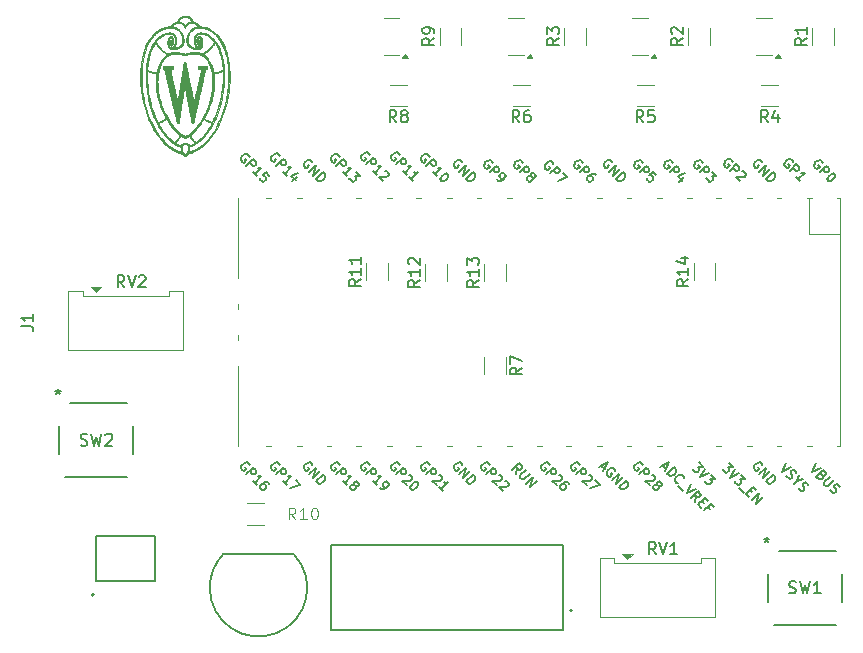
<source format=gbr>
%TF.GenerationSoftware,KiCad,Pcbnew,8.0.4*%
%TF.CreationDate,2025-01-16T17:17:22-06:00*%
%TF.ProjectId,KiCad-Pi-Pico,4b694361-642d-4506-992d-5069636f2e6b,1.0*%
%TF.SameCoordinates,Original*%
%TF.FileFunction,Legend,Top*%
%TF.FilePolarity,Positive*%
%FSLAX46Y46*%
G04 Gerber Fmt 4.6, Leading zero omitted, Abs format (unit mm)*
G04 Created by KiCad (PCBNEW 8.0.4) date 2025-01-16 17:17:22*
%MOMM*%
%LPD*%
G01*
G04 APERTURE LIST*
%ADD10C,0.150000*%
%ADD11C,0.125000*%
%ADD12C,0.127000*%
%ADD13C,0.200000*%
%ADD14C,0.120000*%
%ADD15C,0.152400*%
%ADD16C,0.010000*%
G04 APERTURE END LIST*
D10*
X169358333Y-83074819D02*
X169025000Y-82598628D01*
X168786905Y-83074819D02*
X168786905Y-82074819D01*
X168786905Y-82074819D02*
X169167857Y-82074819D01*
X169167857Y-82074819D02*
X169263095Y-82122438D01*
X169263095Y-82122438D02*
X169310714Y-82170057D01*
X169310714Y-82170057D02*
X169358333Y-82265295D01*
X169358333Y-82265295D02*
X169358333Y-82408152D01*
X169358333Y-82408152D02*
X169310714Y-82503390D01*
X169310714Y-82503390D02*
X169263095Y-82551009D01*
X169263095Y-82551009D02*
X169167857Y-82598628D01*
X169167857Y-82598628D02*
X168786905Y-82598628D01*
X170215476Y-82408152D02*
X170215476Y-83074819D01*
X169977381Y-82027200D02*
X169739286Y-82741485D01*
X169739286Y-82741485D02*
X170358333Y-82741485D01*
X158808333Y-83074819D02*
X158475000Y-82598628D01*
X158236905Y-83074819D02*
X158236905Y-82074819D01*
X158236905Y-82074819D02*
X158617857Y-82074819D01*
X158617857Y-82074819D02*
X158713095Y-82122438D01*
X158713095Y-82122438D02*
X158760714Y-82170057D01*
X158760714Y-82170057D02*
X158808333Y-82265295D01*
X158808333Y-82265295D02*
X158808333Y-82408152D01*
X158808333Y-82408152D02*
X158760714Y-82503390D01*
X158760714Y-82503390D02*
X158713095Y-82551009D01*
X158713095Y-82551009D02*
X158617857Y-82598628D01*
X158617857Y-82598628D02*
X158236905Y-82598628D01*
X159713095Y-82074819D02*
X159236905Y-82074819D01*
X159236905Y-82074819D02*
X159189286Y-82551009D01*
X159189286Y-82551009D02*
X159236905Y-82503390D01*
X159236905Y-82503390D02*
X159332143Y-82455771D01*
X159332143Y-82455771D02*
X159570238Y-82455771D01*
X159570238Y-82455771D02*
X159665476Y-82503390D01*
X159665476Y-82503390D02*
X159713095Y-82551009D01*
X159713095Y-82551009D02*
X159760714Y-82646247D01*
X159760714Y-82646247D02*
X159760714Y-82884342D01*
X159760714Y-82884342D02*
X159713095Y-82979580D01*
X159713095Y-82979580D02*
X159665476Y-83027200D01*
X159665476Y-83027200D02*
X159570238Y-83074819D01*
X159570238Y-83074819D02*
X159332143Y-83074819D01*
X159332143Y-83074819D02*
X159236905Y-83027200D01*
X159236905Y-83027200D02*
X159189286Y-82979580D01*
X148524819Y-103866666D02*
X148048628Y-104199999D01*
X148524819Y-104438094D02*
X147524819Y-104438094D01*
X147524819Y-104438094D02*
X147524819Y-104057142D01*
X147524819Y-104057142D02*
X147572438Y-103961904D01*
X147572438Y-103961904D02*
X147620057Y-103914285D01*
X147620057Y-103914285D02*
X147715295Y-103866666D01*
X147715295Y-103866666D02*
X147858152Y-103866666D01*
X147858152Y-103866666D02*
X147953390Y-103914285D01*
X147953390Y-103914285D02*
X148001009Y-103961904D01*
X148001009Y-103961904D02*
X148048628Y-104057142D01*
X148048628Y-104057142D02*
X148048628Y-104438094D01*
X147524819Y-103533332D02*
X147524819Y-102866666D01*
X147524819Y-102866666D02*
X148524819Y-103295237D01*
D11*
X129357142Y-116706119D02*
X129023809Y-116229928D01*
X128785714Y-116706119D02*
X128785714Y-115706119D01*
X128785714Y-115706119D02*
X129166666Y-115706119D01*
X129166666Y-115706119D02*
X129261904Y-115753738D01*
X129261904Y-115753738D02*
X129309523Y-115801357D01*
X129309523Y-115801357D02*
X129357142Y-115896595D01*
X129357142Y-115896595D02*
X129357142Y-116039452D01*
X129357142Y-116039452D02*
X129309523Y-116134690D01*
X129309523Y-116134690D02*
X129261904Y-116182309D01*
X129261904Y-116182309D02*
X129166666Y-116229928D01*
X129166666Y-116229928D02*
X128785714Y-116229928D01*
X130309523Y-116706119D02*
X129738095Y-116706119D01*
X130023809Y-116706119D02*
X130023809Y-115706119D01*
X130023809Y-115706119D02*
X129928571Y-115848976D01*
X129928571Y-115848976D02*
X129833333Y-115944214D01*
X129833333Y-115944214D02*
X129738095Y-115991833D01*
X130928571Y-115706119D02*
X131023809Y-115706119D01*
X131023809Y-115706119D02*
X131119047Y-115753738D01*
X131119047Y-115753738D02*
X131166666Y-115801357D01*
X131166666Y-115801357D02*
X131214285Y-115896595D01*
X131214285Y-115896595D02*
X131261904Y-116087071D01*
X131261904Y-116087071D02*
X131261904Y-116325166D01*
X131261904Y-116325166D02*
X131214285Y-116515642D01*
X131214285Y-116515642D02*
X131166666Y-116610880D01*
X131166666Y-116610880D02*
X131119047Y-116658500D01*
X131119047Y-116658500D02*
X131023809Y-116706119D01*
X131023809Y-116706119D02*
X130928571Y-116706119D01*
X130928571Y-116706119D02*
X130833333Y-116658500D01*
X130833333Y-116658500D02*
X130785714Y-116610880D01*
X130785714Y-116610880D02*
X130738095Y-116515642D01*
X130738095Y-116515642D02*
X130690476Y-116325166D01*
X130690476Y-116325166D02*
X130690476Y-116087071D01*
X130690476Y-116087071D02*
X130738095Y-115896595D01*
X130738095Y-115896595D02*
X130785714Y-115801357D01*
X130785714Y-115801357D02*
X130833333Y-115753738D01*
X130833333Y-115753738D02*
X130928571Y-115706119D01*
D10*
X163848505Y-86513372D02*
X163821568Y-86432560D01*
X163821568Y-86432560D02*
X163740756Y-86351748D01*
X163740756Y-86351748D02*
X163633006Y-86297873D01*
X163633006Y-86297873D02*
X163525257Y-86297873D01*
X163525257Y-86297873D02*
X163444444Y-86324810D01*
X163444444Y-86324810D02*
X163309757Y-86405623D01*
X163309757Y-86405623D02*
X163228945Y-86486435D01*
X163228945Y-86486435D02*
X163148133Y-86621122D01*
X163148133Y-86621122D02*
X163121196Y-86701934D01*
X163121196Y-86701934D02*
X163121196Y-86809684D01*
X163121196Y-86809684D02*
X163175070Y-86917433D01*
X163175070Y-86917433D02*
X163228945Y-86971308D01*
X163228945Y-86971308D02*
X163336695Y-87025183D01*
X163336695Y-87025183D02*
X163390570Y-87025183D01*
X163390570Y-87025183D02*
X163579131Y-86836621D01*
X163579131Y-86836621D02*
X163471382Y-86728871D01*
X163579131Y-87321494D02*
X164144817Y-86755809D01*
X164144817Y-86755809D02*
X164360316Y-86971308D01*
X164360316Y-86971308D02*
X164387253Y-87052120D01*
X164387253Y-87052120D02*
X164387253Y-87105995D01*
X164387253Y-87105995D02*
X164360316Y-87186807D01*
X164360316Y-87186807D02*
X164279504Y-87267619D01*
X164279504Y-87267619D02*
X164198692Y-87294557D01*
X164198692Y-87294557D02*
X164144817Y-87294557D01*
X164144817Y-87294557D02*
X164064005Y-87267619D01*
X164064005Y-87267619D02*
X163848505Y-87052120D01*
X164656627Y-87267619D02*
X165006814Y-87617806D01*
X165006814Y-87617806D02*
X164602753Y-87644743D01*
X164602753Y-87644743D02*
X164683565Y-87725555D01*
X164683565Y-87725555D02*
X164710502Y-87806367D01*
X164710502Y-87806367D02*
X164710502Y-87860242D01*
X164710502Y-87860242D02*
X164683565Y-87941054D01*
X164683565Y-87941054D02*
X164548878Y-88075741D01*
X164548878Y-88075741D02*
X164468066Y-88102679D01*
X164468066Y-88102679D02*
X164414191Y-88102679D01*
X164414191Y-88102679D02*
X164333379Y-88075741D01*
X164333379Y-88075741D02*
X164171754Y-87914117D01*
X164171754Y-87914117D02*
X164144817Y-87833305D01*
X164144817Y-87833305D02*
X164144817Y-87779430D01*
X148608505Y-86513372D02*
X148581568Y-86432560D01*
X148581568Y-86432560D02*
X148500756Y-86351748D01*
X148500756Y-86351748D02*
X148393006Y-86297873D01*
X148393006Y-86297873D02*
X148285257Y-86297873D01*
X148285257Y-86297873D02*
X148204444Y-86324810D01*
X148204444Y-86324810D02*
X148069757Y-86405623D01*
X148069757Y-86405623D02*
X147988945Y-86486435D01*
X147988945Y-86486435D02*
X147908133Y-86621122D01*
X147908133Y-86621122D02*
X147881196Y-86701934D01*
X147881196Y-86701934D02*
X147881196Y-86809684D01*
X147881196Y-86809684D02*
X147935070Y-86917433D01*
X147935070Y-86917433D02*
X147988945Y-86971308D01*
X147988945Y-86971308D02*
X148096695Y-87025183D01*
X148096695Y-87025183D02*
X148150570Y-87025183D01*
X148150570Y-87025183D02*
X148339131Y-86836621D01*
X148339131Y-86836621D02*
X148231382Y-86728871D01*
X148339131Y-87321494D02*
X148904817Y-86755809D01*
X148904817Y-86755809D02*
X149120316Y-86971308D01*
X149120316Y-86971308D02*
X149147253Y-87052120D01*
X149147253Y-87052120D02*
X149147253Y-87105995D01*
X149147253Y-87105995D02*
X149120316Y-87186807D01*
X149120316Y-87186807D02*
X149039504Y-87267619D01*
X149039504Y-87267619D02*
X148958692Y-87294557D01*
X148958692Y-87294557D02*
X148904817Y-87294557D01*
X148904817Y-87294557D02*
X148824005Y-87267619D01*
X148824005Y-87267619D02*
X148608505Y-87052120D01*
X149308878Y-87644743D02*
X149281940Y-87563931D01*
X149281940Y-87563931D02*
X149281940Y-87510056D01*
X149281940Y-87510056D02*
X149308878Y-87429244D01*
X149308878Y-87429244D02*
X149335815Y-87402306D01*
X149335815Y-87402306D02*
X149416627Y-87375369D01*
X149416627Y-87375369D02*
X149470502Y-87375369D01*
X149470502Y-87375369D02*
X149551314Y-87402306D01*
X149551314Y-87402306D02*
X149659064Y-87510056D01*
X149659064Y-87510056D02*
X149686001Y-87590868D01*
X149686001Y-87590868D02*
X149686001Y-87644743D01*
X149686001Y-87644743D02*
X149659064Y-87725555D01*
X149659064Y-87725555D02*
X149632127Y-87752493D01*
X149632127Y-87752493D02*
X149551314Y-87779430D01*
X149551314Y-87779430D02*
X149497440Y-87779430D01*
X149497440Y-87779430D02*
X149416627Y-87752493D01*
X149416627Y-87752493D02*
X149308878Y-87644743D01*
X149308878Y-87644743D02*
X149228066Y-87617806D01*
X149228066Y-87617806D02*
X149174191Y-87617806D01*
X149174191Y-87617806D02*
X149093379Y-87644743D01*
X149093379Y-87644743D02*
X148985629Y-87752493D01*
X148985629Y-87752493D02*
X148958692Y-87833305D01*
X148958692Y-87833305D02*
X148958692Y-87887180D01*
X148958692Y-87887180D02*
X148985629Y-87967992D01*
X148985629Y-87967992D02*
X149093379Y-88075741D01*
X149093379Y-88075741D02*
X149174191Y-88102679D01*
X149174191Y-88102679D02*
X149228066Y-88102679D01*
X149228066Y-88102679D02*
X149308878Y-88075741D01*
X149308878Y-88075741D02*
X149416627Y-87967992D01*
X149416627Y-87967992D02*
X149443565Y-87887180D01*
X149443565Y-87887180D02*
X149443565Y-87833305D01*
X149443565Y-87833305D02*
X149416627Y-87752493D01*
X168901568Y-86486435D02*
X168874631Y-86405623D01*
X168874631Y-86405623D02*
X168793819Y-86324811D01*
X168793819Y-86324811D02*
X168686069Y-86270936D01*
X168686069Y-86270936D02*
X168578319Y-86270936D01*
X168578319Y-86270936D02*
X168497507Y-86297873D01*
X168497507Y-86297873D02*
X168362820Y-86378685D01*
X168362820Y-86378685D02*
X168282008Y-86459498D01*
X168282008Y-86459498D02*
X168201196Y-86594185D01*
X168201196Y-86594185D02*
X168174258Y-86674997D01*
X168174258Y-86674997D02*
X168174258Y-86782746D01*
X168174258Y-86782746D02*
X168228133Y-86890496D01*
X168228133Y-86890496D02*
X168282008Y-86944371D01*
X168282008Y-86944371D02*
X168389758Y-86998246D01*
X168389758Y-86998246D02*
X168443632Y-86998246D01*
X168443632Y-86998246D02*
X168632194Y-86809684D01*
X168632194Y-86809684D02*
X168524445Y-86701934D01*
X168632194Y-87294557D02*
X169197880Y-86728872D01*
X169197880Y-86728872D02*
X168955443Y-87617806D01*
X168955443Y-87617806D02*
X169521128Y-87052120D01*
X169224817Y-87887180D02*
X169790502Y-87321494D01*
X169790502Y-87321494D02*
X169925189Y-87456181D01*
X169925189Y-87456181D02*
X169979064Y-87563931D01*
X169979064Y-87563931D02*
X169979064Y-87671680D01*
X169979064Y-87671680D02*
X169952127Y-87752493D01*
X169952127Y-87752493D02*
X169871314Y-87887180D01*
X169871314Y-87887180D02*
X169790502Y-87967992D01*
X169790502Y-87967992D02*
X169655815Y-88048804D01*
X169655815Y-88048804D02*
X169575003Y-88075741D01*
X169575003Y-88075741D02*
X169467253Y-88075741D01*
X169467253Y-88075741D02*
X169359504Y-88021867D01*
X169359504Y-88021867D02*
X169224817Y-87887180D01*
X153409131Y-112097998D02*
X153382194Y-112017185D01*
X153382194Y-112017185D02*
X153301381Y-111936373D01*
X153301381Y-111936373D02*
X153193632Y-111882498D01*
X153193632Y-111882498D02*
X153085882Y-111882498D01*
X153085882Y-111882498D02*
X153005070Y-111909436D01*
X153005070Y-111909436D02*
X152870383Y-111990248D01*
X152870383Y-111990248D02*
X152789571Y-112071060D01*
X152789571Y-112071060D02*
X152708758Y-112205747D01*
X152708758Y-112205747D02*
X152681821Y-112286560D01*
X152681821Y-112286560D02*
X152681821Y-112394309D01*
X152681821Y-112394309D02*
X152735696Y-112502059D01*
X152735696Y-112502059D02*
X152789571Y-112555934D01*
X152789571Y-112555934D02*
X152897320Y-112609808D01*
X152897320Y-112609808D02*
X152951195Y-112609808D01*
X152951195Y-112609808D02*
X153139757Y-112421247D01*
X153139757Y-112421247D02*
X153032007Y-112313497D01*
X153139757Y-112906120D02*
X153705442Y-112340434D01*
X153705442Y-112340434D02*
X153920942Y-112555934D01*
X153920942Y-112555934D02*
X153947879Y-112636746D01*
X153947879Y-112636746D02*
X153947879Y-112690621D01*
X153947879Y-112690621D02*
X153920942Y-112771433D01*
X153920942Y-112771433D02*
X153840129Y-112852245D01*
X153840129Y-112852245D02*
X153759317Y-112879182D01*
X153759317Y-112879182D02*
X153705442Y-112879182D01*
X153705442Y-112879182D02*
X153624630Y-112852245D01*
X153624630Y-112852245D02*
X153409131Y-112636746D01*
X154190316Y-112933057D02*
X154244190Y-112933057D01*
X154244190Y-112933057D02*
X154325003Y-112959995D01*
X154325003Y-112959995D02*
X154459690Y-113094682D01*
X154459690Y-113094682D02*
X154486627Y-113175494D01*
X154486627Y-113175494D02*
X154486627Y-113229369D01*
X154486627Y-113229369D02*
X154459690Y-113310181D01*
X154459690Y-113310181D02*
X154405815Y-113364056D01*
X154405815Y-113364056D02*
X154298065Y-113417930D01*
X154298065Y-113417930D02*
X153651568Y-113417930D01*
X153651568Y-113417930D02*
X154001754Y-113768117D01*
X154756001Y-113390993D02*
X155133125Y-113768117D01*
X155133125Y-113768117D02*
X154325003Y-114091366D01*
X145799131Y-112097998D02*
X145772194Y-112017185D01*
X145772194Y-112017185D02*
X145691381Y-111936373D01*
X145691381Y-111936373D02*
X145583632Y-111882498D01*
X145583632Y-111882498D02*
X145475882Y-111882498D01*
X145475882Y-111882498D02*
X145395070Y-111909436D01*
X145395070Y-111909436D02*
X145260383Y-111990248D01*
X145260383Y-111990248D02*
X145179571Y-112071060D01*
X145179571Y-112071060D02*
X145098758Y-112205747D01*
X145098758Y-112205747D02*
X145071821Y-112286560D01*
X145071821Y-112286560D02*
X145071821Y-112394309D01*
X145071821Y-112394309D02*
X145125696Y-112502059D01*
X145125696Y-112502059D02*
X145179571Y-112555934D01*
X145179571Y-112555934D02*
X145287320Y-112609808D01*
X145287320Y-112609808D02*
X145341195Y-112609808D01*
X145341195Y-112609808D02*
X145529757Y-112421247D01*
X145529757Y-112421247D02*
X145422007Y-112313497D01*
X145529757Y-112906120D02*
X146095442Y-112340434D01*
X146095442Y-112340434D02*
X146310942Y-112555934D01*
X146310942Y-112555934D02*
X146337879Y-112636746D01*
X146337879Y-112636746D02*
X146337879Y-112690621D01*
X146337879Y-112690621D02*
X146310942Y-112771433D01*
X146310942Y-112771433D02*
X146230129Y-112852245D01*
X146230129Y-112852245D02*
X146149317Y-112879182D01*
X146149317Y-112879182D02*
X146095442Y-112879182D01*
X146095442Y-112879182D02*
X146014630Y-112852245D01*
X146014630Y-112852245D02*
X145799131Y-112636746D01*
X146580316Y-112933057D02*
X146634190Y-112933057D01*
X146634190Y-112933057D02*
X146715003Y-112959995D01*
X146715003Y-112959995D02*
X146849690Y-113094682D01*
X146849690Y-113094682D02*
X146876627Y-113175494D01*
X146876627Y-113175494D02*
X146876627Y-113229369D01*
X146876627Y-113229369D02*
X146849690Y-113310181D01*
X146849690Y-113310181D02*
X146795815Y-113364056D01*
X146795815Y-113364056D02*
X146688065Y-113417930D01*
X146688065Y-113417930D02*
X146041568Y-113417930D01*
X146041568Y-113417930D02*
X146391754Y-113768117D01*
X147119064Y-113471805D02*
X147172939Y-113471805D01*
X147172939Y-113471805D02*
X147253751Y-113498743D01*
X147253751Y-113498743D02*
X147388438Y-113633430D01*
X147388438Y-113633430D02*
X147415375Y-113714242D01*
X147415375Y-113714242D02*
X147415375Y-113768117D01*
X147415375Y-113768117D02*
X147388438Y-113848929D01*
X147388438Y-113848929D02*
X147334563Y-113902804D01*
X147334563Y-113902804D02*
X147226813Y-113956679D01*
X147226813Y-113956679D02*
X146580316Y-113956679D01*
X146580316Y-113956679D02*
X146930502Y-114306865D01*
X143501568Y-112086435D02*
X143474631Y-112005623D01*
X143474631Y-112005623D02*
X143393819Y-111924811D01*
X143393819Y-111924811D02*
X143286069Y-111870936D01*
X143286069Y-111870936D02*
X143178319Y-111870936D01*
X143178319Y-111870936D02*
X143097507Y-111897873D01*
X143097507Y-111897873D02*
X142962820Y-111978685D01*
X142962820Y-111978685D02*
X142882008Y-112059498D01*
X142882008Y-112059498D02*
X142801196Y-112194185D01*
X142801196Y-112194185D02*
X142774258Y-112274997D01*
X142774258Y-112274997D02*
X142774258Y-112382746D01*
X142774258Y-112382746D02*
X142828133Y-112490496D01*
X142828133Y-112490496D02*
X142882008Y-112544371D01*
X142882008Y-112544371D02*
X142989758Y-112598246D01*
X142989758Y-112598246D02*
X143043632Y-112598246D01*
X143043632Y-112598246D02*
X143232194Y-112409684D01*
X143232194Y-112409684D02*
X143124445Y-112301934D01*
X143232194Y-112894557D02*
X143797880Y-112328872D01*
X143797880Y-112328872D02*
X143555443Y-113217806D01*
X143555443Y-113217806D02*
X144121128Y-112652120D01*
X143824817Y-113487180D02*
X144390502Y-112921494D01*
X144390502Y-112921494D02*
X144525189Y-113056181D01*
X144525189Y-113056181D02*
X144579064Y-113163931D01*
X144579064Y-113163931D02*
X144579064Y-113271680D01*
X144579064Y-113271680D02*
X144552127Y-113352493D01*
X144552127Y-113352493D02*
X144471314Y-113487180D01*
X144471314Y-113487180D02*
X144390502Y-113567992D01*
X144390502Y-113567992D02*
X144255815Y-113648804D01*
X144255815Y-113648804D02*
X144175003Y-113675741D01*
X144175003Y-113675741D02*
X144067253Y-113675741D01*
X144067253Y-113675741D02*
X143959504Y-113621867D01*
X143959504Y-113621867D02*
X143824817Y-113487180D01*
X125479131Y-112097998D02*
X125452194Y-112017185D01*
X125452194Y-112017185D02*
X125371381Y-111936373D01*
X125371381Y-111936373D02*
X125263632Y-111882498D01*
X125263632Y-111882498D02*
X125155882Y-111882498D01*
X125155882Y-111882498D02*
X125075070Y-111909436D01*
X125075070Y-111909436D02*
X124940383Y-111990248D01*
X124940383Y-111990248D02*
X124859571Y-112071060D01*
X124859571Y-112071060D02*
X124778758Y-112205747D01*
X124778758Y-112205747D02*
X124751821Y-112286560D01*
X124751821Y-112286560D02*
X124751821Y-112394309D01*
X124751821Y-112394309D02*
X124805696Y-112502059D01*
X124805696Y-112502059D02*
X124859571Y-112555934D01*
X124859571Y-112555934D02*
X124967320Y-112609808D01*
X124967320Y-112609808D02*
X125021195Y-112609808D01*
X125021195Y-112609808D02*
X125209757Y-112421247D01*
X125209757Y-112421247D02*
X125102007Y-112313497D01*
X125209757Y-112906120D02*
X125775442Y-112340434D01*
X125775442Y-112340434D02*
X125990942Y-112555934D01*
X125990942Y-112555934D02*
X126017879Y-112636746D01*
X126017879Y-112636746D02*
X126017879Y-112690621D01*
X126017879Y-112690621D02*
X125990942Y-112771433D01*
X125990942Y-112771433D02*
X125910129Y-112852245D01*
X125910129Y-112852245D02*
X125829317Y-112879182D01*
X125829317Y-112879182D02*
X125775442Y-112879182D01*
X125775442Y-112879182D02*
X125694630Y-112852245D01*
X125694630Y-112852245D02*
X125479131Y-112636746D01*
X126071754Y-113768117D02*
X125748505Y-113444868D01*
X125910129Y-113606492D02*
X126475815Y-113040807D01*
X126475815Y-113040807D02*
X126341128Y-113067744D01*
X126341128Y-113067744D02*
X126233378Y-113067744D01*
X126233378Y-113067744D02*
X126152566Y-113040807D01*
X127122313Y-113687305D02*
X127014563Y-113579555D01*
X127014563Y-113579555D02*
X126933751Y-113552618D01*
X126933751Y-113552618D02*
X126879876Y-113552618D01*
X126879876Y-113552618D02*
X126745189Y-113579555D01*
X126745189Y-113579555D02*
X126610502Y-113660367D01*
X126610502Y-113660367D02*
X126395003Y-113875866D01*
X126395003Y-113875866D02*
X126368065Y-113956679D01*
X126368065Y-113956679D02*
X126368065Y-114010553D01*
X126368065Y-114010553D02*
X126395003Y-114091366D01*
X126395003Y-114091366D02*
X126502752Y-114199115D01*
X126502752Y-114199115D02*
X126583565Y-114226053D01*
X126583565Y-114226053D02*
X126637439Y-114226053D01*
X126637439Y-114226053D02*
X126718252Y-114199115D01*
X126718252Y-114199115D02*
X126852939Y-114064428D01*
X126852939Y-114064428D02*
X126879876Y-113983616D01*
X126879876Y-113983616D02*
X126879876Y-113929741D01*
X126879876Y-113929741D02*
X126852939Y-113848929D01*
X126852939Y-113848929D02*
X126745189Y-113741179D01*
X126745189Y-113741179D02*
X126664377Y-113714242D01*
X126664377Y-113714242D02*
X126610502Y-113714242D01*
X126610502Y-113714242D02*
X126529690Y-113741179D01*
X130801568Y-86486435D02*
X130774631Y-86405623D01*
X130774631Y-86405623D02*
X130693819Y-86324811D01*
X130693819Y-86324811D02*
X130586069Y-86270936D01*
X130586069Y-86270936D02*
X130478319Y-86270936D01*
X130478319Y-86270936D02*
X130397507Y-86297873D01*
X130397507Y-86297873D02*
X130262820Y-86378685D01*
X130262820Y-86378685D02*
X130182008Y-86459498D01*
X130182008Y-86459498D02*
X130101196Y-86594185D01*
X130101196Y-86594185D02*
X130074258Y-86674997D01*
X130074258Y-86674997D02*
X130074258Y-86782746D01*
X130074258Y-86782746D02*
X130128133Y-86890496D01*
X130128133Y-86890496D02*
X130182008Y-86944371D01*
X130182008Y-86944371D02*
X130289758Y-86998246D01*
X130289758Y-86998246D02*
X130343632Y-86998246D01*
X130343632Y-86998246D02*
X130532194Y-86809684D01*
X130532194Y-86809684D02*
X130424445Y-86701934D01*
X130532194Y-87294557D02*
X131097880Y-86728872D01*
X131097880Y-86728872D02*
X130855443Y-87617806D01*
X130855443Y-87617806D02*
X131421128Y-87052120D01*
X131124817Y-87887180D02*
X131690502Y-87321494D01*
X131690502Y-87321494D02*
X131825189Y-87456181D01*
X131825189Y-87456181D02*
X131879064Y-87563931D01*
X131879064Y-87563931D02*
X131879064Y-87671680D01*
X131879064Y-87671680D02*
X131852127Y-87752493D01*
X131852127Y-87752493D02*
X131771314Y-87887180D01*
X131771314Y-87887180D02*
X131690502Y-87967992D01*
X131690502Y-87967992D02*
X131555815Y-88048804D01*
X131555815Y-88048804D02*
X131475003Y-88075741D01*
X131475003Y-88075741D02*
X131367253Y-88075741D01*
X131367253Y-88075741D02*
X131259504Y-88021867D01*
X131259504Y-88021867D02*
X131124817Y-87887180D01*
X150879131Y-112097998D02*
X150852194Y-112017185D01*
X150852194Y-112017185D02*
X150771381Y-111936373D01*
X150771381Y-111936373D02*
X150663632Y-111882498D01*
X150663632Y-111882498D02*
X150555882Y-111882498D01*
X150555882Y-111882498D02*
X150475070Y-111909436D01*
X150475070Y-111909436D02*
X150340383Y-111990248D01*
X150340383Y-111990248D02*
X150259571Y-112071060D01*
X150259571Y-112071060D02*
X150178758Y-112205747D01*
X150178758Y-112205747D02*
X150151821Y-112286560D01*
X150151821Y-112286560D02*
X150151821Y-112394309D01*
X150151821Y-112394309D02*
X150205696Y-112502059D01*
X150205696Y-112502059D02*
X150259571Y-112555934D01*
X150259571Y-112555934D02*
X150367320Y-112609808D01*
X150367320Y-112609808D02*
X150421195Y-112609808D01*
X150421195Y-112609808D02*
X150609757Y-112421247D01*
X150609757Y-112421247D02*
X150502007Y-112313497D01*
X150609757Y-112906120D02*
X151175442Y-112340434D01*
X151175442Y-112340434D02*
X151390942Y-112555934D01*
X151390942Y-112555934D02*
X151417879Y-112636746D01*
X151417879Y-112636746D02*
X151417879Y-112690621D01*
X151417879Y-112690621D02*
X151390942Y-112771433D01*
X151390942Y-112771433D02*
X151310129Y-112852245D01*
X151310129Y-112852245D02*
X151229317Y-112879182D01*
X151229317Y-112879182D02*
X151175442Y-112879182D01*
X151175442Y-112879182D02*
X151094630Y-112852245D01*
X151094630Y-112852245D02*
X150879131Y-112636746D01*
X151660316Y-112933057D02*
X151714190Y-112933057D01*
X151714190Y-112933057D02*
X151795003Y-112959995D01*
X151795003Y-112959995D02*
X151929690Y-113094682D01*
X151929690Y-113094682D02*
X151956627Y-113175494D01*
X151956627Y-113175494D02*
X151956627Y-113229369D01*
X151956627Y-113229369D02*
X151929690Y-113310181D01*
X151929690Y-113310181D02*
X151875815Y-113364056D01*
X151875815Y-113364056D02*
X151768065Y-113417930D01*
X151768065Y-113417930D02*
X151121568Y-113417930D01*
X151121568Y-113417930D02*
X151471754Y-113768117D01*
X152522313Y-113687305D02*
X152414563Y-113579555D01*
X152414563Y-113579555D02*
X152333751Y-113552618D01*
X152333751Y-113552618D02*
X152279876Y-113552618D01*
X152279876Y-113552618D02*
X152145189Y-113579555D01*
X152145189Y-113579555D02*
X152010502Y-113660367D01*
X152010502Y-113660367D02*
X151795003Y-113875866D01*
X151795003Y-113875866D02*
X151768065Y-113956679D01*
X151768065Y-113956679D02*
X151768065Y-114010553D01*
X151768065Y-114010553D02*
X151795003Y-114091366D01*
X151795003Y-114091366D02*
X151902752Y-114199115D01*
X151902752Y-114199115D02*
X151983565Y-114226053D01*
X151983565Y-114226053D02*
X152037439Y-114226053D01*
X152037439Y-114226053D02*
X152118252Y-114199115D01*
X152118252Y-114199115D02*
X152252939Y-114064428D01*
X152252939Y-114064428D02*
X152279876Y-113983616D01*
X152279876Y-113983616D02*
X152279876Y-113929741D01*
X152279876Y-113929741D02*
X152252939Y-113848929D01*
X152252939Y-113848929D02*
X152145189Y-113741179D01*
X152145189Y-113741179D02*
X152064377Y-113714242D01*
X152064377Y-113714242D02*
X152010502Y-113714242D01*
X152010502Y-113714242D02*
X151929690Y-113741179D01*
X140709131Y-112097998D02*
X140682194Y-112017185D01*
X140682194Y-112017185D02*
X140601381Y-111936373D01*
X140601381Y-111936373D02*
X140493632Y-111882498D01*
X140493632Y-111882498D02*
X140385882Y-111882498D01*
X140385882Y-111882498D02*
X140305070Y-111909436D01*
X140305070Y-111909436D02*
X140170383Y-111990248D01*
X140170383Y-111990248D02*
X140089571Y-112071060D01*
X140089571Y-112071060D02*
X140008758Y-112205747D01*
X140008758Y-112205747D02*
X139981821Y-112286560D01*
X139981821Y-112286560D02*
X139981821Y-112394309D01*
X139981821Y-112394309D02*
X140035696Y-112502059D01*
X140035696Y-112502059D02*
X140089571Y-112555934D01*
X140089571Y-112555934D02*
X140197320Y-112609808D01*
X140197320Y-112609808D02*
X140251195Y-112609808D01*
X140251195Y-112609808D02*
X140439757Y-112421247D01*
X140439757Y-112421247D02*
X140332007Y-112313497D01*
X140439757Y-112906120D02*
X141005442Y-112340434D01*
X141005442Y-112340434D02*
X141220942Y-112555934D01*
X141220942Y-112555934D02*
X141247879Y-112636746D01*
X141247879Y-112636746D02*
X141247879Y-112690621D01*
X141247879Y-112690621D02*
X141220942Y-112771433D01*
X141220942Y-112771433D02*
X141140129Y-112852245D01*
X141140129Y-112852245D02*
X141059317Y-112879182D01*
X141059317Y-112879182D02*
X141005442Y-112879182D01*
X141005442Y-112879182D02*
X140924630Y-112852245D01*
X140924630Y-112852245D02*
X140709131Y-112636746D01*
X141490316Y-112933057D02*
X141544190Y-112933057D01*
X141544190Y-112933057D02*
X141625003Y-112959995D01*
X141625003Y-112959995D02*
X141759690Y-113094682D01*
X141759690Y-113094682D02*
X141786627Y-113175494D01*
X141786627Y-113175494D02*
X141786627Y-113229369D01*
X141786627Y-113229369D02*
X141759690Y-113310181D01*
X141759690Y-113310181D02*
X141705815Y-113364056D01*
X141705815Y-113364056D02*
X141598065Y-113417930D01*
X141598065Y-113417930D02*
X140951568Y-113417930D01*
X140951568Y-113417930D02*
X141301754Y-113768117D01*
X141840502Y-114306865D02*
X141517253Y-113983616D01*
X141678878Y-114145240D02*
X142244563Y-113579555D01*
X142244563Y-113579555D02*
X142109876Y-113606492D01*
X142109876Y-113606492D02*
X142002126Y-113606492D01*
X142002126Y-113606492D02*
X141921314Y-113579555D01*
X156201568Y-86486435D02*
X156174631Y-86405623D01*
X156174631Y-86405623D02*
X156093819Y-86324811D01*
X156093819Y-86324811D02*
X155986069Y-86270936D01*
X155986069Y-86270936D02*
X155878319Y-86270936D01*
X155878319Y-86270936D02*
X155797507Y-86297873D01*
X155797507Y-86297873D02*
X155662820Y-86378685D01*
X155662820Y-86378685D02*
X155582008Y-86459498D01*
X155582008Y-86459498D02*
X155501196Y-86594185D01*
X155501196Y-86594185D02*
X155474258Y-86674997D01*
X155474258Y-86674997D02*
X155474258Y-86782746D01*
X155474258Y-86782746D02*
X155528133Y-86890496D01*
X155528133Y-86890496D02*
X155582008Y-86944371D01*
X155582008Y-86944371D02*
X155689758Y-86998246D01*
X155689758Y-86998246D02*
X155743632Y-86998246D01*
X155743632Y-86998246D02*
X155932194Y-86809684D01*
X155932194Y-86809684D02*
X155824445Y-86701934D01*
X155932194Y-87294557D02*
X156497880Y-86728872D01*
X156497880Y-86728872D02*
X156255443Y-87617806D01*
X156255443Y-87617806D02*
X156821128Y-87052120D01*
X156524817Y-87887180D02*
X157090502Y-87321494D01*
X157090502Y-87321494D02*
X157225189Y-87456181D01*
X157225189Y-87456181D02*
X157279064Y-87563931D01*
X157279064Y-87563931D02*
X157279064Y-87671680D01*
X157279064Y-87671680D02*
X157252127Y-87752493D01*
X157252127Y-87752493D02*
X157171314Y-87887180D01*
X157171314Y-87887180D02*
X157090502Y-87967992D01*
X157090502Y-87967992D02*
X156955815Y-88048804D01*
X156955815Y-88048804D02*
X156875003Y-88075741D01*
X156875003Y-88075741D02*
X156767253Y-88075741D01*
X156767253Y-88075741D02*
X156659504Y-88021867D01*
X156659504Y-88021867D02*
X156524817Y-87887180D01*
X151178505Y-86613372D02*
X151151568Y-86532560D01*
X151151568Y-86532560D02*
X151070756Y-86451748D01*
X151070756Y-86451748D02*
X150963006Y-86397873D01*
X150963006Y-86397873D02*
X150855257Y-86397873D01*
X150855257Y-86397873D02*
X150774444Y-86424810D01*
X150774444Y-86424810D02*
X150639757Y-86505623D01*
X150639757Y-86505623D02*
X150558945Y-86586435D01*
X150558945Y-86586435D02*
X150478133Y-86721122D01*
X150478133Y-86721122D02*
X150451196Y-86801934D01*
X150451196Y-86801934D02*
X150451196Y-86909684D01*
X150451196Y-86909684D02*
X150505070Y-87017433D01*
X150505070Y-87017433D02*
X150558945Y-87071308D01*
X150558945Y-87071308D02*
X150666695Y-87125183D01*
X150666695Y-87125183D02*
X150720570Y-87125183D01*
X150720570Y-87125183D02*
X150909131Y-86936621D01*
X150909131Y-86936621D02*
X150801382Y-86828871D01*
X150909131Y-87421494D02*
X151474817Y-86855809D01*
X151474817Y-86855809D02*
X151690316Y-87071308D01*
X151690316Y-87071308D02*
X151717253Y-87152120D01*
X151717253Y-87152120D02*
X151717253Y-87205995D01*
X151717253Y-87205995D02*
X151690316Y-87286807D01*
X151690316Y-87286807D02*
X151609504Y-87367619D01*
X151609504Y-87367619D02*
X151528692Y-87394557D01*
X151528692Y-87394557D02*
X151474817Y-87394557D01*
X151474817Y-87394557D02*
X151394005Y-87367619D01*
X151394005Y-87367619D02*
X151178505Y-87152120D01*
X151986627Y-87367619D02*
X152363751Y-87744743D01*
X152363751Y-87744743D02*
X151555629Y-88067992D01*
X128019131Y-112097998D02*
X127992194Y-112017185D01*
X127992194Y-112017185D02*
X127911381Y-111936373D01*
X127911381Y-111936373D02*
X127803632Y-111882498D01*
X127803632Y-111882498D02*
X127695882Y-111882498D01*
X127695882Y-111882498D02*
X127615070Y-111909436D01*
X127615070Y-111909436D02*
X127480383Y-111990248D01*
X127480383Y-111990248D02*
X127399571Y-112071060D01*
X127399571Y-112071060D02*
X127318758Y-112205747D01*
X127318758Y-112205747D02*
X127291821Y-112286560D01*
X127291821Y-112286560D02*
X127291821Y-112394309D01*
X127291821Y-112394309D02*
X127345696Y-112502059D01*
X127345696Y-112502059D02*
X127399571Y-112555934D01*
X127399571Y-112555934D02*
X127507320Y-112609808D01*
X127507320Y-112609808D02*
X127561195Y-112609808D01*
X127561195Y-112609808D02*
X127749757Y-112421247D01*
X127749757Y-112421247D02*
X127642007Y-112313497D01*
X127749757Y-112906120D02*
X128315442Y-112340434D01*
X128315442Y-112340434D02*
X128530942Y-112555934D01*
X128530942Y-112555934D02*
X128557879Y-112636746D01*
X128557879Y-112636746D02*
X128557879Y-112690621D01*
X128557879Y-112690621D02*
X128530942Y-112771433D01*
X128530942Y-112771433D02*
X128450129Y-112852245D01*
X128450129Y-112852245D02*
X128369317Y-112879182D01*
X128369317Y-112879182D02*
X128315442Y-112879182D01*
X128315442Y-112879182D02*
X128234630Y-112852245D01*
X128234630Y-112852245D02*
X128019131Y-112636746D01*
X128611754Y-113768117D02*
X128288505Y-113444868D01*
X128450129Y-113606492D02*
X129015815Y-113040807D01*
X129015815Y-113040807D02*
X128881128Y-113067744D01*
X128881128Y-113067744D02*
X128773378Y-113067744D01*
X128773378Y-113067744D02*
X128692566Y-113040807D01*
X129366001Y-113390993D02*
X129743125Y-113768117D01*
X129743125Y-113768117D02*
X128935003Y-114091366D01*
X166041415Y-111922407D02*
X166391601Y-112272593D01*
X166391601Y-112272593D02*
X165987540Y-112299531D01*
X165987540Y-112299531D02*
X166068353Y-112380343D01*
X166068353Y-112380343D02*
X166095290Y-112461155D01*
X166095290Y-112461155D02*
X166095290Y-112515030D01*
X166095290Y-112515030D02*
X166068353Y-112595842D01*
X166068353Y-112595842D02*
X165933666Y-112730529D01*
X165933666Y-112730529D02*
X165852853Y-112757467D01*
X165852853Y-112757467D02*
X165798979Y-112757467D01*
X165798979Y-112757467D02*
X165718166Y-112730529D01*
X165718166Y-112730529D02*
X165556542Y-112568905D01*
X165556542Y-112568905D02*
X165529605Y-112488093D01*
X165529605Y-112488093D02*
X165529605Y-112434218D01*
X166553226Y-112434218D02*
X166176102Y-113188465D01*
X166176102Y-113188465D02*
X166930350Y-112811342D01*
X167065036Y-112946028D02*
X167415223Y-113296215D01*
X167415223Y-113296215D02*
X167011162Y-113323152D01*
X167011162Y-113323152D02*
X167091974Y-113403964D01*
X167091974Y-113403964D02*
X167118911Y-113484776D01*
X167118911Y-113484776D02*
X167118911Y-113538651D01*
X167118911Y-113538651D02*
X167091974Y-113619464D01*
X167091974Y-113619464D02*
X166957287Y-113754151D01*
X166957287Y-113754151D02*
X166876475Y-113781088D01*
X166876475Y-113781088D02*
X166822600Y-113781088D01*
X166822600Y-113781088D02*
X166741788Y-113754151D01*
X166741788Y-113754151D02*
X166580163Y-113592526D01*
X166580163Y-113592526D02*
X166553226Y-113511714D01*
X166553226Y-113511714D02*
X166553226Y-113457839D01*
X166903412Y-114023525D02*
X167334411Y-114454523D01*
X167819284Y-114239024D02*
X168007846Y-114427586D01*
X167792347Y-114804709D02*
X167522973Y-114535335D01*
X167522973Y-114535335D02*
X168088658Y-113969650D01*
X168088658Y-113969650D02*
X168358032Y-114239024D01*
X168034784Y-115047146D02*
X168600469Y-114481461D01*
X168600469Y-114481461D02*
X168358032Y-115370395D01*
X168358032Y-115370395D02*
X168923718Y-114804710D01*
X143501568Y-86486435D02*
X143474631Y-86405623D01*
X143474631Y-86405623D02*
X143393819Y-86324811D01*
X143393819Y-86324811D02*
X143286069Y-86270936D01*
X143286069Y-86270936D02*
X143178319Y-86270936D01*
X143178319Y-86270936D02*
X143097507Y-86297873D01*
X143097507Y-86297873D02*
X142962820Y-86378685D01*
X142962820Y-86378685D02*
X142882008Y-86459498D01*
X142882008Y-86459498D02*
X142801196Y-86594185D01*
X142801196Y-86594185D02*
X142774258Y-86674997D01*
X142774258Y-86674997D02*
X142774258Y-86782746D01*
X142774258Y-86782746D02*
X142828133Y-86890496D01*
X142828133Y-86890496D02*
X142882008Y-86944371D01*
X142882008Y-86944371D02*
X142989758Y-86998246D01*
X142989758Y-86998246D02*
X143043632Y-86998246D01*
X143043632Y-86998246D02*
X143232194Y-86809684D01*
X143232194Y-86809684D02*
X143124445Y-86701934D01*
X143232194Y-87294557D02*
X143797880Y-86728872D01*
X143797880Y-86728872D02*
X143555443Y-87617806D01*
X143555443Y-87617806D02*
X144121128Y-87052120D01*
X143824817Y-87887180D02*
X144390502Y-87321494D01*
X144390502Y-87321494D02*
X144525189Y-87456181D01*
X144525189Y-87456181D02*
X144579064Y-87563931D01*
X144579064Y-87563931D02*
X144579064Y-87671680D01*
X144579064Y-87671680D02*
X144552127Y-87752493D01*
X144552127Y-87752493D02*
X144471314Y-87887180D01*
X144471314Y-87887180D02*
X144390502Y-87967992D01*
X144390502Y-87967992D02*
X144255815Y-88048804D01*
X144255815Y-88048804D02*
X144175003Y-88075741D01*
X144175003Y-88075741D02*
X144067253Y-88075741D01*
X144067253Y-88075741D02*
X143959504Y-88021867D01*
X143959504Y-88021867D02*
X143824817Y-87887180D01*
X138179131Y-112097998D02*
X138152194Y-112017185D01*
X138152194Y-112017185D02*
X138071381Y-111936373D01*
X138071381Y-111936373D02*
X137963632Y-111882498D01*
X137963632Y-111882498D02*
X137855882Y-111882498D01*
X137855882Y-111882498D02*
X137775070Y-111909436D01*
X137775070Y-111909436D02*
X137640383Y-111990248D01*
X137640383Y-111990248D02*
X137559571Y-112071060D01*
X137559571Y-112071060D02*
X137478758Y-112205747D01*
X137478758Y-112205747D02*
X137451821Y-112286560D01*
X137451821Y-112286560D02*
X137451821Y-112394309D01*
X137451821Y-112394309D02*
X137505696Y-112502059D01*
X137505696Y-112502059D02*
X137559571Y-112555934D01*
X137559571Y-112555934D02*
X137667320Y-112609808D01*
X137667320Y-112609808D02*
X137721195Y-112609808D01*
X137721195Y-112609808D02*
X137909757Y-112421247D01*
X137909757Y-112421247D02*
X137802007Y-112313497D01*
X137909757Y-112906120D02*
X138475442Y-112340434D01*
X138475442Y-112340434D02*
X138690942Y-112555934D01*
X138690942Y-112555934D02*
X138717879Y-112636746D01*
X138717879Y-112636746D02*
X138717879Y-112690621D01*
X138717879Y-112690621D02*
X138690942Y-112771433D01*
X138690942Y-112771433D02*
X138610129Y-112852245D01*
X138610129Y-112852245D02*
X138529317Y-112879182D01*
X138529317Y-112879182D02*
X138475442Y-112879182D01*
X138475442Y-112879182D02*
X138394630Y-112852245D01*
X138394630Y-112852245D02*
X138179131Y-112636746D01*
X138960316Y-112933057D02*
X139014190Y-112933057D01*
X139014190Y-112933057D02*
X139095003Y-112959995D01*
X139095003Y-112959995D02*
X139229690Y-113094682D01*
X139229690Y-113094682D02*
X139256627Y-113175494D01*
X139256627Y-113175494D02*
X139256627Y-113229369D01*
X139256627Y-113229369D02*
X139229690Y-113310181D01*
X139229690Y-113310181D02*
X139175815Y-113364056D01*
X139175815Y-113364056D02*
X139068065Y-113417930D01*
X139068065Y-113417930D02*
X138421568Y-113417930D01*
X138421568Y-113417930D02*
X138771754Y-113768117D01*
X139687626Y-113552618D02*
X139741500Y-113606492D01*
X139741500Y-113606492D02*
X139768438Y-113687305D01*
X139768438Y-113687305D02*
X139768438Y-113741179D01*
X139768438Y-113741179D02*
X139741500Y-113821992D01*
X139741500Y-113821992D02*
X139660688Y-113956679D01*
X139660688Y-113956679D02*
X139526001Y-114091366D01*
X139526001Y-114091366D02*
X139391314Y-114172178D01*
X139391314Y-114172178D02*
X139310502Y-114199115D01*
X139310502Y-114199115D02*
X139256627Y-114199115D01*
X139256627Y-114199115D02*
X139175815Y-114172178D01*
X139175815Y-114172178D02*
X139121940Y-114118303D01*
X139121940Y-114118303D02*
X139095003Y-114037491D01*
X139095003Y-114037491D02*
X139095003Y-113983616D01*
X139095003Y-113983616D02*
X139121940Y-113902804D01*
X139121940Y-113902804D02*
X139202752Y-113768117D01*
X139202752Y-113768117D02*
X139337439Y-113633430D01*
X139337439Y-113633430D02*
X139472126Y-113552618D01*
X139472126Y-113552618D02*
X139552939Y-113525680D01*
X139552939Y-113525680D02*
X139606813Y-113525680D01*
X139606813Y-113525680D02*
X139687626Y-113552618D01*
X158753131Y-112097998D02*
X158726194Y-112017185D01*
X158726194Y-112017185D02*
X158645381Y-111936373D01*
X158645381Y-111936373D02*
X158537632Y-111882498D01*
X158537632Y-111882498D02*
X158429882Y-111882498D01*
X158429882Y-111882498D02*
X158349070Y-111909436D01*
X158349070Y-111909436D02*
X158214383Y-111990248D01*
X158214383Y-111990248D02*
X158133571Y-112071060D01*
X158133571Y-112071060D02*
X158052758Y-112205747D01*
X158052758Y-112205747D02*
X158025821Y-112286560D01*
X158025821Y-112286560D02*
X158025821Y-112394309D01*
X158025821Y-112394309D02*
X158079696Y-112502059D01*
X158079696Y-112502059D02*
X158133571Y-112555934D01*
X158133571Y-112555934D02*
X158241320Y-112609808D01*
X158241320Y-112609808D02*
X158295195Y-112609808D01*
X158295195Y-112609808D02*
X158483757Y-112421247D01*
X158483757Y-112421247D02*
X158376007Y-112313497D01*
X158483757Y-112906120D02*
X159049442Y-112340434D01*
X159049442Y-112340434D02*
X159264942Y-112555934D01*
X159264942Y-112555934D02*
X159291879Y-112636746D01*
X159291879Y-112636746D02*
X159291879Y-112690621D01*
X159291879Y-112690621D02*
X159264942Y-112771433D01*
X159264942Y-112771433D02*
X159184129Y-112852245D01*
X159184129Y-112852245D02*
X159103317Y-112879182D01*
X159103317Y-112879182D02*
X159049442Y-112879182D01*
X159049442Y-112879182D02*
X158968630Y-112852245D01*
X158968630Y-112852245D02*
X158753131Y-112636746D01*
X159534316Y-112933057D02*
X159588190Y-112933057D01*
X159588190Y-112933057D02*
X159669003Y-112959995D01*
X159669003Y-112959995D02*
X159803690Y-113094682D01*
X159803690Y-113094682D02*
X159830627Y-113175494D01*
X159830627Y-113175494D02*
X159830627Y-113229369D01*
X159830627Y-113229369D02*
X159803690Y-113310181D01*
X159803690Y-113310181D02*
X159749815Y-113364056D01*
X159749815Y-113364056D02*
X159642065Y-113417930D01*
X159642065Y-113417930D02*
X158995568Y-113417930D01*
X158995568Y-113417930D02*
X159345754Y-113768117D01*
X159992252Y-113768117D02*
X159965314Y-113687305D01*
X159965314Y-113687305D02*
X159965314Y-113633430D01*
X159965314Y-113633430D02*
X159992252Y-113552618D01*
X159992252Y-113552618D02*
X160019189Y-113525680D01*
X160019189Y-113525680D02*
X160100001Y-113498743D01*
X160100001Y-113498743D02*
X160153876Y-113498743D01*
X160153876Y-113498743D02*
X160234688Y-113525680D01*
X160234688Y-113525680D02*
X160342438Y-113633430D01*
X160342438Y-113633430D02*
X160369375Y-113714242D01*
X160369375Y-113714242D02*
X160369375Y-113768117D01*
X160369375Y-113768117D02*
X160342438Y-113848929D01*
X160342438Y-113848929D02*
X160315500Y-113875866D01*
X160315500Y-113875866D02*
X160234688Y-113902804D01*
X160234688Y-113902804D02*
X160180813Y-113902804D01*
X160180813Y-113902804D02*
X160100001Y-113875866D01*
X160100001Y-113875866D02*
X159992252Y-113768117D01*
X159992252Y-113768117D02*
X159911439Y-113741179D01*
X159911439Y-113741179D02*
X159857565Y-113741179D01*
X159857565Y-113741179D02*
X159776752Y-113768117D01*
X159776752Y-113768117D02*
X159669003Y-113875866D01*
X159669003Y-113875866D02*
X159642065Y-113956679D01*
X159642065Y-113956679D02*
X159642065Y-114010553D01*
X159642065Y-114010553D02*
X159669003Y-114091366D01*
X159669003Y-114091366D02*
X159776752Y-114199115D01*
X159776752Y-114199115D02*
X159857565Y-114226053D01*
X159857565Y-114226053D02*
X159911439Y-114226053D01*
X159911439Y-114226053D02*
X159992252Y-114199115D01*
X159992252Y-114199115D02*
X160100001Y-114091366D01*
X160100001Y-114091366D02*
X160126939Y-114010553D01*
X160126939Y-114010553D02*
X160126939Y-113956679D01*
X160126939Y-113956679D02*
X160100001Y-113875866D01*
X158768505Y-86513372D02*
X158741568Y-86432560D01*
X158741568Y-86432560D02*
X158660756Y-86351748D01*
X158660756Y-86351748D02*
X158553006Y-86297873D01*
X158553006Y-86297873D02*
X158445257Y-86297873D01*
X158445257Y-86297873D02*
X158364444Y-86324810D01*
X158364444Y-86324810D02*
X158229757Y-86405623D01*
X158229757Y-86405623D02*
X158148945Y-86486435D01*
X158148945Y-86486435D02*
X158068133Y-86621122D01*
X158068133Y-86621122D02*
X158041196Y-86701934D01*
X158041196Y-86701934D02*
X158041196Y-86809684D01*
X158041196Y-86809684D02*
X158095070Y-86917433D01*
X158095070Y-86917433D02*
X158148945Y-86971308D01*
X158148945Y-86971308D02*
X158256695Y-87025183D01*
X158256695Y-87025183D02*
X158310570Y-87025183D01*
X158310570Y-87025183D02*
X158499131Y-86836621D01*
X158499131Y-86836621D02*
X158391382Y-86728871D01*
X158499131Y-87321494D02*
X159064817Y-86755809D01*
X159064817Y-86755809D02*
X159280316Y-86971308D01*
X159280316Y-86971308D02*
X159307253Y-87052120D01*
X159307253Y-87052120D02*
X159307253Y-87105995D01*
X159307253Y-87105995D02*
X159280316Y-87186807D01*
X159280316Y-87186807D02*
X159199504Y-87267619D01*
X159199504Y-87267619D02*
X159118692Y-87294557D01*
X159118692Y-87294557D02*
X159064817Y-87294557D01*
X159064817Y-87294557D02*
X158984005Y-87267619D01*
X158984005Y-87267619D02*
X158768505Y-87052120D01*
X159899876Y-87590868D02*
X159630502Y-87321494D01*
X159630502Y-87321494D02*
X159334191Y-87563931D01*
X159334191Y-87563931D02*
X159388066Y-87563931D01*
X159388066Y-87563931D02*
X159468878Y-87590868D01*
X159468878Y-87590868D02*
X159603565Y-87725555D01*
X159603565Y-87725555D02*
X159630502Y-87806367D01*
X159630502Y-87806367D02*
X159630502Y-87860242D01*
X159630502Y-87860242D02*
X159603565Y-87941054D01*
X159603565Y-87941054D02*
X159468878Y-88075741D01*
X159468878Y-88075741D02*
X159388066Y-88102679D01*
X159388066Y-88102679D02*
X159334191Y-88102679D01*
X159334191Y-88102679D02*
X159253379Y-88075741D01*
X159253379Y-88075741D02*
X159118692Y-87941054D01*
X159118692Y-87941054D02*
X159091754Y-87860242D01*
X159091754Y-87860242D02*
X159091754Y-87806367D01*
X174008505Y-86513372D02*
X173981568Y-86432560D01*
X173981568Y-86432560D02*
X173900756Y-86351748D01*
X173900756Y-86351748D02*
X173793006Y-86297873D01*
X173793006Y-86297873D02*
X173685257Y-86297873D01*
X173685257Y-86297873D02*
X173604444Y-86324810D01*
X173604444Y-86324810D02*
X173469757Y-86405623D01*
X173469757Y-86405623D02*
X173388945Y-86486435D01*
X173388945Y-86486435D02*
X173308133Y-86621122D01*
X173308133Y-86621122D02*
X173281196Y-86701934D01*
X173281196Y-86701934D02*
X173281196Y-86809684D01*
X173281196Y-86809684D02*
X173335070Y-86917433D01*
X173335070Y-86917433D02*
X173388945Y-86971308D01*
X173388945Y-86971308D02*
X173496695Y-87025183D01*
X173496695Y-87025183D02*
X173550570Y-87025183D01*
X173550570Y-87025183D02*
X173739131Y-86836621D01*
X173739131Y-86836621D02*
X173631382Y-86728871D01*
X173739131Y-87321494D02*
X174304817Y-86755809D01*
X174304817Y-86755809D02*
X174520316Y-86971308D01*
X174520316Y-86971308D02*
X174547253Y-87052120D01*
X174547253Y-87052120D02*
X174547253Y-87105995D01*
X174547253Y-87105995D02*
X174520316Y-87186807D01*
X174520316Y-87186807D02*
X174439504Y-87267619D01*
X174439504Y-87267619D02*
X174358692Y-87294557D01*
X174358692Y-87294557D02*
X174304817Y-87294557D01*
X174304817Y-87294557D02*
X174224005Y-87267619D01*
X174224005Y-87267619D02*
X174008505Y-87052120D01*
X174978252Y-87429244D02*
X175032127Y-87483119D01*
X175032127Y-87483119D02*
X175059064Y-87563931D01*
X175059064Y-87563931D02*
X175059064Y-87617806D01*
X175059064Y-87617806D02*
X175032127Y-87698618D01*
X175032127Y-87698618D02*
X174951314Y-87833305D01*
X174951314Y-87833305D02*
X174816627Y-87967992D01*
X174816627Y-87967992D02*
X174681940Y-88048804D01*
X174681940Y-88048804D02*
X174601128Y-88075741D01*
X174601128Y-88075741D02*
X174547253Y-88075741D01*
X174547253Y-88075741D02*
X174466441Y-88048804D01*
X174466441Y-88048804D02*
X174412566Y-87994929D01*
X174412566Y-87994929D02*
X174385629Y-87914117D01*
X174385629Y-87914117D02*
X174385629Y-87860242D01*
X174385629Y-87860242D02*
X174412566Y-87779430D01*
X174412566Y-87779430D02*
X174493379Y-87644743D01*
X174493379Y-87644743D02*
X174628066Y-87510056D01*
X174628066Y-87510056D02*
X174762753Y-87429244D01*
X174762753Y-87429244D02*
X174843565Y-87402306D01*
X174843565Y-87402306D02*
X174897440Y-87402306D01*
X174897440Y-87402306D02*
X174978252Y-87429244D01*
X128019131Y-85943998D02*
X127992194Y-85863185D01*
X127992194Y-85863185D02*
X127911381Y-85782373D01*
X127911381Y-85782373D02*
X127803632Y-85728498D01*
X127803632Y-85728498D02*
X127695882Y-85728498D01*
X127695882Y-85728498D02*
X127615070Y-85755436D01*
X127615070Y-85755436D02*
X127480383Y-85836248D01*
X127480383Y-85836248D02*
X127399571Y-85917060D01*
X127399571Y-85917060D02*
X127318758Y-86051747D01*
X127318758Y-86051747D02*
X127291821Y-86132560D01*
X127291821Y-86132560D02*
X127291821Y-86240309D01*
X127291821Y-86240309D02*
X127345696Y-86348059D01*
X127345696Y-86348059D02*
X127399571Y-86401934D01*
X127399571Y-86401934D02*
X127507320Y-86455808D01*
X127507320Y-86455808D02*
X127561195Y-86455808D01*
X127561195Y-86455808D02*
X127749757Y-86267247D01*
X127749757Y-86267247D02*
X127642007Y-86159497D01*
X127749757Y-86752120D02*
X128315442Y-86186434D01*
X128315442Y-86186434D02*
X128530942Y-86401934D01*
X128530942Y-86401934D02*
X128557879Y-86482746D01*
X128557879Y-86482746D02*
X128557879Y-86536621D01*
X128557879Y-86536621D02*
X128530942Y-86617433D01*
X128530942Y-86617433D02*
X128450129Y-86698245D01*
X128450129Y-86698245D02*
X128369317Y-86725182D01*
X128369317Y-86725182D02*
X128315442Y-86725182D01*
X128315442Y-86725182D02*
X128234630Y-86698245D01*
X128234630Y-86698245D02*
X128019131Y-86482746D01*
X128611754Y-87614117D02*
X128288505Y-87290868D01*
X128450129Y-87452492D02*
X129015815Y-86886807D01*
X129015815Y-86886807D02*
X128881128Y-86913744D01*
X128881128Y-86913744D02*
X128773378Y-86913744D01*
X128773378Y-86913744D02*
X128692566Y-86886807D01*
X129473751Y-87721866D02*
X129096627Y-88098990D01*
X129554563Y-87371680D02*
X129015815Y-87641054D01*
X129015815Y-87641054D02*
X129366001Y-87991240D01*
X155258759Y-112151873D02*
X155528133Y-112421247D01*
X155043260Y-112259623D02*
X155797507Y-111882499D01*
X155797507Y-111882499D02*
X155420384Y-112636746D01*
X156444005Y-112582871D02*
X156417067Y-112502059D01*
X156417067Y-112502059D02*
X156336255Y-112421247D01*
X156336255Y-112421247D02*
X156228505Y-112367372D01*
X156228505Y-112367372D02*
X156120756Y-112367372D01*
X156120756Y-112367372D02*
X156039944Y-112394310D01*
X156039944Y-112394310D02*
X155905257Y-112475122D01*
X155905257Y-112475122D02*
X155824444Y-112555934D01*
X155824444Y-112555934D02*
X155743632Y-112690621D01*
X155743632Y-112690621D02*
X155716695Y-112771433D01*
X155716695Y-112771433D02*
X155716695Y-112879183D01*
X155716695Y-112879183D02*
X155770570Y-112986932D01*
X155770570Y-112986932D02*
X155824444Y-113040807D01*
X155824444Y-113040807D02*
X155932194Y-113094682D01*
X155932194Y-113094682D02*
X155986069Y-113094682D01*
X155986069Y-113094682D02*
X156174631Y-112906120D01*
X156174631Y-112906120D02*
X156066881Y-112798371D01*
X156174631Y-113390993D02*
X156740316Y-112825308D01*
X156740316Y-112825308D02*
X156497879Y-113714242D01*
X156497879Y-113714242D02*
X157063565Y-113148557D01*
X156767253Y-113983616D02*
X157332939Y-113417931D01*
X157332939Y-113417931D02*
X157467626Y-113552618D01*
X157467626Y-113552618D02*
X157521501Y-113660367D01*
X157521501Y-113660367D02*
X157521501Y-113768117D01*
X157521501Y-113768117D02*
X157494563Y-113848929D01*
X157494563Y-113848929D02*
X157413751Y-113983616D01*
X157413751Y-113983616D02*
X157332939Y-114064428D01*
X157332939Y-114064428D02*
X157198252Y-114145241D01*
X157198252Y-114145241D02*
X157117439Y-114172178D01*
X157117439Y-114172178D02*
X157009690Y-114172178D01*
X157009690Y-114172178D02*
X156901940Y-114118303D01*
X156901940Y-114118303D02*
X156767253Y-113983616D01*
X173472414Y-111953406D02*
X173095290Y-112707653D01*
X173095290Y-112707653D02*
X173849537Y-112330529D01*
X173957287Y-112977027D02*
X174011161Y-113084776D01*
X174011161Y-113084776D02*
X174011161Y-113138651D01*
X174011161Y-113138651D02*
X173984224Y-113219463D01*
X173984224Y-113219463D02*
X173903412Y-113300276D01*
X173903412Y-113300276D02*
X173822600Y-113327213D01*
X173822600Y-113327213D02*
X173768725Y-113327213D01*
X173768725Y-113327213D02*
X173687913Y-113300276D01*
X173687913Y-113300276D02*
X173472413Y-113084776D01*
X173472413Y-113084776D02*
X174038099Y-112519091D01*
X174038099Y-112519091D02*
X174226661Y-112707653D01*
X174226661Y-112707653D02*
X174253598Y-112788465D01*
X174253598Y-112788465D02*
X174253598Y-112842340D01*
X174253598Y-112842340D02*
X174226661Y-112923152D01*
X174226661Y-112923152D02*
X174172786Y-112977027D01*
X174172786Y-112977027D02*
X174091974Y-113003964D01*
X174091974Y-113003964D02*
X174038099Y-113003964D01*
X174038099Y-113003964D02*
X173957287Y-112977027D01*
X173957287Y-112977027D02*
X173768725Y-112788465D01*
X174603784Y-113084776D02*
X174145848Y-113542712D01*
X174145848Y-113542712D02*
X174118911Y-113623524D01*
X174118911Y-113623524D02*
X174118911Y-113677399D01*
X174118911Y-113677399D02*
X174145848Y-113758211D01*
X174145848Y-113758211D02*
X174253598Y-113865961D01*
X174253598Y-113865961D02*
X174334410Y-113892898D01*
X174334410Y-113892898D02*
X174388285Y-113892898D01*
X174388285Y-113892898D02*
X174469097Y-113865961D01*
X174469097Y-113865961D02*
X174927033Y-113408025D01*
X174630722Y-114189210D02*
X174684596Y-114296959D01*
X174684596Y-114296959D02*
X174819283Y-114431646D01*
X174819283Y-114431646D02*
X174900096Y-114458584D01*
X174900096Y-114458584D02*
X174953970Y-114458584D01*
X174953970Y-114458584D02*
X175034783Y-114431646D01*
X175034783Y-114431646D02*
X175088657Y-114377771D01*
X175088657Y-114377771D02*
X175115595Y-114296959D01*
X175115595Y-114296959D02*
X175115595Y-114243084D01*
X175115595Y-114243084D02*
X175088657Y-114162272D01*
X175088657Y-114162272D02*
X175007845Y-114027585D01*
X175007845Y-114027585D02*
X174980908Y-113946773D01*
X174980908Y-113946773D02*
X174980908Y-113892898D01*
X174980908Y-113892898D02*
X175007845Y-113812086D01*
X175007845Y-113812086D02*
X175061720Y-113758211D01*
X175061720Y-113758211D02*
X175142532Y-113731274D01*
X175142532Y-113731274D02*
X175196407Y-113731274D01*
X175196407Y-113731274D02*
X175277219Y-113758211D01*
X175277219Y-113758211D02*
X175411906Y-113892898D01*
X175411906Y-113892898D02*
X175465781Y-114000648D01*
X138179131Y-85843998D02*
X138152194Y-85763185D01*
X138152194Y-85763185D02*
X138071381Y-85682373D01*
X138071381Y-85682373D02*
X137963632Y-85628498D01*
X137963632Y-85628498D02*
X137855882Y-85628498D01*
X137855882Y-85628498D02*
X137775070Y-85655436D01*
X137775070Y-85655436D02*
X137640383Y-85736248D01*
X137640383Y-85736248D02*
X137559571Y-85817060D01*
X137559571Y-85817060D02*
X137478758Y-85951747D01*
X137478758Y-85951747D02*
X137451821Y-86032560D01*
X137451821Y-86032560D02*
X137451821Y-86140309D01*
X137451821Y-86140309D02*
X137505696Y-86248059D01*
X137505696Y-86248059D02*
X137559571Y-86301934D01*
X137559571Y-86301934D02*
X137667320Y-86355808D01*
X137667320Y-86355808D02*
X137721195Y-86355808D01*
X137721195Y-86355808D02*
X137909757Y-86167247D01*
X137909757Y-86167247D02*
X137802007Y-86059497D01*
X137909757Y-86652120D02*
X138475442Y-86086434D01*
X138475442Y-86086434D02*
X138690942Y-86301934D01*
X138690942Y-86301934D02*
X138717879Y-86382746D01*
X138717879Y-86382746D02*
X138717879Y-86436621D01*
X138717879Y-86436621D02*
X138690942Y-86517433D01*
X138690942Y-86517433D02*
X138610129Y-86598245D01*
X138610129Y-86598245D02*
X138529317Y-86625182D01*
X138529317Y-86625182D02*
X138475442Y-86625182D01*
X138475442Y-86625182D02*
X138394630Y-86598245D01*
X138394630Y-86598245D02*
X138179131Y-86382746D01*
X138771754Y-87514117D02*
X138448505Y-87190868D01*
X138610129Y-87352492D02*
X139175815Y-86786807D01*
X139175815Y-86786807D02*
X139041128Y-86813744D01*
X139041128Y-86813744D02*
X138933378Y-86813744D01*
X138933378Y-86813744D02*
X138852566Y-86786807D01*
X139310502Y-88052865D02*
X138987253Y-87729616D01*
X139148878Y-87891240D02*
X139714563Y-87325555D01*
X139714563Y-87325555D02*
X139579876Y-87352492D01*
X139579876Y-87352492D02*
X139472126Y-87352492D01*
X139472126Y-87352492D02*
X139391314Y-87325555D01*
X130801568Y-112086435D02*
X130774631Y-112005623D01*
X130774631Y-112005623D02*
X130693819Y-111924811D01*
X130693819Y-111924811D02*
X130586069Y-111870936D01*
X130586069Y-111870936D02*
X130478319Y-111870936D01*
X130478319Y-111870936D02*
X130397507Y-111897873D01*
X130397507Y-111897873D02*
X130262820Y-111978685D01*
X130262820Y-111978685D02*
X130182008Y-112059498D01*
X130182008Y-112059498D02*
X130101196Y-112194185D01*
X130101196Y-112194185D02*
X130074258Y-112274997D01*
X130074258Y-112274997D02*
X130074258Y-112382746D01*
X130074258Y-112382746D02*
X130128133Y-112490496D01*
X130128133Y-112490496D02*
X130182008Y-112544371D01*
X130182008Y-112544371D02*
X130289758Y-112598246D01*
X130289758Y-112598246D02*
X130343632Y-112598246D01*
X130343632Y-112598246D02*
X130532194Y-112409684D01*
X130532194Y-112409684D02*
X130424445Y-112301934D01*
X130532194Y-112894557D02*
X131097880Y-112328872D01*
X131097880Y-112328872D02*
X130855443Y-113217806D01*
X130855443Y-113217806D02*
X131421128Y-112652120D01*
X131124817Y-113487180D02*
X131690502Y-112921494D01*
X131690502Y-112921494D02*
X131825189Y-113056181D01*
X131825189Y-113056181D02*
X131879064Y-113163931D01*
X131879064Y-113163931D02*
X131879064Y-113271680D01*
X131879064Y-113271680D02*
X131852127Y-113352493D01*
X131852127Y-113352493D02*
X131771314Y-113487180D01*
X131771314Y-113487180D02*
X131690502Y-113567992D01*
X131690502Y-113567992D02*
X131555815Y-113648804D01*
X131555815Y-113648804D02*
X131475003Y-113675741D01*
X131475003Y-113675741D02*
X131367253Y-113675741D01*
X131367253Y-113675741D02*
X131259504Y-113621867D01*
X131259504Y-113621867D02*
X131124817Y-113487180D01*
X140719131Y-85989998D02*
X140692194Y-85909185D01*
X140692194Y-85909185D02*
X140611381Y-85828373D01*
X140611381Y-85828373D02*
X140503632Y-85774498D01*
X140503632Y-85774498D02*
X140395882Y-85774498D01*
X140395882Y-85774498D02*
X140315070Y-85801436D01*
X140315070Y-85801436D02*
X140180383Y-85882248D01*
X140180383Y-85882248D02*
X140099571Y-85963060D01*
X140099571Y-85963060D02*
X140018758Y-86097747D01*
X140018758Y-86097747D02*
X139991821Y-86178560D01*
X139991821Y-86178560D02*
X139991821Y-86286309D01*
X139991821Y-86286309D02*
X140045696Y-86394059D01*
X140045696Y-86394059D02*
X140099571Y-86447934D01*
X140099571Y-86447934D02*
X140207320Y-86501808D01*
X140207320Y-86501808D02*
X140261195Y-86501808D01*
X140261195Y-86501808D02*
X140449757Y-86313247D01*
X140449757Y-86313247D02*
X140342007Y-86205497D01*
X140449757Y-86798120D02*
X141015442Y-86232434D01*
X141015442Y-86232434D02*
X141230942Y-86447934D01*
X141230942Y-86447934D02*
X141257879Y-86528746D01*
X141257879Y-86528746D02*
X141257879Y-86582621D01*
X141257879Y-86582621D02*
X141230942Y-86663433D01*
X141230942Y-86663433D02*
X141150129Y-86744245D01*
X141150129Y-86744245D02*
X141069317Y-86771182D01*
X141069317Y-86771182D02*
X141015442Y-86771182D01*
X141015442Y-86771182D02*
X140934630Y-86744245D01*
X140934630Y-86744245D02*
X140719131Y-86528746D01*
X141311754Y-87660117D02*
X140988505Y-87336868D01*
X141150129Y-87498492D02*
X141715815Y-86932807D01*
X141715815Y-86932807D02*
X141581128Y-86959744D01*
X141581128Y-86959744D02*
X141473378Y-86959744D01*
X141473378Y-86959744D02*
X141392566Y-86932807D01*
X142227626Y-87444618D02*
X142281500Y-87498492D01*
X142281500Y-87498492D02*
X142308438Y-87579305D01*
X142308438Y-87579305D02*
X142308438Y-87633179D01*
X142308438Y-87633179D02*
X142281500Y-87713992D01*
X142281500Y-87713992D02*
X142200688Y-87848679D01*
X142200688Y-87848679D02*
X142066001Y-87983366D01*
X142066001Y-87983366D02*
X141931314Y-88064178D01*
X141931314Y-88064178D02*
X141850502Y-88091115D01*
X141850502Y-88091115D02*
X141796627Y-88091115D01*
X141796627Y-88091115D02*
X141715815Y-88064178D01*
X141715815Y-88064178D02*
X141661940Y-88010303D01*
X141661940Y-88010303D02*
X141635003Y-87929491D01*
X141635003Y-87929491D02*
X141635003Y-87875616D01*
X141635003Y-87875616D02*
X141661940Y-87794804D01*
X141661940Y-87794804D02*
X141742752Y-87660117D01*
X141742752Y-87660117D02*
X141877439Y-87525430D01*
X141877439Y-87525430D02*
X142012126Y-87444618D01*
X142012126Y-87444618D02*
X142092939Y-87417680D01*
X142092939Y-87417680D02*
X142146813Y-87417680D01*
X142146813Y-87417680D02*
X142227626Y-87444618D01*
X170929757Y-111920749D02*
X170552633Y-112674996D01*
X170552633Y-112674996D02*
X171306881Y-112297873D01*
X170929757Y-112998245D02*
X170983632Y-113105995D01*
X170983632Y-113105995D02*
X171118319Y-113240682D01*
X171118319Y-113240682D02*
X171199131Y-113267619D01*
X171199131Y-113267619D02*
X171253006Y-113267619D01*
X171253006Y-113267619D02*
X171333818Y-113240682D01*
X171333818Y-113240682D02*
X171387693Y-113186807D01*
X171387693Y-113186807D02*
X171414630Y-113105995D01*
X171414630Y-113105995D02*
X171414630Y-113052120D01*
X171414630Y-113052120D02*
X171387693Y-112971308D01*
X171387693Y-112971308D02*
X171306881Y-112836621D01*
X171306881Y-112836621D02*
X171279943Y-112755808D01*
X171279943Y-112755808D02*
X171279943Y-112701934D01*
X171279943Y-112701934D02*
X171306881Y-112621121D01*
X171306881Y-112621121D02*
X171360755Y-112567247D01*
X171360755Y-112567247D02*
X171441568Y-112540309D01*
X171441568Y-112540309D02*
X171495442Y-112540309D01*
X171495442Y-112540309D02*
X171576255Y-112567247D01*
X171576255Y-112567247D02*
X171710942Y-112701934D01*
X171710942Y-112701934D02*
X171764816Y-112809683D01*
X171845629Y-113429244D02*
X171576255Y-113698618D01*
X171953378Y-112944370D02*
X171845629Y-113429244D01*
X171845629Y-113429244D02*
X172330502Y-113321494D01*
X171953378Y-114021866D02*
X172007253Y-114129616D01*
X172007253Y-114129616D02*
X172141940Y-114264303D01*
X172141940Y-114264303D02*
X172222752Y-114291240D01*
X172222752Y-114291240D02*
X172276627Y-114291240D01*
X172276627Y-114291240D02*
X172357439Y-114264303D01*
X172357439Y-114264303D02*
X172411314Y-114210428D01*
X172411314Y-114210428D02*
X172438251Y-114129616D01*
X172438251Y-114129616D02*
X172438251Y-114075741D01*
X172438251Y-114075741D02*
X172411314Y-113994929D01*
X172411314Y-113994929D02*
X172330502Y-113860242D01*
X172330502Y-113860242D02*
X172303564Y-113779430D01*
X172303564Y-113779430D02*
X172303564Y-113725555D01*
X172303564Y-113725555D02*
X172330502Y-113644743D01*
X172330502Y-113644743D02*
X172384377Y-113590868D01*
X172384377Y-113590868D02*
X172465189Y-113563930D01*
X172465189Y-113563930D02*
X172519064Y-113563930D01*
X172519064Y-113563930D02*
X172599876Y-113590868D01*
X172599876Y-113590868D02*
X172734563Y-113725555D01*
X172734563Y-113725555D02*
X172788438Y-113833304D01*
X148056289Y-112838651D02*
X148137101Y-112380716D01*
X147733040Y-112515403D02*
X148298725Y-111949717D01*
X148298725Y-111949717D02*
X148514224Y-112165216D01*
X148514224Y-112165216D02*
X148541162Y-112246029D01*
X148541162Y-112246029D02*
X148541162Y-112299903D01*
X148541162Y-112299903D02*
X148514224Y-112380716D01*
X148514224Y-112380716D02*
X148433412Y-112461528D01*
X148433412Y-112461528D02*
X148352600Y-112488465D01*
X148352600Y-112488465D02*
X148298725Y-112488465D01*
X148298725Y-112488465D02*
X148217913Y-112461528D01*
X148217913Y-112461528D02*
X148002414Y-112246029D01*
X148864411Y-112515403D02*
X148406475Y-112973338D01*
X148406475Y-112973338D02*
X148379537Y-113054151D01*
X148379537Y-113054151D02*
X148379537Y-113108025D01*
X148379537Y-113108025D02*
X148406475Y-113188838D01*
X148406475Y-113188838D02*
X148514224Y-113296587D01*
X148514224Y-113296587D02*
X148595037Y-113323525D01*
X148595037Y-113323525D02*
X148648911Y-113323525D01*
X148648911Y-113323525D02*
X148729724Y-113296587D01*
X148729724Y-113296587D02*
X149187659Y-112838651D01*
X148891348Y-113673711D02*
X149457033Y-113108025D01*
X149457033Y-113108025D02*
X149214597Y-113996959D01*
X149214597Y-113996959D02*
X149780282Y-113431274D01*
X153688505Y-86513372D02*
X153661568Y-86432560D01*
X153661568Y-86432560D02*
X153580756Y-86351748D01*
X153580756Y-86351748D02*
X153473006Y-86297873D01*
X153473006Y-86297873D02*
X153365257Y-86297873D01*
X153365257Y-86297873D02*
X153284444Y-86324810D01*
X153284444Y-86324810D02*
X153149757Y-86405623D01*
X153149757Y-86405623D02*
X153068945Y-86486435D01*
X153068945Y-86486435D02*
X152988133Y-86621122D01*
X152988133Y-86621122D02*
X152961196Y-86701934D01*
X152961196Y-86701934D02*
X152961196Y-86809684D01*
X152961196Y-86809684D02*
X153015070Y-86917433D01*
X153015070Y-86917433D02*
X153068945Y-86971308D01*
X153068945Y-86971308D02*
X153176695Y-87025183D01*
X153176695Y-87025183D02*
X153230570Y-87025183D01*
X153230570Y-87025183D02*
X153419131Y-86836621D01*
X153419131Y-86836621D02*
X153311382Y-86728871D01*
X153419131Y-87321494D02*
X153984817Y-86755809D01*
X153984817Y-86755809D02*
X154200316Y-86971308D01*
X154200316Y-86971308D02*
X154227253Y-87052120D01*
X154227253Y-87052120D02*
X154227253Y-87105995D01*
X154227253Y-87105995D02*
X154200316Y-87186807D01*
X154200316Y-87186807D02*
X154119504Y-87267619D01*
X154119504Y-87267619D02*
X154038692Y-87294557D01*
X154038692Y-87294557D02*
X153984817Y-87294557D01*
X153984817Y-87294557D02*
X153904005Y-87267619D01*
X153904005Y-87267619D02*
X153688505Y-87052120D01*
X154792939Y-87563931D02*
X154685189Y-87456181D01*
X154685189Y-87456181D02*
X154604377Y-87429244D01*
X154604377Y-87429244D02*
X154550502Y-87429244D01*
X154550502Y-87429244D02*
X154415815Y-87456181D01*
X154415815Y-87456181D02*
X154281128Y-87536993D01*
X154281128Y-87536993D02*
X154065629Y-87752493D01*
X154065629Y-87752493D02*
X154038692Y-87833305D01*
X154038692Y-87833305D02*
X154038692Y-87887180D01*
X154038692Y-87887180D02*
X154065629Y-87967992D01*
X154065629Y-87967992D02*
X154173379Y-88075741D01*
X154173379Y-88075741D02*
X154254191Y-88102679D01*
X154254191Y-88102679D02*
X154308066Y-88102679D01*
X154308066Y-88102679D02*
X154388878Y-88075741D01*
X154388878Y-88075741D02*
X154523565Y-87941054D01*
X154523565Y-87941054D02*
X154550502Y-87860242D01*
X154550502Y-87860242D02*
X154550502Y-87806367D01*
X154550502Y-87806367D02*
X154523565Y-87725555D01*
X154523565Y-87725555D02*
X154415815Y-87617806D01*
X154415815Y-87617806D02*
X154335003Y-87590868D01*
X154335003Y-87590868D02*
X154281128Y-87590868D01*
X154281128Y-87590868D02*
X154200316Y-87617806D01*
X160465950Y-112155064D02*
X160735324Y-112424438D01*
X160250450Y-112262813D02*
X161004698Y-111885690D01*
X161004698Y-111885690D02*
X160627574Y-112639937D01*
X160816136Y-112828499D02*
X161381821Y-112262813D01*
X161381821Y-112262813D02*
X161516508Y-112397500D01*
X161516508Y-112397500D02*
X161570383Y-112505250D01*
X161570383Y-112505250D02*
X161570383Y-112612999D01*
X161570383Y-112612999D02*
X161543446Y-112693812D01*
X161543446Y-112693812D02*
X161462633Y-112828499D01*
X161462633Y-112828499D02*
X161381821Y-112909311D01*
X161381821Y-112909311D02*
X161247134Y-112990123D01*
X161247134Y-112990123D02*
X161166322Y-113017060D01*
X161166322Y-113017060D02*
X161058572Y-113017060D01*
X161058572Y-113017060D02*
X160950823Y-112963186D01*
X160950823Y-112963186D02*
X160816136Y-112828499D01*
X161758945Y-113663558D02*
X161705070Y-113663558D01*
X161705070Y-113663558D02*
X161597320Y-113609683D01*
X161597320Y-113609683D02*
X161543446Y-113555808D01*
X161543446Y-113555808D02*
X161489571Y-113448059D01*
X161489571Y-113448059D02*
X161489571Y-113340309D01*
X161489571Y-113340309D02*
X161516508Y-113259497D01*
X161516508Y-113259497D02*
X161597320Y-113124810D01*
X161597320Y-113124810D02*
X161678133Y-113043998D01*
X161678133Y-113043998D02*
X161812820Y-112963186D01*
X161812820Y-112963186D02*
X161893632Y-112936248D01*
X161893632Y-112936248D02*
X162001381Y-112936248D01*
X162001381Y-112936248D02*
X162109131Y-112990123D01*
X162109131Y-112990123D02*
X162163006Y-113043998D01*
X162163006Y-113043998D02*
X162216881Y-113151747D01*
X162216881Y-113151747D02*
X162216881Y-113205622D01*
X161758945Y-113879057D02*
X162189943Y-114310056D01*
X162863378Y-113744370D02*
X162486255Y-114498618D01*
X162486255Y-114498618D02*
X163240502Y-114121494D01*
X163186627Y-115198990D02*
X163267439Y-114741054D01*
X162863378Y-114875741D02*
X163429064Y-114310056D01*
X163429064Y-114310056D02*
X163644563Y-114525555D01*
X163644563Y-114525555D02*
X163671500Y-114606367D01*
X163671500Y-114606367D02*
X163671500Y-114660242D01*
X163671500Y-114660242D02*
X163644563Y-114741054D01*
X163644563Y-114741054D02*
X163563751Y-114821866D01*
X163563751Y-114821866D02*
X163482938Y-114848804D01*
X163482938Y-114848804D02*
X163429064Y-114848804D01*
X163429064Y-114848804D02*
X163348251Y-114821866D01*
X163348251Y-114821866D02*
X163132752Y-114606367D01*
X163725375Y-115145115D02*
X163913937Y-115333677D01*
X163698438Y-115710800D02*
X163429064Y-115441426D01*
X163429064Y-115441426D02*
X163994749Y-114875741D01*
X163994749Y-114875741D02*
X164264123Y-115145115D01*
X164425748Y-115845488D02*
X164237186Y-115656926D01*
X163940874Y-115953237D02*
X164506560Y-115387552D01*
X164506560Y-115387552D02*
X164775934Y-115656926D01*
X133099131Y-85989998D02*
X133072194Y-85909185D01*
X133072194Y-85909185D02*
X132991381Y-85828373D01*
X132991381Y-85828373D02*
X132883632Y-85774498D01*
X132883632Y-85774498D02*
X132775882Y-85774498D01*
X132775882Y-85774498D02*
X132695070Y-85801436D01*
X132695070Y-85801436D02*
X132560383Y-85882248D01*
X132560383Y-85882248D02*
X132479571Y-85963060D01*
X132479571Y-85963060D02*
X132398758Y-86097747D01*
X132398758Y-86097747D02*
X132371821Y-86178560D01*
X132371821Y-86178560D02*
X132371821Y-86286309D01*
X132371821Y-86286309D02*
X132425696Y-86394059D01*
X132425696Y-86394059D02*
X132479571Y-86447934D01*
X132479571Y-86447934D02*
X132587320Y-86501808D01*
X132587320Y-86501808D02*
X132641195Y-86501808D01*
X132641195Y-86501808D02*
X132829757Y-86313247D01*
X132829757Y-86313247D02*
X132722007Y-86205497D01*
X132829757Y-86798120D02*
X133395442Y-86232434D01*
X133395442Y-86232434D02*
X133610942Y-86447934D01*
X133610942Y-86447934D02*
X133637879Y-86528746D01*
X133637879Y-86528746D02*
X133637879Y-86582621D01*
X133637879Y-86582621D02*
X133610942Y-86663433D01*
X133610942Y-86663433D02*
X133530129Y-86744245D01*
X133530129Y-86744245D02*
X133449317Y-86771182D01*
X133449317Y-86771182D02*
X133395442Y-86771182D01*
X133395442Y-86771182D02*
X133314630Y-86744245D01*
X133314630Y-86744245D02*
X133099131Y-86528746D01*
X133691754Y-87660117D02*
X133368505Y-87336868D01*
X133530129Y-87498492D02*
X134095815Y-86932807D01*
X134095815Y-86932807D02*
X133961128Y-86959744D01*
X133961128Y-86959744D02*
X133853378Y-86959744D01*
X133853378Y-86959744D02*
X133772566Y-86932807D01*
X134446001Y-87282993D02*
X134796187Y-87633179D01*
X134796187Y-87633179D02*
X134392126Y-87660117D01*
X134392126Y-87660117D02*
X134472939Y-87740929D01*
X134472939Y-87740929D02*
X134499876Y-87821741D01*
X134499876Y-87821741D02*
X134499876Y-87875616D01*
X134499876Y-87875616D02*
X134472939Y-87956428D01*
X134472939Y-87956428D02*
X134338252Y-88091115D01*
X134338252Y-88091115D02*
X134257439Y-88118053D01*
X134257439Y-88118053D02*
X134203565Y-88118053D01*
X134203565Y-88118053D02*
X134122752Y-88091115D01*
X134122752Y-88091115D02*
X133961128Y-87929491D01*
X133961128Y-87929491D02*
X133934191Y-87848679D01*
X133934191Y-87848679D02*
X133934191Y-87794804D01*
X168901568Y-112086435D02*
X168874631Y-112005623D01*
X168874631Y-112005623D02*
X168793819Y-111924811D01*
X168793819Y-111924811D02*
X168686069Y-111870936D01*
X168686069Y-111870936D02*
X168578319Y-111870936D01*
X168578319Y-111870936D02*
X168497507Y-111897873D01*
X168497507Y-111897873D02*
X168362820Y-111978685D01*
X168362820Y-111978685D02*
X168282008Y-112059498D01*
X168282008Y-112059498D02*
X168201196Y-112194185D01*
X168201196Y-112194185D02*
X168174258Y-112274997D01*
X168174258Y-112274997D02*
X168174258Y-112382746D01*
X168174258Y-112382746D02*
X168228133Y-112490496D01*
X168228133Y-112490496D02*
X168282008Y-112544371D01*
X168282008Y-112544371D02*
X168389758Y-112598246D01*
X168389758Y-112598246D02*
X168443632Y-112598246D01*
X168443632Y-112598246D02*
X168632194Y-112409684D01*
X168632194Y-112409684D02*
X168524445Y-112301934D01*
X168632194Y-112894557D02*
X169197880Y-112328872D01*
X169197880Y-112328872D02*
X168955443Y-113217806D01*
X168955443Y-113217806D02*
X169521128Y-112652120D01*
X169224817Y-113487180D02*
X169790502Y-112921494D01*
X169790502Y-112921494D02*
X169925189Y-113056181D01*
X169925189Y-113056181D02*
X169979064Y-113163931D01*
X169979064Y-113163931D02*
X169979064Y-113271680D01*
X169979064Y-113271680D02*
X169952127Y-113352493D01*
X169952127Y-113352493D02*
X169871314Y-113487180D01*
X169871314Y-113487180D02*
X169790502Y-113567992D01*
X169790502Y-113567992D02*
X169655815Y-113648804D01*
X169655815Y-113648804D02*
X169575003Y-113675741D01*
X169575003Y-113675741D02*
X169467253Y-113675741D01*
X169467253Y-113675741D02*
X169359504Y-113621867D01*
X169359504Y-113621867D02*
X169224817Y-113487180D01*
X161308505Y-86513372D02*
X161281568Y-86432560D01*
X161281568Y-86432560D02*
X161200756Y-86351748D01*
X161200756Y-86351748D02*
X161093006Y-86297873D01*
X161093006Y-86297873D02*
X160985257Y-86297873D01*
X160985257Y-86297873D02*
X160904444Y-86324810D01*
X160904444Y-86324810D02*
X160769757Y-86405623D01*
X160769757Y-86405623D02*
X160688945Y-86486435D01*
X160688945Y-86486435D02*
X160608133Y-86621122D01*
X160608133Y-86621122D02*
X160581196Y-86701934D01*
X160581196Y-86701934D02*
X160581196Y-86809684D01*
X160581196Y-86809684D02*
X160635070Y-86917433D01*
X160635070Y-86917433D02*
X160688945Y-86971308D01*
X160688945Y-86971308D02*
X160796695Y-87025183D01*
X160796695Y-87025183D02*
X160850570Y-87025183D01*
X160850570Y-87025183D02*
X161039131Y-86836621D01*
X161039131Y-86836621D02*
X160931382Y-86728871D01*
X161039131Y-87321494D02*
X161604817Y-86755809D01*
X161604817Y-86755809D02*
X161820316Y-86971308D01*
X161820316Y-86971308D02*
X161847253Y-87052120D01*
X161847253Y-87052120D02*
X161847253Y-87105995D01*
X161847253Y-87105995D02*
X161820316Y-87186807D01*
X161820316Y-87186807D02*
X161739504Y-87267619D01*
X161739504Y-87267619D02*
X161658692Y-87294557D01*
X161658692Y-87294557D02*
X161604817Y-87294557D01*
X161604817Y-87294557D02*
X161524005Y-87267619D01*
X161524005Y-87267619D02*
X161308505Y-87052120D01*
X162224377Y-87752493D02*
X161847253Y-88129616D01*
X162305189Y-87402306D02*
X161766441Y-87671680D01*
X161766441Y-87671680D02*
X162116627Y-88021867D01*
X135639131Y-112097998D02*
X135612194Y-112017185D01*
X135612194Y-112017185D02*
X135531381Y-111936373D01*
X135531381Y-111936373D02*
X135423632Y-111882498D01*
X135423632Y-111882498D02*
X135315882Y-111882498D01*
X135315882Y-111882498D02*
X135235070Y-111909436D01*
X135235070Y-111909436D02*
X135100383Y-111990248D01*
X135100383Y-111990248D02*
X135019571Y-112071060D01*
X135019571Y-112071060D02*
X134938758Y-112205747D01*
X134938758Y-112205747D02*
X134911821Y-112286560D01*
X134911821Y-112286560D02*
X134911821Y-112394309D01*
X134911821Y-112394309D02*
X134965696Y-112502059D01*
X134965696Y-112502059D02*
X135019571Y-112555934D01*
X135019571Y-112555934D02*
X135127320Y-112609808D01*
X135127320Y-112609808D02*
X135181195Y-112609808D01*
X135181195Y-112609808D02*
X135369757Y-112421247D01*
X135369757Y-112421247D02*
X135262007Y-112313497D01*
X135369757Y-112906120D02*
X135935442Y-112340434D01*
X135935442Y-112340434D02*
X136150942Y-112555934D01*
X136150942Y-112555934D02*
X136177879Y-112636746D01*
X136177879Y-112636746D02*
X136177879Y-112690621D01*
X136177879Y-112690621D02*
X136150942Y-112771433D01*
X136150942Y-112771433D02*
X136070129Y-112852245D01*
X136070129Y-112852245D02*
X135989317Y-112879182D01*
X135989317Y-112879182D02*
X135935442Y-112879182D01*
X135935442Y-112879182D02*
X135854630Y-112852245D01*
X135854630Y-112852245D02*
X135639131Y-112636746D01*
X136231754Y-113768117D02*
X135908505Y-113444868D01*
X136070129Y-113606492D02*
X136635815Y-113040807D01*
X136635815Y-113040807D02*
X136501128Y-113067744D01*
X136501128Y-113067744D02*
X136393378Y-113067744D01*
X136393378Y-113067744D02*
X136312566Y-113040807D01*
X136501128Y-114037491D02*
X136608878Y-114145240D01*
X136608878Y-114145240D02*
X136689690Y-114172178D01*
X136689690Y-114172178D02*
X136743565Y-114172178D01*
X136743565Y-114172178D02*
X136878252Y-114145240D01*
X136878252Y-114145240D02*
X137012939Y-114064428D01*
X137012939Y-114064428D02*
X137228438Y-113848929D01*
X137228438Y-113848929D02*
X137255375Y-113768117D01*
X137255375Y-113768117D02*
X137255375Y-113714242D01*
X137255375Y-113714242D02*
X137228438Y-113633430D01*
X137228438Y-113633430D02*
X137120688Y-113525680D01*
X137120688Y-113525680D02*
X137039876Y-113498743D01*
X137039876Y-113498743D02*
X136986001Y-113498743D01*
X136986001Y-113498743D02*
X136905189Y-113525680D01*
X136905189Y-113525680D02*
X136770502Y-113660367D01*
X136770502Y-113660367D02*
X136743565Y-113741179D01*
X136743565Y-113741179D02*
X136743565Y-113795054D01*
X136743565Y-113795054D02*
X136770502Y-113875866D01*
X136770502Y-113875866D02*
X136878252Y-113983616D01*
X136878252Y-113983616D02*
X136959064Y-114010553D01*
X136959064Y-114010553D02*
X137012939Y-114010553D01*
X137012939Y-114010553D02*
X137093751Y-113983616D01*
X171478505Y-86413372D02*
X171451568Y-86332560D01*
X171451568Y-86332560D02*
X171370756Y-86251748D01*
X171370756Y-86251748D02*
X171263006Y-86197873D01*
X171263006Y-86197873D02*
X171155257Y-86197873D01*
X171155257Y-86197873D02*
X171074444Y-86224810D01*
X171074444Y-86224810D02*
X170939757Y-86305623D01*
X170939757Y-86305623D02*
X170858945Y-86386435D01*
X170858945Y-86386435D02*
X170778133Y-86521122D01*
X170778133Y-86521122D02*
X170751196Y-86601934D01*
X170751196Y-86601934D02*
X170751196Y-86709684D01*
X170751196Y-86709684D02*
X170805070Y-86817433D01*
X170805070Y-86817433D02*
X170858945Y-86871308D01*
X170858945Y-86871308D02*
X170966695Y-86925183D01*
X170966695Y-86925183D02*
X171020570Y-86925183D01*
X171020570Y-86925183D02*
X171209131Y-86736621D01*
X171209131Y-86736621D02*
X171101382Y-86628871D01*
X171209131Y-87221494D02*
X171774817Y-86655809D01*
X171774817Y-86655809D02*
X171990316Y-86871308D01*
X171990316Y-86871308D02*
X172017253Y-86952120D01*
X172017253Y-86952120D02*
X172017253Y-87005995D01*
X172017253Y-87005995D02*
X171990316Y-87086807D01*
X171990316Y-87086807D02*
X171909504Y-87167619D01*
X171909504Y-87167619D02*
X171828692Y-87194557D01*
X171828692Y-87194557D02*
X171774817Y-87194557D01*
X171774817Y-87194557D02*
X171694005Y-87167619D01*
X171694005Y-87167619D02*
X171478505Y-86952120D01*
X172071128Y-88083491D02*
X171747879Y-87760242D01*
X171909504Y-87921867D02*
X172475189Y-87356181D01*
X172475189Y-87356181D02*
X172340502Y-87383119D01*
X172340502Y-87383119D02*
X172232753Y-87383119D01*
X172232753Y-87383119D02*
X172151940Y-87356181D01*
X163509131Y-111890123D02*
X163859317Y-112240309D01*
X163859317Y-112240309D02*
X163455256Y-112267247D01*
X163455256Y-112267247D02*
X163536068Y-112348059D01*
X163536068Y-112348059D02*
X163563006Y-112428871D01*
X163563006Y-112428871D02*
X163563006Y-112482746D01*
X163563006Y-112482746D02*
X163536068Y-112563558D01*
X163536068Y-112563558D02*
X163401381Y-112698245D01*
X163401381Y-112698245D02*
X163320569Y-112725182D01*
X163320569Y-112725182D02*
X163266694Y-112725182D01*
X163266694Y-112725182D02*
X163185882Y-112698245D01*
X163185882Y-112698245D02*
X163024258Y-112536621D01*
X163024258Y-112536621D02*
X162997320Y-112455808D01*
X162997320Y-112455808D02*
X162997320Y-112401934D01*
X164020942Y-112401934D02*
X163643818Y-113156181D01*
X163643818Y-113156181D02*
X164398065Y-112779057D01*
X164532752Y-112913744D02*
X164882938Y-113263930D01*
X164882938Y-113263930D02*
X164478877Y-113290868D01*
X164478877Y-113290868D02*
X164559690Y-113371680D01*
X164559690Y-113371680D02*
X164586627Y-113452492D01*
X164586627Y-113452492D02*
X164586627Y-113506367D01*
X164586627Y-113506367D02*
X164559690Y-113587179D01*
X164559690Y-113587179D02*
X164425003Y-113721866D01*
X164425003Y-113721866D02*
X164344190Y-113748804D01*
X164344190Y-113748804D02*
X164290316Y-113748804D01*
X164290316Y-113748804D02*
X164209503Y-113721866D01*
X164209503Y-113721866D02*
X164047879Y-113560242D01*
X164047879Y-113560242D02*
X164020942Y-113479430D01*
X164020942Y-113479430D02*
X164020942Y-113425555D01*
X135639131Y-85843998D02*
X135612194Y-85763185D01*
X135612194Y-85763185D02*
X135531381Y-85682373D01*
X135531381Y-85682373D02*
X135423632Y-85628498D01*
X135423632Y-85628498D02*
X135315882Y-85628498D01*
X135315882Y-85628498D02*
X135235070Y-85655436D01*
X135235070Y-85655436D02*
X135100383Y-85736248D01*
X135100383Y-85736248D02*
X135019571Y-85817060D01*
X135019571Y-85817060D02*
X134938758Y-85951747D01*
X134938758Y-85951747D02*
X134911821Y-86032560D01*
X134911821Y-86032560D02*
X134911821Y-86140309D01*
X134911821Y-86140309D02*
X134965696Y-86248059D01*
X134965696Y-86248059D02*
X135019571Y-86301934D01*
X135019571Y-86301934D02*
X135127320Y-86355808D01*
X135127320Y-86355808D02*
X135181195Y-86355808D01*
X135181195Y-86355808D02*
X135369757Y-86167247D01*
X135369757Y-86167247D02*
X135262007Y-86059497D01*
X135369757Y-86652120D02*
X135935442Y-86086434D01*
X135935442Y-86086434D02*
X136150942Y-86301934D01*
X136150942Y-86301934D02*
X136177879Y-86382746D01*
X136177879Y-86382746D02*
X136177879Y-86436621D01*
X136177879Y-86436621D02*
X136150942Y-86517433D01*
X136150942Y-86517433D02*
X136070129Y-86598245D01*
X136070129Y-86598245D02*
X135989317Y-86625182D01*
X135989317Y-86625182D02*
X135935442Y-86625182D01*
X135935442Y-86625182D02*
X135854630Y-86598245D01*
X135854630Y-86598245D02*
X135639131Y-86382746D01*
X136231754Y-87514117D02*
X135908505Y-87190868D01*
X136070129Y-87352492D02*
X136635815Y-86786807D01*
X136635815Y-86786807D02*
X136501128Y-86813744D01*
X136501128Y-86813744D02*
X136393378Y-86813744D01*
X136393378Y-86813744D02*
X136312566Y-86786807D01*
X136959064Y-87217805D02*
X137012939Y-87217805D01*
X137012939Y-87217805D02*
X137093751Y-87244743D01*
X137093751Y-87244743D02*
X137228438Y-87379430D01*
X137228438Y-87379430D02*
X137255375Y-87460242D01*
X137255375Y-87460242D02*
X137255375Y-87514117D01*
X137255375Y-87514117D02*
X137228438Y-87594929D01*
X137228438Y-87594929D02*
X137174563Y-87648804D01*
X137174563Y-87648804D02*
X137066813Y-87702679D01*
X137066813Y-87702679D02*
X136420316Y-87702679D01*
X136420316Y-87702679D02*
X136770502Y-88052865D01*
X133099131Y-112097998D02*
X133072194Y-112017185D01*
X133072194Y-112017185D02*
X132991381Y-111936373D01*
X132991381Y-111936373D02*
X132883632Y-111882498D01*
X132883632Y-111882498D02*
X132775882Y-111882498D01*
X132775882Y-111882498D02*
X132695070Y-111909436D01*
X132695070Y-111909436D02*
X132560383Y-111990248D01*
X132560383Y-111990248D02*
X132479571Y-112071060D01*
X132479571Y-112071060D02*
X132398758Y-112205747D01*
X132398758Y-112205747D02*
X132371821Y-112286560D01*
X132371821Y-112286560D02*
X132371821Y-112394309D01*
X132371821Y-112394309D02*
X132425696Y-112502059D01*
X132425696Y-112502059D02*
X132479571Y-112555934D01*
X132479571Y-112555934D02*
X132587320Y-112609808D01*
X132587320Y-112609808D02*
X132641195Y-112609808D01*
X132641195Y-112609808D02*
X132829757Y-112421247D01*
X132829757Y-112421247D02*
X132722007Y-112313497D01*
X132829757Y-112906120D02*
X133395442Y-112340434D01*
X133395442Y-112340434D02*
X133610942Y-112555934D01*
X133610942Y-112555934D02*
X133637879Y-112636746D01*
X133637879Y-112636746D02*
X133637879Y-112690621D01*
X133637879Y-112690621D02*
X133610942Y-112771433D01*
X133610942Y-112771433D02*
X133530129Y-112852245D01*
X133530129Y-112852245D02*
X133449317Y-112879182D01*
X133449317Y-112879182D02*
X133395442Y-112879182D01*
X133395442Y-112879182D02*
X133314630Y-112852245D01*
X133314630Y-112852245D02*
X133099131Y-112636746D01*
X133691754Y-113768117D02*
X133368505Y-113444868D01*
X133530129Y-113606492D02*
X134095815Y-113040807D01*
X134095815Y-113040807D02*
X133961128Y-113067744D01*
X133961128Y-113067744D02*
X133853378Y-113067744D01*
X133853378Y-113067744D02*
X133772566Y-113040807D01*
X134338252Y-113768117D02*
X134311314Y-113687305D01*
X134311314Y-113687305D02*
X134311314Y-113633430D01*
X134311314Y-113633430D02*
X134338252Y-113552618D01*
X134338252Y-113552618D02*
X134365189Y-113525680D01*
X134365189Y-113525680D02*
X134446001Y-113498743D01*
X134446001Y-113498743D02*
X134499876Y-113498743D01*
X134499876Y-113498743D02*
X134580688Y-113525680D01*
X134580688Y-113525680D02*
X134688438Y-113633430D01*
X134688438Y-113633430D02*
X134715375Y-113714242D01*
X134715375Y-113714242D02*
X134715375Y-113768117D01*
X134715375Y-113768117D02*
X134688438Y-113848929D01*
X134688438Y-113848929D02*
X134661500Y-113875866D01*
X134661500Y-113875866D02*
X134580688Y-113902804D01*
X134580688Y-113902804D02*
X134526813Y-113902804D01*
X134526813Y-113902804D02*
X134446001Y-113875866D01*
X134446001Y-113875866D02*
X134338252Y-113768117D01*
X134338252Y-113768117D02*
X134257439Y-113741179D01*
X134257439Y-113741179D02*
X134203565Y-113741179D01*
X134203565Y-113741179D02*
X134122752Y-113768117D01*
X134122752Y-113768117D02*
X134015003Y-113875866D01*
X134015003Y-113875866D02*
X133988065Y-113956679D01*
X133988065Y-113956679D02*
X133988065Y-114010553D01*
X133988065Y-114010553D02*
X134015003Y-114091366D01*
X134015003Y-114091366D02*
X134122752Y-114199115D01*
X134122752Y-114199115D02*
X134203565Y-114226053D01*
X134203565Y-114226053D02*
X134257439Y-114226053D01*
X134257439Y-114226053D02*
X134338252Y-114199115D01*
X134338252Y-114199115D02*
X134446001Y-114091366D01*
X134446001Y-114091366D02*
X134472939Y-114010553D01*
X134472939Y-114010553D02*
X134472939Y-113956679D01*
X134472939Y-113956679D02*
X134446001Y-113875866D01*
X146068505Y-86513372D02*
X146041568Y-86432560D01*
X146041568Y-86432560D02*
X145960756Y-86351748D01*
X145960756Y-86351748D02*
X145853006Y-86297873D01*
X145853006Y-86297873D02*
X145745257Y-86297873D01*
X145745257Y-86297873D02*
X145664444Y-86324810D01*
X145664444Y-86324810D02*
X145529757Y-86405623D01*
X145529757Y-86405623D02*
X145448945Y-86486435D01*
X145448945Y-86486435D02*
X145368133Y-86621122D01*
X145368133Y-86621122D02*
X145341196Y-86701934D01*
X145341196Y-86701934D02*
X145341196Y-86809684D01*
X145341196Y-86809684D02*
X145395070Y-86917433D01*
X145395070Y-86917433D02*
X145448945Y-86971308D01*
X145448945Y-86971308D02*
X145556695Y-87025183D01*
X145556695Y-87025183D02*
X145610570Y-87025183D01*
X145610570Y-87025183D02*
X145799131Y-86836621D01*
X145799131Y-86836621D02*
X145691382Y-86728871D01*
X145799131Y-87321494D02*
X146364817Y-86755809D01*
X146364817Y-86755809D02*
X146580316Y-86971308D01*
X146580316Y-86971308D02*
X146607253Y-87052120D01*
X146607253Y-87052120D02*
X146607253Y-87105995D01*
X146607253Y-87105995D02*
X146580316Y-87186807D01*
X146580316Y-87186807D02*
X146499504Y-87267619D01*
X146499504Y-87267619D02*
X146418692Y-87294557D01*
X146418692Y-87294557D02*
X146364817Y-87294557D01*
X146364817Y-87294557D02*
X146284005Y-87267619D01*
X146284005Y-87267619D02*
X146068505Y-87052120D01*
X146391754Y-87914117D02*
X146499504Y-88021867D01*
X146499504Y-88021867D02*
X146580316Y-88048804D01*
X146580316Y-88048804D02*
X146634191Y-88048804D01*
X146634191Y-88048804D02*
X146768878Y-88021867D01*
X146768878Y-88021867D02*
X146903565Y-87941054D01*
X146903565Y-87941054D02*
X147119064Y-87725555D01*
X147119064Y-87725555D02*
X147146001Y-87644743D01*
X147146001Y-87644743D02*
X147146001Y-87590868D01*
X147146001Y-87590868D02*
X147119064Y-87510056D01*
X147119064Y-87510056D02*
X147011314Y-87402306D01*
X147011314Y-87402306D02*
X146930502Y-87375369D01*
X146930502Y-87375369D02*
X146876627Y-87375369D01*
X146876627Y-87375369D02*
X146795815Y-87402306D01*
X146795815Y-87402306D02*
X146661128Y-87536993D01*
X146661128Y-87536993D02*
X146634191Y-87617806D01*
X146634191Y-87617806D02*
X146634191Y-87671680D01*
X146634191Y-87671680D02*
X146661128Y-87752493D01*
X146661128Y-87752493D02*
X146768878Y-87860242D01*
X146768878Y-87860242D02*
X146849690Y-87887180D01*
X146849690Y-87887180D02*
X146903565Y-87887180D01*
X146903565Y-87887180D02*
X146984377Y-87860242D01*
X166388505Y-86413372D02*
X166361568Y-86332560D01*
X166361568Y-86332560D02*
X166280756Y-86251748D01*
X166280756Y-86251748D02*
X166173006Y-86197873D01*
X166173006Y-86197873D02*
X166065257Y-86197873D01*
X166065257Y-86197873D02*
X165984444Y-86224810D01*
X165984444Y-86224810D02*
X165849757Y-86305623D01*
X165849757Y-86305623D02*
X165768945Y-86386435D01*
X165768945Y-86386435D02*
X165688133Y-86521122D01*
X165688133Y-86521122D02*
X165661196Y-86601934D01*
X165661196Y-86601934D02*
X165661196Y-86709684D01*
X165661196Y-86709684D02*
X165715070Y-86817433D01*
X165715070Y-86817433D02*
X165768945Y-86871308D01*
X165768945Y-86871308D02*
X165876695Y-86925183D01*
X165876695Y-86925183D02*
X165930570Y-86925183D01*
X165930570Y-86925183D02*
X166119131Y-86736621D01*
X166119131Y-86736621D02*
X166011382Y-86628871D01*
X166119131Y-87221494D02*
X166684817Y-86655809D01*
X166684817Y-86655809D02*
X166900316Y-86871308D01*
X166900316Y-86871308D02*
X166927253Y-86952120D01*
X166927253Y-86952120D02*
X166927253Y-87005995D01*
X166927253Y-87005995D02*
X166900316Y-87086807D01*
X166900316Y-87086807D02*
X166819504Y-87167619D01*
X166819504Y-87167619D02*
X166738692Y-87194557D01*
X166738692Y-87194557D02*
X166684817Y-87194557D01*
X166684817Y-87194557D02*
X166604005Y-87167619D01*
X166604005Y-87167619D02*
X166388505Y-86952120D01*
X167169690Y-87248432D02*
X167223565Y-87248432D01*
X167223565Y-87248432D02*
X167304377Y-87275369D01*
X167304377Y-87275369D02*
X167439064Y-87410056D01*
X167439064Y-87410056D02*
X167466001Y-87490868D01*
X167466001Y-87490868D02*
X167466001Y-87544743D01*
X167466001Y-87544743D02*
X167439064Y-87625555D01*
X167439064Y-87625555D02*
X167385189Y-87679430D01*
X167385189Y-87679430D02*
X167277440Y-87733305D01*
X167277440Y-87733305D02*
X166630942Y-87733305D01*
X166630942Y-87733305D02*
X166981128Y-88083491D01*
X125479131Y-85989998D02*
X125452194Y-85909185D01*
X125452194Y-85909185D02*
X125371381Y-85828373D01*
X125371381Y-85828373D02*
X125263632Y-85774498D01*
X125263632Y-85774498D02*
X125155882Y-85774498D01*
X125155882Y-85774498D02*
X125075070Y-85801436D01*
X125075070Y-85801436D02*
X124940383Y-85882248D01*
X124940383Y-85882248D02*
X124859571Y-85963060D01*
X124859571Y-85963060D02*
X124778758Y-86097747D01*
X124778758Y-86097747D02*
X124751821Y-86178560D01*
X124751821Y-86178560D02*
X124751821Y-86286309D01*
X124751821Y-86286309D02*
X124805696Y-86394059D01*
X124805696Y-86394059D02*
X124859571Y-86447934D01*
X124859571Y-86447934D02*
X124967320Y-86501808D01*
X124967320Y-86501808D02*
X125021195Y-86501808D01*
X125021195Y-86501808D02*
X125209757Y-86313247D01*
X125209757Y-86313247D02*
X125102007Y-86205497D01*
X125209757Y-86798120D02*
X125775442Y-86232434D01*
X125775442Y-86232434D02*
X125990942Y-86447934D01*
X125990942Y-86447934D02*
X126017879Y-86528746D01*
X126017879Y-86528746D02*
X126017879Y-86582621D01*
X126017879Y-86582621D02*
X125990942Y-86663433D01*
X125990942Y-86663433D02*
X125910129Y-86744245D01*
X125910129Y-86744245D02*
X125829317Y-86771182D01*
X125829317Y-86771182D02*
X125775442Y-86771182D01*
X125775442Y-86771182D02*
X125694630Y-86744245D01*
X125694630Y-86744245D02*
X125479131Y-86528746D01*
X126071754Y-87660117D02*
X125748505Y-87336868D01*
X125910129Y-87498492D02*
X126475815Y-86932807D01*
X126475815Y-86932807D02*
X126341128Y-86959744D01*
X126341128Y-86959744D02*
X126233378Y-86959744D01*
X126233378Y-86959744D02*
X126152566Y-86932807D01*
X127149250Y-87606242D02*
X126879876Y-87336868D01*
X126879876Y-87336868D02*
X126583565Y-87579305D01*
X126583565Y-87579305D02*
X126637439Y-87579305D01*
X126637439Y-87579305D02*
X126718252Y-87606242D01*
X126718252Y-87606242D02*
X126852939Y-87740929D01*
X126852939Y-87740929D02*
X126879876Y-87821741D01*
X126879876Y-87821741D02*
X126879876Y-87875616D01*
X126879876Y-87875616D02*
X126852939Y-87956428D01*
X126852939Y-87956428D02*
X126718252Y-88091115D01*
X126718252Y-88091115D02*
X126637439Y-88118053D01*
X126637439Y-88118053D02*
X126583565Y-88118053D01*
X126583565Y-88118053D02*
X126502752Y-88091115D01*
X126502752Y-88091115D02*
X126368065Y-87956428D01*
X126368065Y-87956428D02*
X126341128Y-87875616D01*
X126341128Y-87875616D02*
X126341128Y-87821741D01*
X172659819Y-75966666D02*
X172183628Y-76299999D01*
X172659819Y-76538094D02*
X171659819Y-76538094D01*
X171659819Y-76538094D02*
X171659819Y-76157142D01*
X171659819Y-76157142D02*
X171707438Y-76061904D01*
X171707438Y-76061904D02*
X171755057Y-76014285D01*
X171755057Y-76014285D02*
X171850295Y-75966666D01*
X171850295Y-75966666D02*
X171993152Y-75966666D01*
X171993152Y-75966666D02*
X172088390Y-76014285D01*
X172088390Y-76014285D02*
X172136009Y-76061904D01*
X172136009Y-76061904D02*
X172183628Y-76157142D01*
X172183628Y-76157142D02*
X172183628Y-76538094D01*
X172659819Y-75014285D02*
X172659819Y-75585713D01*
X172659819Y-75299999D02*
X171659819Y-75299999D01*
X171659819Y-75299999D02*
X171802676Y-75395237D01*
X171802676Y-75395237D02*
X171897914Y-75490475D01*
X171897914Y-75490475D02*
X171945533Y-75585713D01*
X137908333Y-83074819D02*
X137575000Y-82598628D01*
X137336905Y-83074819D02*
X137336905Y-82074819D01*
X137336905Y-82074819D02*
X137717857Y-82074819D01*
X137717857Y-82074819D02*
X137813095Y-82122438D01*
X137813095Y-82122438D02*
X137860714Y-82170057D01*
X137860714Y-82170057D02*
X137908333Y-82265295D01*
X137908333Y-82265295D02*
X137908333Y-82408152D01*
X137908333Y-82408152D02*
X137860714Y-82503390D01*
X137860714Y-82503390D02*
X137813095Y-82551009D01*
X137813095Y-82551009D02*
X137717857Y-82598628D01*
X137717857Y-82598628D02*
X137336905Y-82598628D01*
X138479762Y-82503390D02*
X138384524Y-82455771D01*
X138384524Y-82455771D02*
X138336905Y-82408152D01*
X138336905Y-82408152D02*
X138289286Y-82312914D01*
X138289286Y-82312914D02*
X138289286Y-82265295D01*
X138289286Y-82265295D02*
X138336905Y-82170057D01*
X138336905Y-82170057D02*
X138384524Y-82122438D01*
X138384524Y-82122438D02*
X138479762Y-82074819D01*
X138479762Y-82074819D02*
X138670238Y-82074819D01*
X138670238Y-82074819D02*
X138765476Y-82122438D01*
X138765476Y-82122438D02*
X138813095Y-82170057D01*
X138813095Y-82170057D02*
X138860714Y-82265295D01*
X138860714Y-82265295D02*
X138860714Y-82312914D01*
X138860714Y-82312914D02*
X138813095Y-82408152D01*
X138813095Y-82408152D02*
X138765476Y-82455771D01*
X138765476Y-82455771D02*
X138670238Y-82503390D01*
X138670238Y-82503390D02*
X138479762Y-82503390D01*
X138479762Y-82503390D02*
X138384524Y-82551009D01*
X138384524Y-82551009D02*
X138336905Y-82598628D01*
X138336905Y-82598628D02*
X138289286Y-82693866D01*
X138289286Y-82693866D02*
X138289286Y-82884342D01*
X138289286Y-82884342D02*
X138336905Y-82979580D01*
X138336905Y-82979580D02*
X138384524Y-83027200D01*
X138384524Y-83027200D02*
X138479762Y-83074819D01*
X138479762Y-83074819D02*
X138670238Y-83074819D01*
X138670238Y-83074819D02*
X138765476Y-83027200D01*
X138765476Y-83027200D02*
X138813095Y-82979580D01*
X138813095Y-82979580D02*
X138860714Y-82884342D01*
X138860714Y-82884342D02*
X138860714Y-82693866D01*
X138860714Y-82693866D02*
X138813095Y-82598628D01*
X138813095Y-82598628D02*
X138765476Y-82551009D01*
X138765476Y-82551009D02*
X138670238Y-82503390D01*
X159864761Y-119654819D02*
X159531428Y-119178628D01*
X159293333Y-119654819D02*
X159293333Y-118654819D01*
X159293333Y-118654819D02*
X159674285Y-118654819D01*
X159674285Y-118654819D02*
X159769523Y-118702438D01*
X159769523Y-118702438D02*
X159817142Y-118750057D01*
X159817142Y-118750057D02*
X159864761Y-118845295D01*
X159864761Y-118845295D02*
X159864761Y-118988152D01*
X159864761Y-118988152D02*
X159817142Y-119083390D01*
X159817142Y-119083390D02*
X159769523Y-119131009D01*
X159769523Y-119131009D02*
X159674285Y-119178628D01*
X159674285Y-119178628D02*
X159293333Y-119178628D01*
X160150476Y-118654819D02*
X160483809Y-119654819D01*
X160483809Y-119654819D02*
X160817142Y-118654819D01*
X161674285Y-119654819D02*
X161102857Y-119654819D01*
X161388571Y-119654819D02*
X161388571Y-118654819D01*
X161388571Y-118654819D02*
X161293333Y-118797676D01*
X161293333Y-118797676D02*
X161198095Y-118892914D01*
X161198095Y-118892914D02*
X161102857Y-118940533D01*
X162634819Y-96392857D02*
X162158628Y-96726190D01*
X162634819Y-96964285D02*
X161634819Y-96964285D01*
X161634819Y-96964285D02*
X161634819Y-96583333D01*
X161634819Y-96583333D02*
X161682438Y-96488095D01*
X161682438Y-96488095D02*
X161730057Y-96440476D01*
X161730057Y-96440476D02*
X161825295Y-96392857D01*
X161825295Y-96392857D02*
X161968152Y-96392857D01*
X161968152Y-96392857D02*
X162063390Y-96440476D01*
X162063390Y-96440476D02*
X162111009Y-96488095D01*
X162111009Y-96488095D02*
X162158628Y-96583333D01*
X162158628Y-96583333D02*
X162158628Y-96964285D01*
X162634819Y-95440476D02*
X162634819Y-96011904D01*
X162634819Y-95726190D02*
X161634819Y-95726190D01*
X161634819Y-95726190D02*
X161777676Y-95821428D01*
X161777676Y-95821428D02*
X161872914Y-95916666D01*
X161872914Y-95916666D02*
X161920533Y-96011904D01*
X161968152Y-94583333D02*
X162634819Y-94583333D01*
X161587200Y-94821428D02*
X162301485Y-95059523D01*
X162301485Y-95059523D02*
X162301485Y-94440476D01*
X171166667Y-122917799D02*
X171309524Y-122965418D01*
X171309524Y-122965418D02*
X171547619Y-122965418D01*
X171547619Y-122965418D02*
X171642857Y-122917799D01*
X171642857Y-122917799D02*
X171690476Y-122870179D01*
X171690476Y-122870179D02*
X171738095Y-122774941D01*
X171738095Y-122774941D02*
X171738095Y-122679703D01*
X171738095Y-122679703D02*
X171690476Y-122584465D01*
X171690476Y-122584465D02*
X171642857Y-122536846D01*
X171642857Y-122536846D02*
X171547619Y-122489227D01*
X171547619Y-122489227D02*
X171357143Y-122441608D01*
X171357143Y-122441608D02*
X171261905Y-122393989D01*
X171261905Y-122393989D02*
X171214286Y-122346370D01*
X171214286Y-122346370D02*
X171166667Y-122251132D01*
X171166667Y-122251132D02*
X171166667Y-122155894D01*
X171166667Y-122155894D02*
X171214286Y-122060656D01*
X171214286Y-122060656D02*
X171261905Y-122013037D01*
X171261905Y-122013037D02*
X171357143Y-121965418D01*
X171357143Y-121965418D02*
X171595238Y-121965418D01*
X171595238Y-121965418D02*
X171738095Y-122013037D01*
X172071429Y-121965418D02*
X172309524Y-122965418D01*
X172309524Y-122965418D02*
X172500000Y-122251132D01*
X172500000Y-122251132D02*
X172690476Y-122965418D01*
X172690476Y-122965418D02*
X172928572Y-121965418D01*
X173833333Y-122965418D02*
X173261905Y-122965418D01*
X173547619Y-122965418D02*
X173547619Y-121965418D01*
X173547619Y-121965418D02*
X173452381Y-122108275D01*
X173452381Y-122108275D02*
X173357143Y-122203513D01*
X173357143Y-122203513D02*
X173261905Y-122251132D01*
X169250000Y-118204118D02*
X169250000Y-118442213D01*
X169011905Y-118346975D02*
X169250000Y-118442213D01*
X169250000Y-118442213D02*
X169488095Y-118346975D01*
X169107143Y-118632689D02*
X169250000Y-118442213D01*
X169250000Y-118442213D02*
X169392857Y-118632689D01*
X141109819Y-75966666D02*
X140633628Y-76299999D01*
X141109819Y-76538094D02*
X140109819Y-76538094D01*
X140109819Y-76538094D02*
X140109819Y-76157142D01*
X140109819Y-76157142D02*
X140157438Y-76061904D01*
X140157438Y-76061904D02*
X140205057Y-76014285D01*
X140205057Y-76014285D02*
X140300295Y-75966666D01*
X140300295Y-75966666D02*
X140443152Y-75966666D01*
X140443152Y-75966666D02*
X140538390Y-76014285D01*
X140538390Y-76014285D02*
X140586009Y-76061904D01*
X140586009Y-76061904D02*
X140633628Y-76157142D01*
X140633628Y-76157142D02*
X140633628Y-76538094D01*
X141109819Y-75490475D02*
X141109819Y-75299999D01*
X141109819Y-75299999D02*
X141062200Y-75204761D01*
X141062200Y-75204761D02*
X141014580Y-75157142D01*
X141014580Y-75157142D02*
X140871723Y-75061904D01*
X140871723Y-75061904D02*
X140681247Y-75014285D01*
X140681247Y-75014285D02*
X140300295Y-75014285D01*
X140300295Y-75014285D02*
X140205057Y-75061904D01*
X140205057Y-75061904D02*
X140157438Y-75109523D01*
X140157438Y-75109523D02*
X140109819Y-75204761D01*
X140109819Y-75204761D02*
X140109819Y-75395237D01*
X140109819Y-75395237D02*
X140157438Y-75490475D01*
X140157438Y-75490475D02*
X140205057Y-75538094D01*
X140205057Y-75538094D02*
X140300295Y-75585713D01*
X140300295Y-75585713D02*
X140538390Y-75585713D01*
X140538390Y-75585713D02*
X140633628Y-75538094D01*
X140633628Y-75538094D02*
X140681247Y-75490475D01*
X140681247Y-75490475D02*
X140728866Y-75395237D01*
X140728866Y-75395237D02*
X140728866Y-75204761D01*
X140728866Y-75204761D02*
X140681247Y-75109523D01*
X140681247Y-75109523D02*
X140633628Y-75061904D01*
X140633628Y-75061904D02*
X140538390Y-75014285D01*
X134884819Y-96392857D02*
X134408628Y-96726190D01*
X134884819Y-96964285D02*
X133884819Y-96964285D01*
X133884819Y-96964285D02*
X133884819Y-96583333D01*
X133884819Y-96583333D02*
X133932438Y-96488095D01*
X133932438Y-96488095D02*
X133980057Y-96440476D01*
X133980057Y-96440476D02*
X134075295Y-96392857D01*
X134075295Y-96392857D02*
X134218152Y-96392857D01*
X134218152Y-96392857D02*
X134313390Y-96440476D01*
X134313390Y-96440476D02*
X134361009Y-96488095D01*
X134361009Y-96488095D02*
X134408628Y-96583333D01*
X134408628Y-96583333D02*
X134408628Y-96964285D01*
X134884819Y-95440476D02*
X134884819Y-96011904D01*
X134884819Y-95726190D02*
X133884819Y-95726190D01*
X133884819Y-95726190D02*
X134027676Y-95821428D01*
X134027676Y-95821428D02*
X134122914Y-95916666D01*
X134122914Y-95916666D02*
X134170533Y-96011904D01*
X134884819Y-94488095D02*
X134884819Y-95059523D01*
X134884819Y-94773809D02*
X133884819Y-94773809D01*
X133884819Y-94773809D02*
X134027676Y-94869047D01*
X134027676Y-94869047D02*
X134122914Y-94964285D01*
X134122914Y-94964285D02*
X134170533Y-95059523D01*
X162159819Y-75966666D02*
X161683628Y-76299999D01*
X162159819Y-76538094D02*
X161159819Y-76538094D01*
X161159819Y-76538094D02*
X161159819Y-76157142D01*
X161159819Y-76157142D02*
X161207438Y-76061904D01*
X161207438Y-76061904D02*
X161255057Y-76014285D01*
X161255057Y-76014285D02*
X161350295Y-75966666D01*
X161350295Y-75966666D02*
X161493152Y-75966666D01*
X161493152Y-75966666D02*
X161588390Y-76014285D01*
X161588390Y-76014285D02*
X161636009Y-76061904D01*
X161636009Y-76061904D02*
X161683628Y-76157142D01*
X161683628Y-76157142D02*
X161683628Y-76538094D01*
X161255057Y-75585713D02*
X161207438Y-75538094D01*
X161207438Y-75538094D02*
X161159819Y-75442856D01*
X161159819Y-75442856D02*
X161159819Y-75204761D01*
X161159819Y-75204761D02*
X161207438Y-75109523D01*
X161207438Y-75109523D02*
X161255057Y-75061904D01*
X161255057Y-75061904D02*
X161350295Y-75014285D01*
X161350295Y-75014285D02*
X161445533Y-75014285D01*
X161445533Y-75014285D02*
X161588390Y-75061904D01*
X161588390Y-75061904D02*
X162159819Y-75633332D01*
X162159819Y-75633332D02*
X162159819Y-75014285D01*
X144884819Y-96442857D02*
X144408628Y-96776190D01*
X144884819Y-97014285D02*
X143884819Y-97014285D01*
X143884819Y-97014285D02*
X143884819Y-96633333D01*
X143884819Y-96633333D02*
X143932438Y-96538095D01*
X143932438Y-96538095D02*
X143980057Y-96490476D01*
X143980057Y-96490476D02*
X144075295Y-96442857D01*
X144075295Y-96442857D02*
X144218152Y-96442857D01*
X144218152Y-96442857D02*
X144313390Y-96490476D01*
X144313390Y-96490476D02*
X144361009Y-96538095D01*
X144361009Y-96538095D02*
X144408628Y-96633333D01*
X144408628Y-96633333D02*
X144408628Y-97014285D01*
X144884819Y-95490476D02*
X144884819Y-96061904D01*
X144884819Y-95776190D02*
X143884819Y-95776190D01*
X143884819Y-95776190D02*
X144027676Y-95871428D01*
X144027676Y-95871428D02*
X144122914Y-95966666D01*
X144122914Y-95966666D02*
X144170533Y-96061904D01*
X143884819Y-95157142D02*
X143884819Y-94538095D01*
X143884819Y-94538095D02*
X144265771Y-94871428D01*
X144265771Y-94871428D02*
X144265771Y-94728571D01*
X144265771Y-94728571D02*
X144313390Y-94633333D01*
X144313390Y-94633333D02*
X144361009Y-94585714D01*
X144361009Y-94585714D02*
X144456247Y-94538095D01*
X144456247Y-94538095D02*
X144694342Y-94538095D01*
X144694342Y-94538095D02*
X144789580Y-94585714D01*
X144789580Y-94585714D02*
X144837200Y-94633333D01*
X144837200Y-94633333D02*
X144884819Y-94728571D01*
X144884819Y-94728571D02*
X144884819Y-95014285D01*
X144884819Y-95014285D02*
X144837200Y-95109523D01*
X144837200Y-95109523D02*
X144789580Y-95157142D01*
X151659819Y-75966666D02*
X151183628Y-76299999D01*
X151659819Y-76538094D02*
X150659819Y-76538094D01*
X150659819Y-76538094D02*
X150659819Y-76157142D01*
X150659819Y-76157142D02*
X150707438Y-76061904D01*
X150707438Y-76061904D02*
X150755057Y-76014285D01*
X150755057Y-76014285D02*
X150850295Y-75966666D01*
X150850295Y-75966666D02*
X150993152Y-75966666D01*
X150993152Y-75966666D02*
X151088390Y-76014285D01*
X151088390Y-76014285D02*
X151136009Y-76061904D01*
X151136009Y-76061904D02*
X151183628Y-76157142D01*
X151183628Y-76157142D02*
X151183628Y-76538094D01*
X150659819Y-75633332D02*
X150659819Y-75014285D01*
X150659819Y-75014285D02*
X151040771Y-75347618D01*
X151040771Y-75347618D02*
X151040771Y-75204761D01*
X151040771Y-75204761D02*
X151088390Y-75109523D01*
X151088390Y-75109523D02*
X151136009Y-75061904D01*
X151136009Y-75061904D02*
X151231247Y-75014285D01*
X151231247Y-75014285D02*
X151469342Y-75014285D01*
X151469342Y-75014285D02*
X151564580Y-75061904D01*
X151564580Y-75061904D02*
X151612200Y-75109523D01*
X151612200Y-75109523D02*
X151659819Y-75204761D01*
X151659819Y-75204761D02*
X151659819Y-75490475D01*
X151659819Y-75490475D02*
X151612200Y-75585713D01*
X151612200Y-75585713D02*
X151564580Y-75633332D01*
X114864761Y-97052319D02*
X114531428Y-96576128D01*
X114293333Y-97052319D02*
X114293333Y-96052319D01*
X114293333Y-96052319D02*
X114674285Y-96052319D01*
X114674285Y-96052319D02*
X114769523Y-96099938D01*
X114769523Y-96099938D02*
X114817142Y-96147557D01*
X114817142Y-96147557D02*
X114864761Y-96242795D01*
X114864761Y-96242795D02*
X114864761Y-96385652D01*
X114864761Y-96385652D02*
X114817142Y-96480890D01*
X114817142Y-96480890D02*
X114769523Y-96528509D01*
X114769523Y-96528509D02*
X114674285Y-96576128D01*
X114674285Y-96576128D02*
X114293333Y-96576128D01*
X115150476Y-96052319D02*
X115483809Y-97052319D01*
X115483809Y-97052319D02*
X115817142Y-96052319D01*
X116102857Y-96147557D02*
X116150476Y-96099938D01*
X116150476Y-96099938D02*
X116245714Y-96052319D01*
X116245714Y-96052319D02*
X116483809Y-96052319D01*
X116483809Y-96052319D02*
X116579047Y-96099938D01*
X116579047Y-96099938D02*
X116626666Y-96147557D01*
X116626666Y-96147557D02*
X116674285Y-96242795D01*
X116674285Y-96242795D02*
X116674285Y-96338033D01*
X116674285Y-96338033D02*
X116626666Y-96480890D01*
X116626666Y-96480890D02*
X116055238Y-97052319D01*
X116055238Y-97052319D02*
X116674285Y-97052319D01*
X148308333Y-83074819D02*
X147975000Y-82598628D01*
X147736905Y-83074819D02*
X147736905Y-82074819D01*
X147736905Y-82074819D02*
X148117857Y-82074819D01*
X148117857Y-82074819D02*
X148213095Y-82122438D01*
X148213095Y-82122438D02*
X148260714Y-82170057D01*
X148260714Y-82170057D02*
X148308333Y-82265295D01*
X148308333Y-82265295D02*
X148308333Y-82408152D01*
X148308333Y-82408152D02*
X148260714Y-82503390D01*
X148260714Y-82503390D02*
X148213095Y-82551009D01*
X148213095Y-82551009D02*
X148117857Y-82598628D01*
X148117857Y-82598628D02*
X147736905Y-82598628D01*
X149165476Y-82074819D02*
X148975000Y-82074819D01*
X148975000Y-82074819D02*
X148879762Y-82122438D01*
X148879762Y-82122438D02*
X148832143Y-82170057D01*
X148832143Y-82170057D02*
X148736905Y-82312914D01*
X148736905Y-82312914D02*
X148689286Y-82503390D01*
X148689286Y-82503390D02*
X148689286Y-82884342D01*
X148689286Y-82884342D02*
X148736905Y-82979580D01*
X148736905Y-82979580D02*
X148784524Y-83027200D01*
X148784524Y-83027200D02*
X148879762Y-83074819D01*
X148879762Y-83074819D02*
X149070238Y-83074819D01*
X149070238Y-83074819D02*
X149165476Y-83027200D01*
X149165476Y-83027200D02*
X149213095Y-82979580D01*
X149213095Y-82979580D02*
X149260714Y-82884342D01*
X149260714Y-82884342D02*
X149260714Y-82646247D01*
X149260714Y-82646247D02*
X149213095Y-82551009D01*
X149213095Y-82551009D02*
X149165476Y-82503390D01*
X149165476Y-82503390D02*
X149070238Y-82455771D01*
X149070238Y-82455771D02*
X148879762Y-82455771D01*
X148879762Y-82455771D02*
X148784524Y-82503390D01*
X148784524Y-82503390D02*
X148736905Y-82551009D01*
X148736905Y-82551009D02*
X148689286Y-82646247D01*
X111166667Y-110417799D02*
X111309524Y-110465418D01*
X111309524Y-110465418D02*
X111547619Y-110465418D01*
X111547619Y-110465418D02*
X111642857Y-110417799D01*
X111642857Y-110417799D02*
X111690476Y-110370179D01*
X111690476Y-110370179D02*
X111738095Y-110274941D01*
X111738095Y-110274941D02*
X111738095Y-110179703D01*
X111738095Y-110179703D02*
X111690476Y-110084465D01*
X111690476Y-110084465D02*
X111642857Y-110036846D01*
X111642857Y-110036846D02*
X111547619Y-109989227D01*
X111547619Y-109989227D02*
X111357143Y-109941608D01*
X111357143Y-109941608D02*
X111261905Y-109893989D01*
X111261905Y-109893989D02*
X111214286Y-109846370D01*
X111214286Y-109846370D02*
X111166667Y-109751132D01*
X111166667Y-109751132D02*
X111166667Y-109655894D01*
X111166667Y-109655894D02*
X111214286Y-109560656D01*
X111214286Y-109560656D02*
X111261905Y-109513037D01*
X111261905Y-109513037D02*
X111357143Y-109465418D01*
X111357143Y-109465418D02*
X111595238Y-109465418D01*
X111595238Y-109465418D02*
X111738095Y-109513037D01*
X112071429Y-109465418D02*
X112309524Y-110465418D01*
X112309524Y-110465418D02*
X112500000Y-109751132D01*
X112500000Y-109751132D02*
X112690476Y-110465418D01*
X112690476Y-110465418D02*
X112928572Y-109465418D01*
X113261905Y-109560656D02*
X113309524Y-109513037D01*
X113309524Y-109513037D02*
X113404762Y-109465418D01*
X113404762Y-109465418D02*
X113642857Y-109465418D01*
X113642857Y-109465418D02*
X113738095Y-109513037D01*
X113738095Y-109513037D02*
X113785714Y-109560656D01*
X113785714Y-109560656D02*
X113833333Y-109655894D01*
X113833333Y-109655894D02*
X113833333Y-109751132D01*
X113833333Y-109751132D02*
X113785714Y-109893989D01*
X113785714Y-109893989D02*
X113214286Y-110465418D01*
X113214286Y-110465418D02*
X113833333Y-110465418D01*
X109250000Y-105704118D02*
X109250000Y-105942213D01*
X109011905Y-105846975D02*
X109250000Y-105942213D01*
X109250000Y-105942213D02*
X109488095Y-105846975D01*
X109107143Y-106132689D02*
X109250000Y-105942213D01*
X109250000Y-105942213D02*
X109392857Y-106132689D01*
X139884819Y-96442857D02*
X139408628Y-96776190D01*
X139884819Y-97014285D02*
X138884819Y-97014285D01*
X138884819Y-97014285D02*
X138884819Y-96633333D01*
X138884819Y-96633333D02*
X138932438Y-96538095D01*
X138932438Y-96538095D02*
X138980057Y-96490476D01*
X138980057Y-96490476D02*
X139075295Y-96442857D01*
X139075295Y-96442857D02*
X139218152Y-96442857D01*
X139218152Y-96442857D02*
X139313390Y-96490476D01*
X139313390Y-96490476D02*
X139361009Y-96538095D01*
X139361009Y-96538095D02*
X139408628Y-96633333D01*
X139408628Y-96633333D02*
X139408628Y-97014285D01*
X139884819Y-95490476D02*
X139884819Y-96061904D01*
X139884819Y-95776190D02*
X138884819Y-95776190D01*
X138884819Y-95776190D02*
X139027676Y-95871428D01*
X139027676Y-95871428D02*
X139122914Y-95966666D01*
X139122914Y-95966666D02*
X139170533Y-96061904D01*
X138980057Y-95109523D02*
X138932438Y-95061904D01*
X138932438Y-95061904D02*
X138884819Y-94966666D01*
X138884819Y-94966666D02*
X138884819Y-94728571D01*
X138884819Y-94728571D02*
X138932438Y-94633333D01*
X138932438Y-94633333D02*
X138980057Y-94585714D01*
X138980057Y-94585714D02*
X139075295Y-94538095D01*
X139075295Y-94538095D02*
X139170533Y-94538095D01*
X139170533Y-94538095D02*
X139313390Y-94585714D01*
X139313390Y-94585714D02*
X139884819Y-95157142D01*
X139884819Y-95157142D02*
X139884819Y-94538095D01*
X106160150Y-100338333D02*
X106874435Y-100338333D01*
X106874435Y-100338333D02*
X107017292Y-100385952D01*
X107017292Y-100385952D02*
X107112531Y-100481190D01*
X107112531Y-100481190D02*
X107160150Y-100624047D01*
X107160150Y-100624047D02*
X107160150Y-100719285D01*
X107160150Y-99338333D02*
X107160150Y-99909761D01*
X107160150Y-99624047D02*
X106160150Y-99624047D01*
X106160150Y-99624047D02*
X106303007Y-99719285D01*
X106303007Y-99719285D02*
X106398245Y-99814523D01*
X106398245Y-99814523D02*
X106445864Y-99909761D01*
D12*
%TO.C,U2*%
X112500000Y-118100000D02*
X117500000Y-118100000D01*
X112500000Y-121900000D02*
X112500000Y-118100000D01*
X117500000Y-118100000D02*
X117500000Y-121900000D01*
X117500000Y-121900000D02*
X112500000Y-121900000D01*
D13*
X112300000Y-123100000D02*
G75*
G02*
X112100000Y-123100000I-100000J0D01*
G01*
X112100000Y-123100000D02*
G75*
G02*
X112300000Y-123100000I100000J0D01*
G01*
D12*
%TO.C,U4*%
X132387500Y-118900000D02*
X151987500Y-118900000D01*
X132387500Y-126100000D02*
X132387500Y-118900000D01*
X151987500Y-118900000D02*
X151987500Y-126100000D01*
X151987500Y-126100000D02*
X132387500Y-126100000D01*
D13*
X152787500Y-124420000D02*
G75*
G02*
X152587500Y-124420000I-100000J0D01*
G01*
X152587500Y-124420000D02*
G75*
G02*
X152787500Y-124420000I100000J0D01*
G01*
D14*
%TO.C,R4*%
X170252064Y-79890000D02*
X168797936Y-79890000D01*
X170252064Y-81710000D02*
X168797936Y-81710000D01*
%TO.C,R5*%
X159702064Y-79890000D02*
X158247936Y-79890000D01*
X159702064Y-81710000D02*
X158247936Y-81710000D01*
%TO.C,R7*%
X145340000Y-102972936D02*
X145340000Y-104427064D01*
X147160000Y-102972936D02*
X147160000Y-104427064D01*
%TO.C,R10*%
X125272936Y-115340000D02*
X126727064Y-115340000D01*
X125272936Y-117160000D02*
X126727064Y-117160000D01*
%TO.C,U1*%
X124500000Y-96300000D02*
X124500000Y-89500000D01*
X124500000Y-98500000D02*
X124500000Y-98900000D01*
X124500000Y-101100000D02*
X124500000Y-101500000D01*
X124500000Y-110500000D02*
X124500000Y-103700000D01*
X127300000Y-89500000D02*
X126900000Y-89500000D01*
X127300000Y-110500000D02*
X126900000Y-110500000D01*
X129900000Y-89500000D02*
X129500000Y-89500000D01*
X129900000Y-110500000D02*
X129500000Y-110500000D01*
X132400000Y-89500000D02*
X132000000Y-89500000D01*
X132400000Y-110500000D02*
X132000000Y-110500000D01*
X134900000Y-89500000D02*
X134500000Y-89500000D01*
X134900000Y-110500000D02*
X134500000Y-110500000D01*
X137500000Y-89500000D02*
X137100000Y-89500000D01*
X137500000Y-110500000D02*
X137100000Y-110500000D01*
X140000000Y-89500000D02*
X139600000Y-89500000D01*
X140000000Y-110500000D02*
X139600000Y-110500000D01*
X142600000Y-89500000D02*
X142200000Y-89500000D01*
X142600000Y-110500000D02*
X142200000Y-110500000D01*
X145100000Y-89500000D02*
X144700000Y-89500000D01*
X145100000Y-110500000D02*
X144700000Y-110500000D01*
X147700000Y-89500000D02*
X147300000Y-89500000D01*
X147700000Y-110500000D02*
X147300000Y-110500000D01*
X150200000Y-89500000D02*
X149800000Y-89500000D01*
X150200000Y-110500000D02*
X149800000Y-110500000D01*
X152700000Y-89500000D02*
X152300000Y-89500000D01*
X152700000Y-110500000D02*
X152300000Y-110500000D01*
X155300000Y-89500000D02*
X154900000Y-89500000D01*
X155300000Y-110500000D02*
X154900000Y-110500000D01*
X157800000Y-89500000D02*
X157400000Y-89500000D01*
X157800000Y-110500000D02*
X157400000Y-110500000D01*
X160400000Y-89500000D02*
X160000000Y-89500000D01*
X160400000Y-110500000D02*
X160000000Y-110500000D01*
X162900000Y-89500000D02*
X162500000Y-89500000D01*
X162900000Y-110500000D02*
X162500000Y-110500000D01*
X165400000Y-89500000D02*
X165000000Y-89500000D01*
X165400000Y-110500000D02*
X165000000Y-110500000D01*
X168000000Y-89500000D02*
X167600000Y-89500000D01*
X168000000Y-110500000D02*
X167600000Y-110500000D01*
X170500000Y-89500000D02*
X170100000Y-89500000D01*
X170500000Y-110500000D02*
X170100000Y-110500000D01*
X172833000Y-89500000D02*
X172833000Y-92507000D01*
X172833000Y-92507000D02*
X175500000Y-92507000D01*
X173100000Y-89500000D02*
X172700000Y-89500000D01*
X173100000Y-110500000D02*
X172700000Y-110500000D01*
X175500000Y-89500000D02*
X175200000Y-89500000D01*
X175500000Y-89500000D02*
X175500000Y-110500000D01*
X175500000Y-110500000D02*
X175200000Y-110500000D01*
%TO.C,R1*%
X173115000Y-76527064D02*
X173115000Y-75072936D01*
X174935000Y-76527064D02*
X174935000Y-75072936D01*
%TO.C,R8*%
X138802064Y-79890000D02*
X137347936Y-79890000D01*
X138802064Y-81710000D02*
X137347936Y-81710000D01*
%TO.C,RV1*%
X155125000Y-119950000D02*
X155125000Y-125000000D01*
X155125000Y-125000000D02*
X164875000Y-125000000D01*
X156345000Y-119950000D02*
X155125000Y-119950000D01*
X156345000Y-119950000D02*
X156345000Y-120390000D01*
X156345000Y-120390000D02*
X163655000Y-120390000D01*
X163655000Y-119950000D02*
X163655000Y-120390000D01*
X163655000Y-119950000D02*
X164875000Y-119950000D01*
X164875000Y-125000000D02*
X164875000Y-119950000D01*
X157460000Y-120100000D02*
X157010000Y-119600000D01*
X157910000Y-119600000D01*
X157460000Y-120100000D01*
G36*
X157460000Y-120100000D02*
G01*
X157010000Y-119600000D01*
X157910000Y-119600000D01*
X157460000Y-120100000D01*
G37*
%TO.C,R14*%
X163090000Y-96477064D02*
X163090000Y-95022936D01*
X164910000Y-96477064D02*
X164910000Y-95022936D01*
D15*
%TO.C,SW1*%
X169375800Y-121342639D02*
X169375800Y-123685898D01*
X169887640Y-125634799D02*
X175112360Y-125634799D01*
X175112360Y-119386399D02*
X170307708Y-119386399D01*
X175624200Y-123685898D02*
X175624200Y-121335301D01*
D14*
%TO.C,R9*%
X141565000Y-76527064D02*
X141565000Y-75072936D01*
X143385000Y-76527064D02*
X143385000Y-75072936D01*
%TO.C,R11*%
X135340000Y-96477064D02*
X135340000Y-95022936D01*
X137160000Y-96477064D02*
X137160000Y-95022936D01*
%TO.C,R2*%
X162615000Y-76527064D02*
X162615000Y-75072936D01*
X164435000Y-76527064D02*
X164435000Y-75072936D01*
D15*
%TO.C,U5*%
X129208414Y-119642500D02*
X123251586Y-119642500D01*
X122102500Y-122500000D02*
G75*
G02*
X123251582Y-119642504I4127500J0D01*
G01*
X129208417Y-119642503D02*
G75*
G02*
X122102500Y-122500000I-2978417J-2857497D01*
G01*
D14*
%TO.C,R13*%
X145340000Y-96527064D02*
X145340000Y-95072936D01*
X147160000Y-96527064D02*
X147160000Y-95072936D01*
%TO.C,Q4*%
X137475000Y-74240000D02*
X136825000Y-74240000D01*
X137475000Y-74240000D02*
X138125000Y-74240000D01*
X137475000Y-77360000D02*
X136825000Y-77360000D01*
X137475000Y-77360000D02*
X138125000Y-77360000D01*
X138877500Y-77640000D02*
X138397500Y-77640000D01*
X138637500Y-77310000D01*
X138877500Y-77640000D01*
G36*
X138877500Y-77640000D02*
G01*
X138397500Y-77640000D01*
X138637500Y-77310000D01*
X138877500Y-77640000D01*
G37*
%TO.C,Q3*%
X148025000Y-74240000D02*
X147375000Y-74240000D01*
X148025000Y-74240000D02*
X148675000Y-74240000D01*
X148025000Y-77360000D02*
X147375000Y-77360000D01*
X148025000Y-77360000D02*
X148675000Y-77360000D01*
X149427500Y-77640000D02*
X148947500Y-77640000D01*
X149187500Y-77310000D01*
X149427500Y-77640000D01*
G36*
X149427500Y-77640000D02*
G01*
X148947500Y-77640000D01*
X149187500Y-77310000D01*
X149427500Y-77640000D01*
G37*
D16*
%TO.C,G\u002A\u002A\u002A*%
X119990497Y-77947841D02*
X120007933Y-77948488D01*
X120018683Y-77949868D01*
X120024481Y-77952227D01*
X120027064Y-77955810D01*
X120027312Y-77956570D01*
X120028537Y-77962166D01*
X120031761Y-77977346D01*
X120036909Y-78001744D01*
X120043904Y-78034999D01*
X120052670Y-78076746D01*
X120063132Y-78126623D01*
X120075213Y-78184267D01*
X120088838Y-78249314D01*
X120103930Y-78321400D01*
X120120413Y-78400164D01*
X120138212Y-78485240D01*
X120157251Y-78576267D01*
X120177452Y-78672881D01*
X120198742Y-78774719D01*
X120221043Y-78881417D01*
X120244279Y-78992613D01*
X120268375Y-79107942D01*
X120293255Y-79227043D01*
X120318842Y-79349551D01*
X120345061Y-79475103D01*
X120371835Y-79603336D01*
X120383589Y-79659640D01*
X120410596Y-79788994D01*
X120437087Y-79915858D01*
X120462985Y-80039867D01*
X120488216Y-80160656D01*
X120512702Y-80277860D01*
X120536367Y-80391114D01*
X120559134Y-80500053D01*
X120580927Y-80604311D01*
X120601671Y-80703524D01*
X120621288Y-80797327D01*
X120639702Y-80885354D01*
X120656836Y-80967241D01*
X120672615Y-81042622D01*
X120686963Y-81111133D01*
X120699801Y-81172408D01*
X120711055Y-81226083D01*
X120720648Y-81271792D01*
X120728504Y-81309170D01*
X120734545Y-81337853D01*
X120738697Y-81357475D01*
X120740882Y-81367671D01*
X120741196Y-81369060D01*
X120743609Y-81377405D01*
X120745499Y-81378620D01*
X120747792Y-81371715D01*
X120750710Y-81358900D01*
X120752330Y-81351781D01*
X120756140Y-81335185D01*
X120762042Y-81309532D01*
X120769940Y-81275243D01*
X120779736Y-81232740D01*
X120791332Y-81182445D01*
X120804633Y-81124777D01*
X120819540Y-81060160D01*
X120835956Y-80989013D01*
X120853785Y-80911758D01*
X120872928Y-80828816D01*
X120893289Y-80740609D01*
X120914770Y-80647558D01*
X120937275Y-80550084D01*
X120960706Y-80448609D01*
X120984965Y-80343553D01*
X121009956Y-80235338D01*
X121035582Y-80124385D01*
X121054338Y-80043180D01*
X121085751Y-79907185D01*
X121114958Y-79780732D01*
X121142035Y-79663458D01*
X121167057Y-79555005D01*
X121190100Y-79455012D01*
X121211241Y-79363119D01*
X121230555Y-79278966D01*
X121248118Y-79202193D01*
X121264006Y-79132440D01*
X121278294Y-79069347D01*
X121291060Y-79012553D01*
X121302378Y-78961700D01*
X121312324Y-78916426D01*
X121320974Y-78876371D01*
X121328405Y-78841177D01*
X121334692Y-78810482D01*
X121339911Y-78783926D01*
X121344137Y-78761150D01*
X121347448Y-78741793D01*
X121349918Y-78725495D01*
X121351623Y-78711897D01*
X121352640Y-78700638D01*
X121353043Y-78691357D01*
X121352910Y-78683697D01*
X121352316Y-78677295D01*
X121351337Y-78671792D01*
X121350049Y-78666828D01*
X121348527Y-78662042D01*
X121346847Y-78657076D01*
X121346602Y-78656340D01*
X121331641Y-78625657D01*
X121309555Y-78602180D01*
X121280449Y-78585972D01*
X121244424Y-78577098D01*
X121216660Y-78575288D01*
X121193898Y-78575678D01*
X121172022Y-78576919D01*
X121155471Y-78578751D01*
X121154430Y-78578930D01*
X121132840Y-78582800D01*
X121132840Y-78328680D01*
X121894840Y-78328680D01*
X121894840Y-78456950D01*
X121894841Y-78585220D01*
X121842770Y-78585220D01*
X121818094Y-78585485D01*
X121800598Y-78586633D01*
X121787312Y-78589190D01*
X121775263Y-78593683D01*
X121764345Y-78599115D01*
X121735022Y-78620058D01*
X121712361Y-78648573D01*
X121707445Y-78657409D01*
X121705974Y-78663070D01*
X121702384Y-78678337D01*
X121696745Y-78702894D01*
X121689126Y-78736426D01*
X121679599Y-78778618D01*
X121668233Y-78829154D01*
X121655099Y-78887719D01*
X121640267Y-78953997D01*
X121623807Y-79027673D01*
X121605788Y-79108432D01*
X121586282Y-79195958D01*
X121565359Y-79289936D01*
X121543088Y-79390050D01*
X121519540Y-79495985D01*
X121494785Y-79607426D01*
X121468893Y-79724056D01*
X121441935Y-79845562D01*
X121413980Y-79971626D01*
X121385099Y-80101935D01*
X121355362Y-80236172D01*
X121324838Y-80374022D01*
X121293599Y-80515170D01*
X121261715Y-80659300D01*
X121229255Y-80806096D01*
X121209009Y-80897689D01*
X121176237Y-81045968D01*
X121144011Y-81191776D01*
X121112400Y-81334797D01*
X121081474Y-81474715D01*
X121051303Y-81611215D01*
X121021956Y-81743982D01*
X120993504Y-81872700D01*
X120966016Y-81997055D01*
X120939561Y-82116729D01*
X120914210Y-82231409D01*
X120890032Y-82340779D01*
X120867097Y-82444522D01*
X120845475Y-82542325D01*
X120825235Y-82633871D01*
X120806447Y-82718845D01*
X120789181Y-82796931D01*
X120773507Y-82867815D01*
X120759494Y-82931180D01*
X120747212Y-82986712D01*
X120736730Y-83034094D01*
X120728120Y-83073012D01*
X120721449Y-83103150D01*
X120716789Y-83124193D01*
X120714208Y-83135825D01*
X120713684Y-83138170D01*
X120712204Y-83142781D01*
X120709192Y-83145949D01*
X120702978Y-83147944D01*
X120691893Y-83149036D01*
X120674265Y-83149498D01*
X120648425Y-83149599D01*
X120643218Y-83149600D01*
X120575430Y-83149600D01*
X120567226Y-83107690D01*
X120565605Y-83099376D01*
X120562123Y-83081482D01*
X120556855Y-83054402D01*
X120549879Y-83018527D01*
X120541269Y-82974253D01*
X120531104Y-82921971D01*
X120519459Y-82862075D01*
X120506411Y-82794958D01*
X120492036Y-82721014D01*
X120476411Y-82640636D01*
X120459612Y-82554217D01*
X120441716Y-82462150D01*
X120422799Y-82364828D01*
X120402937Y-82262646D01*
X120382207Y-82155995D01*
X120360685Y-82045269D01*
X120338448Y-81930862D01*
X120315573Y-81813167D01*
X120292135Y-81692577D01*
X120268211Y-81569485D01*
X120258903Y-81521596D01*
X120234903Y-81398128D01*
X120211395Y-81277246D01*
X120188456Y-81159330D01*
X120166159Y-81044759D01*
X120144579Y-80933914D01*
X120123789Y-80827174D01*
X120103863Y-80724920D01*
X120084877Y-80627532D01*
X120066904Y-80535389D01*
X120050018Y-80448872D01*
X120034294Y-80368360D01*
X120019805Y-80294234D01*
X120006627Y-80226873D01*
X119994832Y-80166658D01*
X119984496Y-80113968D01*
X119975693Y-80069183D01*
X119968496Y-80032684D01*
X119962980Y-80004851D01*
X119959220Y-79986062D01*
X119957288Y-79976700D01*
X119957037Y-79975663D01*
X119956895Y-79975053D01*
X119956855Y-79973875D01*
X119956866Y-79972475D01*
X119956873Y-79971199D01*
X119956822Y-79970393D01*
X119956662Y-79970403D01*
X119956337Y-79971574D01*
X119955795Y-79974253D01*
X119954982Y-79978785D01*
X119953845Y-79985515D01*
X119952331Y-79994791D01*
X119950386Y-80006957D01*
X119947956Y-80022359D01*
X119944989Y-80041344D01*
X119941431Y-80064257D01*
X119937229Y-80091444D01*
X119932329Y-80123250D01*
X119926678Y-80160022D01*
X119920222Y-80202105D01*
X119912908Y-80249846D01*
X119904683Y-80303589D01*
X119895493Y-80363681D01*
X119885284Y-80430468D01*
X119874005Y-80504295D01*
X119861600Y-80585509D01*
X119848018Y-80674454D01*
X119833203Y-80771478D01*
X119817104Y-80876925D01*
X119799666Y-80991141D01*
X119780836Y-81114473D01*
X119760561Y-81247267D01*
X119745843Y-81343660D01*
X119727801Y-81461816D01*
X119709907Y-81578998D01*
X119692240Y-81694688D01*
X119674879Y-81808368D01*
X119657902Y-81919522D01*
X119641390Y-82027632D01*
X119625421Y-82132182D01*
X119610073Y-82232654D01*
X119595427Y-82328531D01*
X119581560Y-82419296D01*
X119568553Y-82504432D01*
X119556483Y-82583421D01*
X119545430Y-82655748D01*
X119535474Y-82720893D01*
X119526692Y-82778342D01*
X119519164Y-82827575D01*
X119512969Y-82868077D01*
X119508186Y-82899330D01*
X119506229Y-82912110D01*
X119469841Y-83149600D01*
X119319671Y-83149600D01*
X119314611Y-83130550D01*
X119313131Y-83124372D01*
X119309421Y-83108617D01*
X119303554Y-83083601D01*
X119295606Y-83049642D01*
X119285650Y-83007057D01*
X119273761Y-82956164D01*
X119260011Y-82897280D01*
X119244475Y-82830723D01*
X119227228Y-82756810D01*
X119208343Y-82675858D01*
X119187894Y-82588185D01*
X119165955Y-82494109D01*
X119142601Y-82393946D01*
X119117904Y-82288014D01*
X119091940Y-82176631D01*
X119064782Y-82060113D01*
X119036505Y-81938779D01*
X119007182Y-81812946D01*
X118976887Y-81682931D01*
X118945694Y-81549052D01*
X118913678Y-81411625D01*
X118880912Y-81270969D01*
X118847471Y-81127401D01*
X118813427Y-80981238D01*
X118796086Y-80906780D01*
X118761752Y-80759367D01*
X118727973Y-80614363D01*
X118694823Y-80472086D01*
X118662377Y-80332855D01*
X118630710Y-80196988D01*
X118599896Y-80064805D01*
X118570008Y-79936623D01*
X118541123Y-79812761D01*
X118513313Y-79693539D01*
X118486654Y-79579274D01*
X118461219Y-79470286D01*
X118437084Y-79366893D01*
X118414322Y-79269413D01*
X118393009Y-79178166D01*
X118373217Y-79093470D01*
X118355023Y-79015643D01*
X118338500Y-78945005D01*
X118323722Y-78881874D01*
X118310765Y-78826569D01*
X118299701Y-78779408D01*
X118290607Y-78740710D01*
X118283556Y-78710794D01*
X118278622Y-78689978D01*
X118275881Y-78678582D01*
X118275358Y-78676523D01*
X118261527Y-78645939D01*
X118239157Y-78619348D01*
X118209390Y-78597669D01*
X118173370Y-78581820D01*
X118149604Y-78575566D01*
X118117860Y-78569094D01*
X118115136Y-78328680D01*
X118963680Y-78328680D01*
X118963680Y-78572409D01*
X118918694Y-78569216D01*
X118896038Y-78567911D01*
X118880030Y-78568153D01*
X118867220Y-78570395D01*
X118854153Y-78575093D01*
X118845760Y-78578817D01*
X118818490Y-78595867D01*
X118797969Y-78619243D01*
X118783912Y-78649508D01*
X118776033Y-78687222D01*
X118774017Y-78719840D01*
X118774061Y-78724798D01*
X118774375Y-78730574D01*
X118775043Y-78737532D01*
X118776147Y-78746038D01*
X118777768Y-78756458D01*
X118779991Y-78769157D01*
X118782896Y-78784500D01*
X118786566Y-78802853D01*
X118791085Y-78824582D01*
X118796534Y-78850052D01*
X118802995Y-78879629D01*
X118810552Y-78913678D01*
X118819286Y-78952564D01*
X118829280Y-78996654D01*
X118840617Y-79046313D01*
X118853379Y-79101906D01*
X118867648Y-79163799D01*
X118883507Y-79232358D01*
X118901038Y-79307947D01*
X118920323Y-79390933D01*
X118941446Y-79481681D01*
X118964489Y-79580556D01*
X118989533Y-79687925D01*
X119016662Y-79804152D01*
X119045958Y-79929604D01*
X119071895Y-80040640D01*
X119098032Y-80152496D01*
X119123587Y-80261806D01*
X119148461Y-80368153D01*
X119172556Y-80471122D01*
X119195776Y-80570296D01*
X119218022Y-80665258D01*
X119239196Y-80755594D01*
X119259200Y-80840886D01*
X119277938Y-80920718D01*
X119295311Y-80994675D01*
X119311222Y-81062341D01*
X119325572Y-81123298D01*
X119338264Y-81177131D01*
X119349201Y-81223425D01*
X119358284Y-81261762D01*
X119365415Y-81291726D01*
X119370498Y-81312902D01*
X119373434Y-81324873D01*
X119374148Y-81327527D01*
X119375240Y-81323356D01*
X119377832Y-81309430D01*
X119381878Y-81286033D01*
X119387332Y-81253453D01*
X119394150Y-81211976D01*
X119402287Y-81161888D01*
X119411696Y-81103474D01*
X119422333Y-81037022D01*
X119434153Y-80962816D01*
X119447109Y-80881144D01*
X119461157Y-80792292D01*
X119476252Y-80696545D01*
X119492348Y-80594190D01*
X119509400Y-80485512D01*
X119527363Y-80370799D01*
X119546191Y-80250336D01*
X119565839Y-80124409D01*
X119586261Y-79993304D01*
X119607414Y-79857308D01*
X119629250Y-79716706D01*
X119636273Y-79671447D01*
X119656286Y-79542444D01*
X119675923Y-79415882D01*
X119695126Y-79292138D01*
X119713835Y-79171590D01*
X119731992Y-79054615D01*
X119749538Y-78941593D01*
X119766415Y-78832899D01*
X119782564Y-78728912D01*
X119797925Y-78630009D01*
X119812442Y-78536569D01*
X119826054Y-78448968D01*
X119838703Y-78367585D01*
X119850330Y-78292797D01*
X119860878Y-78224982D01*
X119870286Y-78164518D01*
X119878497Y-78111781D01*
X119885451Y-78067150D01*
X119891090Y-78031003D01*
X119895356Y-78003717D01*
X119898189Y-77985670D01*
X119899531Y-77977240D01*
X119899590Y-77976890D01*
X119904565Y-77947680D01*
X119964640Y-77947680D01*
X119990497Y-77947841D01*
G36*
X119990497Y-77947841D02*
G01*
X120007933Y-77948488D01*
X120018683Y-77949868D01*
X120024481Y-77952227D01*
X120027064Y-77955810D01*
X120027312Y-77956570D01*
X120028537Y-77962166D01*
X120031761Y-77977346D01*
X120036909Y-78001744D01*
X120043904Y-78034999D01*
X120052670Y-78076746D01*
X120063132Y-78126623D01*
X120075213Y-78184267D01*
X120088838Y-78249314D01*
X120103930Y-78321400D01*
X120120413Y-78400164D01*
X120138212Y-78485240D01*
X120157251Y-78576267D01*
X120177452Y-78672881D01*
X120198742Y-78774719D01*
X120221043Y-78881417D01*
X120244279Y-78992613D01*
X120268375Y-79107942D01*
X120293255Y-79227043D01*
X120318842Y-79349551D01*
X120345061Y-79475103D01*
X120371835Y-79603336D01*
X120383589Y-79659640D01*
X120410596Y-79788994D01*
X120437087Y-79915858D01*
X120462985Y-80039867D01*
X120488216Y-80160656D01*
X120512702Y-80277860D01*
X120536367Y-80391114D01*
X120559134Y-80500053D01*
X120580927Y-80604311D01*
X120601671Y-80703524D01*
X120621288Y-80797327D01*
X120639702Y-80885354D01*
X120656836Y-80967241D01*
X120672615Y-81042622D01*
X120686963Y-81111133D01*
X120699801Y-81172408D01*
X120711055Y-81226083D01*
X120720648Y-81271792D01*
X120728504Y-81309170D01*
X120734545Y-81337853D01*
X120738697Y-81357475D01*
X120740882Y-81367671D01*
X120741196Y-81369060D01*
X120743609Y-81377405D01*
X120745499Y-81378620D01*
X120747792Y-81371715D01*
X120750710Y-81358900D01*
X120752330Y-81351781D01*
X120756140Y-81335185D01*
X120762042Y-81309532D01*
X120769940Y-81275243D01*
X120779736Y-81232740D01*
X120791332Y-81182445D01*
X120804633Y-81124777D01*
X120819540Y-81060160D01*
X120835956Y-80989013D01*
X120853785Y-80911758D01*
X120872928Y-80828816D01*
X120893289Y-80740609D01*
X120914770Y-80647558D01*
X120937275Y-80550084D01*
X120960706Y-80448609D01*
X120984965Y-80343553D01*
X121009956Y-80235338D01*
X121035582Y-80124385D01*
X121054338Y-80043180D01*
X121085751Y-79907185D01*
X121114958Y-79780732D01*
X121142035Y-79663458D01*
X121167057Y-79555005D01*
X121190100Y-79455012D01*
X121211241Y-79363119D01*
X121230555Y-79278966D01*
X121248118Y-79202193D01*
X121264006Y-79132440D01*
X121278294Y-79069347D01*
X121291060Y-79012553D01*
X121302378Y-78961700D01*
X121312324Y-78916426D01*
X121320974Y-78876371D01*
X121328405Y-78841177D01*
X121334692Y-78810482D01*
X121339911Y-78783926D01*
X121344137Y-78761150D01*
X121347448Y-78741793D01*
X121349918Y-78725495D01*
X121351623Y-78711897D01*
X121352640Y-78700638D01*
X121353043Y-78691357D01*
X121352910Y-78683697D01*
X121352316Y-78677295D01*
X121351337Y-78671792D01*
X121350049Y-78666828D01*
X121348527Y-78662042D01*
X121346847Y-78657076D01*
X121346602Y-78656340D01*
X121331641Y-78625657D01*
X121309555Y-78602180D01*
X121280449Y-78585972D01*
X121244424Y-78577098D01*
X121216660Y-78575288D01*
X121193898Y-78575678D01*
X121172022Y-78576919D01*
X121155471Y-78578751D01*
X121154430Y-78578930D01*
X121132840Y-78582800D01*
X121132840Y-78328680D01*
X121894840Y-78328680D01*
X121894840Y-78456950D01*
X121894841Y-78585220D01*
X121842770Y-78585220D01*
X121818094Y-78585485D01*
X121800598Y-78586633D01*
X121787312Y-78589190D01*
X121775263Y-78593683D01*
X121764345Y-78599115D01*
X121735022Y-78620058D01*
X121712361Y-78648573D01*
X121707445Y-78657409D01*
X121705974Y-78663070D01*
X121702384Y-78678337D01*
X121696745Y-78702894D01*
X121689126Y-78736426D01*
X121679599Y-78778618D01*
X121668233Y-78829154D01*
X121655099Y-78887719D01*
X121640267Y-78953997D01*
X121623807Y-79027673D01*
X121605788Y-79108432D01*
X121586282Y-79195958D01*
X121565359Y-79289936D01*
X121543088Y-79390050D01*
X121519540Y-79495985D01*
X121494785Y-79607426D01*
X121468893Y-79724056D01*
X121441935Y-79845562D01*
X121413980Y-79971626D01*
X121385099Y-80101935D01*
X121355362Y-80236172D01*
X121324838Y-80374022D01*
X121293599Y-80515170D01*
X121261715Y-80659300D01*
X121229255Y-80806096D01*
X121209009Y-80897689D01*
X121176237Y-81045968D01*
X121144011Y-81191776D01*
X121112400Y-81334797D01*
X121081474Y-81474715D01*
X121051303Y-81611215D01*
X121021956Y-81743982D01*
X120993504Y-81872700D01*
X120966016Y-81997055D01*
X120939561Y-82116729D01*
X120914210Y-82231409D01*
X120890032Y-82340779D01*
X120867097Y-82444522D01*
X120845475Y-82542325D01*
X120825235Y-82633871D01*
X120806447Y-82718845D01*
X120789181Y-82796931D01*
X120773507Y-82867815D01*
X120759494Y-82931180D01*
X120747212Y-82986712D01*
X120736730Y-83034094D01*
X120728120Y-83073012D01*
X120721449Y-83103150D01*
X120716789Y-83124193D01*
X120714208Y-83135825D01*
X120713684Y-83138170D01*
X120712204Y-83142781D01*
X120709192Y-83145949D01*
X120702978Y-83147944D01*
X120691893Y-83149036D01*
X120674265Y-83149498D01*
X120648425Y-83149599D01*
X120643218Y-83149600D01*
X120575430Y-83149600D01*
X120567226Y-83107690D01*
X120565605Y-83099376D01*
X120562123Y-83081482D01*
X120556855Y-83054402D01*
X120549879Y-83018527D01*
X120541269Y-82974253D01*
X120531104Y-82921971D01*
X120519459Y-82862075D01*
X120506411Y-82794958D01*
X120492036Y-82721014D01*
X120476411Y-82640636D01*
X120459612Y-82554217D01*
X120441716Y-82462150D01*
X120422799Y-82364828D01*
X120402937Y-82262646D01*
X120382207Y-82155995D01*
X120360685Y-82045269D01*
X120338448Y-81930862D01*
X120315573Y-81813167D01*
X120292135Y-81692577D01*
X120268211Y-81569485D01*
X120258903Y-81521596D01*
X120234903Y-81398128D01*
X120211395Y-81277246D01*
X120188456Y-81159330D01*
X120166159Y-81044759D01*
X120144579Y-80933914D01*
X120123789Y-80827174D01*
X120103863Y-80724920D01*
X120084877Y-80627532D01*
X120066904Y-80535389D01*
X120050018Y-80448872D01*
X120034294Y-80368360D01*
X120019805Y-80294234D01*
X120006627Y-80226873D01*
X119994832Y-80166658D01*
X119984496Y-80113968D01*
X119975693Y-80069183D01*
X119968496Y-80032684D01*
X119962980Y-80004851D01*
X119959220Y-79986062D01*
X119957288Y-79976700D01*
X119957037Y-79975663D01*
X119956895Y-79975053D01*
X119956855Y-79973875D01*
X119956866Y-79972475D01*
X119956873Y-79971199D01*
X119956822Y-79970393D01*
X119956662Y-79970403D01*
X119956337Y-79971574D01*
X119955795Y-79974253D01*
X119954982Y-79978785D01*
X119953845Y-79985515D01*
X119952331Y-79994791D01*
X119950386Y-80006957D01*
X119947956Y-80022359D01*
X119944989Y-80041344D01*
X119941431Y-80064257D01*
X119937229Y-80091444D01*
X119932329Y-80123250D01*
X119926678Y-80160022D01*
X119920222Y-80202105D01*
X119912908Y-80249846D01*
X119904683Y-80303589D01*
X119895493Y-80363681D01*
X119885284Y-80430468D01*
X119874005Y-80504295D01*
X119861600Y-80585509D01*
X119848018Y-80674454D01*
X119833203Y-80771478D01*
X119817104Y-80876925D01*
X119799666Y-80991141D01*
X119780836Y-81114473D01*
X119760561Y-81247267D01*
X119745843Y-81343660D01*
X119727801Y-81461816D01*
X119709907Y-81578998D01*
X119692240Y-81694688D01*
X119674879Y-81808368D01*
X119657902Y-81919522D01*
X119641390Y-82027632D01*
X119625421Y-82132182D01*
X119610073Y-82232654D01*
X119595427Y-82328531D01*
X119581560Y-82419296D01*
X119568553Y-82504432D01*
X119556483Y-82583421D01*
X119545430Y-82655748D01*
X119535474Y-82720893D01*
X119526692Y-82778342D01*
X119519164Y-82827575D01*
X119512969Y-82868077D01*
X119508186Y-82899330D01*
X119506229Y-82912110D01*
X119469841Y-83149600D01*
X119319671Y-83149600D01*
X119314611Y-83130550D01*
X119313131Y-83124372D01*
X119309421Y-83108617D01*
X119303554Y-83083601D01*
X119295606Y-83049642D01*
X119285650Y-83007057D01*
X119273761Y-82956164D01*
X119260011Y-82897280D01*
X119244475Y-82830723D01*
X119227228Y-82756810D01*
X119208343Y-82675858D01*
X119187894Y-82588185D01*
X119165955Y-82494109D01*
X119142601Y-82393946D01*
X119117904Y-82288014D01*
X119091940Y-82176631D01*
X119064782Y-82060113D01*
X119036505Y-81938779D01*
X119007182Y-81812946D01*
X118976887Y-81682931D01*
X118945694Y-81549052D01*
X118913678Y-81411625D01*
X118880912Y-81270969D01*
X118847471Y-81127401D01*
X118813427Y-80981238D01*
X118796086Y-80906780D01*
X118761752Y-80759367D01*
X118727973Y-80614363D01*
X118694823Y-80472086D01*
X118662377Y-80332855D01*
X118630710Y-80196988D01*
X118599896Y-80064805D01*
X118570008Y-79936623D01*
X118541123Y-79812761D01*
X118513313Y-79693539D01*
X118486654Y-79579274D01*
X118461219Y-79470286D01*
X118437084Y-79366893D01*
X118414322Y-79269413D01*
X118393009Y-79178166D01*
X118373217Y-79093470D01*
X118355023Y-79015643D01*
X118338500Y-78945005D01*
X118323722Y-78881874D01*
X118310765Y-78826569D01*
X118299701Y-78779408D01*
X118290607Y-78740710D01*
X118283556Y-78710794D01*
X118278622Y-78689978D01*
X118275881Y-78678582D01*
X118275358Y-78676523D01*
X118261527Y-78645939D01*
X118239157Y-78619348D01*
X118209390Y-78597669D01*
X118173370Y-78581820D01*
X118149604Y-78575566D01*
X118117860Y-78569094D01*
X118115136Y-78328680D01*
X118963680Y-78328680D01*
X118963680Y-78572409D01*
X118918694Y-78569216D01*
X118896038Y-78567911D01*
X118880030Y-78568153D01*
X118867220Y-78570395D01*
X118854153Y-78575093D01*
X118845760Y-78578817D01*
X118818490Y-78595867D01*
X118797969Y-78619243D01*
X118783912Y-78649508D01*
X118776033Y-78687222D01*
X118774017Y-78719840D01*
X118774061Y-78724798D01*
X118774375Y-78730574D01*
X118775043Y-78737532D01*
X118776147Y-78746038D01*
X118777768Y-78756458D01*
X118779991Y-78769157D01*
X118782896Y-78784500D01*
X118786566Y-78802853D01*
X118791085Y-78824582D01*
X118796534Y-78850052D01*
X118802995Y-78879629D01*
X118810552Y-78913678D01*
X118819286Y-78952564D01*
X118829280Y-78996654D01*
X118840617Y-79046313D01*
X118853379Y-79101906D01*
X118867648Y-79163799D01*
X118883507Y-79232358D01*
X118901038Y-79307947D01*
X118920323Y-79390933D01*
X118941446Y-79481681D01*
X118964489Y-79580556D01*
X118989533Y-79687925D01*
X119016662Y-79804152D01*
X119045958Y-79929604D01*
X119071895Y-80040640D01*
X119098032Y-80152496D01*
X119123587Y-80261806D01*
X119148461Y-80368153D01*
X119172556Y-80471122D01*
X119195776Y-80570296D01*
X119218022Y-80665258D01*
X119239196Y-80755594D01*
X119259200Y-80840886D01*
X119277938Y-80920718D01*
X119295311Y-80994675D01*
X119311222Y-81062341D01*
X119325572Y-81123298D01*
X119338264Y-81177131D01*
X119349201Y-81223425D01*
X119358284Y-81261762D01*
X119365415Y-81291726D01*
X119370498Y-81312902D01*
X119373434Y-81324873D01*
X119374148Y-81327527D01*
X119375240Y-81323356D01*
X119377832Y-81309430D01*
X119381878Y-81286033D01*
X119387332Y-81253453D01*
X119394150Y-81211976D01*
X119402287Y-81161888D01*
X119411696Y-81103474D01*
X119422333Y-81037022D01*
X119434153Y-80962816D01*
X119447109Y-80881144D01*
X119461157Y-80792292D01*
X119476252Y-80696545D01*
X119492348Y-80594190D01*
X119509400Y-80485512D01*
X119527363Y-80370799D01*
X119546191Y-80250336D01*
X119565839Y-80124409D01*
X119586261Y-79993304D01*
X119607414Y-79857308D01*
X119629250Y-79716706D01*
X119636273Y-79671447D01*
X119656286Y-79542444D01*
X119675923Y-79415882D01*
X119695126Y-79292138D01*
X119713835Y-79171590D01*
X119731992Y-79054615D01*
X119749538Y-78941593D01*
X119766415Y-78832899D01*
X119782564Y-78728912D01*
X119797925Y-78630009D01*
X119812442Y-78536569D01*
X119826054Y-78448968D01*
X119838703Y-78367585D01*
X119850330Y-78292797D01*
X119860878Y-78224982D01*
X119870286Y-78164518D01*
X119878497Y-78111781D01*
X119885451Y-78067150D01*
X119891090Y-78031003D01*
X119895356Y-78003717D01*
X119898189Y-77985670D01*
X119899531Y-77977240D01*
X119899590Y-77976890D01*
X119904565Y-77947680D01*
X119964640Y-77947680D01*
X119990497Y-77947841D01*
G37*
X120027014Y-74053991D02*
X120072375Y-74056052D01*
X120113794Y-74059780D01*
X120148483Y-74065150D01*
X120151395Y-74065759D01*
X120230635Y-74087497D01*
X120304009Y-74117438D01*
X120371830Y-74155785D01*
X120434414Y-74202739D01*
X120492077Y-74258504D01*
X120538895Y-74314889D01*
X120560962Y-74346620D01*
X120583934Y-74383879D01*
X120606332Y-74423914D01*
X120626682Y-74463972D01*
X120643506Y-74501301D01*
X120654383Y-74530197D01*
X120659840Y-74546109D01*
X120664296Y-74557714D01*
X120666434Y-74561967D01*
X120672382Y-74564133D01*
X120685301Y-74567240D01*
X120698942Y-74569959D01*
X120739191Y-74579382D01*
X120784524Y-74593437D01*
X120831659Y-74610992D01*
X120877314Y-74630915D01*
X120881541Y-74632931D01*
X120954134Y-74672295D01*
X121021352Y-74717714D01*
X121082191Y-74768300D01*
X121135644Y-74823169D01*
X121180704Y-74881433D01*
X121201778Y-74915007D01*
X121224618Y-74954605D01*
X121279059Y-74957746D01*
X121385529Y-74965775D01*
X121484491Y-74977326D01*
X121578105Y-74992803D01*
X121668531Y-75012607D01*
X121757931Y-75037143D01*
X121830719Y-75060639D01*
X121961526Y-75110876D01*
X122088777Y-75170499D01*
X122212356Y-75239334D01*
X122332152Y-75317209D01*
X122448049Y-75403949D01*
X122559933Y-75499381D01*
X122667691Y-75603332D01*
X122771209Y-75715630D01*
X122870372Y-75836099D01*
X122965067Y-75964568D01*
X123055180Y-76100862D01*
X123140596Y-76244809D01*
X123221201Y-76396235D01*
X123296883Y-76554967D01*
X123367526Y-76720831D01*
X123433017Y-76893654D01*
X123493241Y-77073263D01*
X123548085Y-77259485D01*
X123597435Y-77452146D01*
X123641177Y-77651072D01*
X123679196Y-77856092D01*
X123682619Y-77876560D01*
X123699612Y-77983878D01*
X123714818Y-78090232D01*
X123728415Y-78197300D01*
X123740581Y-78306754D01*
X123751495Y-78420272D01*
X123761334Y-78539528D01*
X123770276Y-78666198D01*
X123775515Y-78750320D01*
X123777014Y-78782053D01*
X123778320Y-78822725D01*
X123779431Y-78871114D01*
X123780350Y-78926000D01*
X123781074Y-78986164D01*
X123781606Y-79050384D01*
X123781943Y-79117440D01*
X123782087Y-79186112D01*
X123782038Y-79255179D01*
X123781795Y-79323422D01*
X123781358Y-79389620D01*
X123780728Y-79452553D01*
X123779904Y-79510999D01*
X123778887Y-79563740D01*
X123777676Y-79609555D01*
X123776271Y-79647223D01*
X123775521Y-79662180D01*
X123760706Y-79890254D01*
X123742134Y-80110657D01*
X123719574Y-80325248D01*
X123692797Y-80535882D01*
X123661575Y-80744418D01*
X123625677Y-80952712D01*
X123598562Y-81094740D01*
X123543920Y-81352528D01*
X123483133Y-81605889D01*
X123416343Y-81854551D01*
X123343690Y-82098243D01*
X123265316Y-82336694D01*
X123181363Y-82569632D01*
X123091971Y-82796785D01*
X122997284Y-83017883D01*
X122897441Y-83232653D01*
X122792585Y-83440825D01*
X122682856Y-83642126D01*
X122568397Y-83836286D01*
X122449349Y-84023033D01*
X122325853Y-84202096D01*
X122198051Y-84373202D01*
X122066084Y-84536082D01*
X121930094Y-84690462D01*
X121790222Y-84836073D01*
X121646610Y-84972641D01*
X121520289Y-85082593D01*
X121383014Y-85191660D01*
X121241799Y-85293264D01*
X121097294Y-85387063D01*
X120950149Y-85472714D01*
X120801014Y-85549876D01*
X120650540Y-85618204D01*
X120499377Y-85677358D01*
X120348174Y-85726995D01*
X120240991Y-85756312D01*
X120177344Y-85772251D01*
X120161635Y-85795083D01*
X120144591Y-85818346D01*
X120124320Y-85843671D01*
X120102624Y-85869020D01*
X120081308Y-85892358D01*
X120062175Y-85911647D01*
X120047028Y-85924850D01*
X120046183Y-85925479D01*
X120023935Y-85939595D01*
X120005278Y-85945820D01*
X119987957Y-85944570D01*
X119974181Y-85938815D01*
X119960991Y-85929444D01*
X119943303Y-85913706D01*
X119922753Y-85893330D01*
X119900982Y-85870045D01*
X119879628Y-85845582D01*
X119860330Y-85821669D01*
X119850140Y-85807911D01*
X119837365Y-85790384D01*
X119827746Y-85779308D01*
X119818771Y-85772702D01*
X119807924Y-85768586D01*
X119796800Y-85765887D01*
X119772077Y-85759853D01*
X119739916Y-85751219D01*
X119702503Y-85740636D01*
X119662024Y-85728759D01*
X119620666Y-85716241D01*
X119580614Y-85703736D01*
X119544055Y-85691897D01*
X119513174Y-85681377D01*
X119508262Y-85679629D01*
X119342831Y-85614883D01*
X119180279Y-85540418D01*
X119020659Y-85456275D01*
X118864023Y-85362493D01*
X118710422Y-85259114D01*
X118559910Y-85146177D01*
X118412537Y-85023722D01*
X118268357Y-84891790D01*
X118127422Y-84750420D01*
X117989783Y-84599654D01*
X117855494Y-84439531D01*
X117789719Y-84356100D01*
X117664395Y-84187017D01*
X117542577Y-84008870D01*
X117424589Y-83822241D01*
X117310754Y-83627715D01*
X117201397Y-83425873D01*
X117096840Y-83217302D01*
X116997407Y-83002583D01*
X116903423Y-82782300D01*
X116868289Y-82694940D01*
X116767925Y-82428042D01*
X116675635Y-82155710D01*
X116591509Y-81878589D01*
X116515632Y-81597325D01*
X116448093Y-81312562D01*
X116388978Y-81024947D01*
X116338376Y-80735126D01*
X116296373Y-80443744D01*
X116263058Y-80151446D01*
X116238517Y-79858879D01*
X116222838Y-79566688D01*
X116216547Y-79294462D01*
X116326287Y-79294462D01*
X116328822Y-79459384D01*
X116333993Y-79621364D01*
X116341793Y-79777853D01*
X116345244Y-79832360D01*
X116370618Y-80139241D01*
X116405342Y-80443647D01*
X116449348Y-80745270D01*
X116502567Y-81043805D01*
X116564930Y-81338945D01*
X116636367Y-81630384D01*
X116716811Y-81917816D01*
X116806192Y-82200935D01*
X116904442Y-82479434D01*
X116990684Y-82701931D01*
X117055957Y-82857947D01*
X117126386Y-83015661D01*
X117200914Y-83172941D01*
X117278488Y-83327656D01*
X117358051Y-83477674D01*
X117438549Y-83620864D01*
X117482985Y-83696182D01*
X117599807Y-83883112D01*
X117720417Y-84061375D01*
X117844719Y-84230884D01*
X117972616Y-84391555D01*
X118104011Y-84543304D01*
X118238807Y-84686046D01*
X118376907Y-84819697D01*
X118518214Y-84944171D01*
X118662632Y-85059386D01*
X118810063Y-85165255D01*
X118960411Y-85261695D01*
X119113578Y-85348620D01*
X119269467Y-85425947D01*
X119427983Y-85493591D01*
X119589027Y-85551467D01*
X119622043Y-85562023D01*
X119649381Y-85570486D01*
X119673552Y-85577788D01*
X119692797Y-85583411D01*
X119705357Y-85586839D01*
X119709238Y-85587656D01*
X119712388Y-85585383D01*
X119710497Y-85576908D01*
X119707209Y-85568950D01*
X119696747Y-85543084D01*
X119685009Y-85510389D01*
X119672971Y-85473943D01*
X119661606Y-85436824D01*
X119651889Y-85402111D01*
X119644795Y-85372883D01*
X119644098Y-85369560D01*
X119639266Y-85341076D01*
X119634933Y-85306556D01*
X119631564Y-85270119D01*
X119629903Y-85243042D01*
X119626890Y-85175868D01*
X119736905Y-85175868D01*
X119737163Y-85220783D01*
X119737337Y-85224780D01*
X119746427Y-85311631D01*
X119765464Y-85398713D01*
X119794264Y-85485497D01*
X119832642Y-85571460D01*
X119880413Y-85656074D01*
X119898867Y-85684601D01*
X119924326Y-85721751D01*
X119945734Y-85750462D01*
X119963917Y-85771208D01*
X119979699Y-85784465D01*
X119993907Y-85790707D01*
X120007365Y-85790408D01*
X120020899Y-85784043D01*
X120035334Y-85772087D01*
X120041040Y-85766369D01*
X120058353Y-85746242D01*
X120078748Y-85719034D01*
X120100884Y-85686807D01*
X120123420Y-85651627D01*
X120145014Y-85615558D01*
X120164324Y-85580663D01*
X120173723Y-85562235D01*
X120203997Y-85493853D01*
X120229291Y-85422860D01*
X120248108Y-85353495D01*
X120249129Y-85348877D01*
X120256248Y-85307133D01*
X120260882Y-85260440D01*
X120263034Y-85211358D01*
X120262707Y-85162448D01*
X120259904Y-85116270D01*
X120254628Y-85075385D01*
X120248779Y-85048745D01*
X120238121Y-85027399D01*
X120218756Y-85006104D01*
X120192095Y-84985838D01*
X120159549Y-84967578D01*
X120122527Y-84952301D01*
X120099060Y-84945055D01*
X120080157Y-84941112D01*
X120055259Y-84937526D01*
X120028527Y-84934852D01*
X120016653Y-84934075D01*
X119971525Y-84934554D01*
X119927178Y-84940308D01*
X119884939Y-84950741D01*
X119846135Y-84965259D01*
X119812094Y-84983267D01*
X119784141Y-85004170D01*
X119763605Y-85027373D01*
X119751812Y-85052282D01*
X119751654Y-85052869D01*
X119744437Y-85088474D01*
X119739425Y-85130620D01*
X119736905Y-85175868D01*
X119626890Y-85175868D01*
X119626620Y-85169864D01*
X119540591Y-85135256D01*
X119395922Y-85071754D01*
X119252939Y-84998378D01*
X119111888Y-84915310D01*
X118973016Y-84822733D01*
X118962792Y-84815097D01*
X119161212Y-84815097D01*
X119162726Y-84818565D01*
X119172731Y-84826102D01*
X119190440Y-84837446D01*
X119214486Y-84851829D01*
X119243502Y-84868483D01*
X119276120Y-84886639D01*
X119310974Y-84905529D01*
X119346695Y-84924384D01*
X119381918Y-84942437D01*
X119392940Y-84947958D01*
X119421532Y-84961918D01*
X119453008Y-84976819D01*
X119485923Y-84992026D01*
X119518832Y-85006903D01*
X119550292Y-85020815D01*
X119578859Y-85033124D01*
X119603087Y-85043195D01*
X119621534Y-85050392D01*
X119632755Y-85054079D01*
X119634701Y-85054422D01*
X119637372Y-85050025D01*
X119641057Y-85038521D01*
X119643685Y-85027930D01*
X119657916Y-84987272D01*
X119681293Y-84950049D01*
X119713268Y-84916653D01*
X119753294Y-84887474D01*
X119800824Y-84862904D01*
X119855311Y-84843332D01*
X119916207Y-84829151D01*
X119923800Y-84827850D01*
X119977481Y-84822661D01*
X120033329Y-84823953D01*
X120089522Y-84831256D01*
X120144237Y-84844100D01*
X120195652Y-84862013D01*
X120241944Y-84884526D01*
X120281290Y-84911169D01*
X120295672Y-84923828D01*
X120318311Y-84949554D01*
X120337647Y-84979093D01*
X120351848Y-85009244D01*
X120358667Y-85033893D01*
X120361164Y-85046718D01*
X120363446Y-85053984D01*
X120364044Y-85054600D01*
X120372258Y-85052515D01*
X120388243Y-85046667D01*
X120410599Y-85037666D01*
X120437924Y-85026122D01*
X120468818Y-85012645D01*
X120501881Y-84997845D01*
X120535713Y-84982332D01*
X120568913Y-84966715D01*
X120596900Y-84953173D01*
X120628547Y-84937288D01*
X120662414Y-84919719D01*
X120697140Y-84901227D01*
X120731369Y-84882571D01*
X120763741Y-84864513D01*
X120792899Y-84847812D01*
X120817483Y-84833230D01*
X120836137Y-84821527D01*
X120847500Y-84813462D01*
X120849256Y-84811895D01*
X120847459Y-84807148D01*
X120839230Y-84798037D01*
X120826231Y-84786345D01*
X120822942Y-84783641D01*
X120762409Y-84731521D01*
X120700954Y-84672794D01*
X120640569Y-84609641D01*
X120583245Y-84544242D01*
X120530976Y-84478777D01*
X120485752Y-84415428D01*
X120483463Y-84411980D01*
X120471811Y-84393465D01*
X120457818Y-84369860D01*
X120442503Y-84343036D01*
X120426882Y-84314863D01*
X120411973Y-84287213D01*
X120398795Y-84261958D01*
X120388365Y-84240969D01*
X120381701Y-84226117D01*
X120380341Y-84222386D01*
X120375405Y-84221949D01*
X120362832Y-84227877D01*
X120342550Y-84240208D01*
X120322442Y-84253542D01*
X120290622Y-84274350D01*
X120255391Y-84296019D01*
X120218026Y-84317886D01*
X120179806Y-84339286D01*
X120142008Y-84359556D01*
X120105910Y-84378033D01*
X120072791Y-84394052D01*
X120043928Y-84406951D01*
X120020600Y-84416065D01*
X120004083Y-84420730D01*
X119999567Y-84421204D01*
X119988006Y-84418736D01*
X119969038Y-84411681D01*
X119943948Y-84400715D01*
X119914019Y-84386513D01*
X119880537Y-84369752D01*
X119844784Y-84351107D01*
X119808046Y-84331254D01*
X119771607Y-84310867D01*
X119736750Y-84290624D01*
X119704760Y-84271200D01*
X119676922Y-84253270D01*
X119665419Y-84245398D01*
X119633098Y-84222725D01*
X119598901Y-84290342D01*
X119554733Y-84369312D01*
X119501829Y-84449398D01*
X119441308Y-84529233D01*
X119374287Y-84607453D01*
X119301883Y-84682694D01*
X119225215Y-84753592D01*
X119205906Y-84770146D01*
X119185072Y-84788053D01*
X119171313Y-84800802D01*
X119163678Y-84809460D01*
X119161212Y-84815097D01*
X118962792Y-84815097D01*
X118836570Y-84720830D01*
X118702796Y-84609783D01*
X118571941Y-84489776D01*
X118444251Y-84360992D01*
X118335795Y-84241800D01*
X118206555Y-84087190D01*
X118081335Y-83923430D01*
X117960262Y-83750752D01*
X117843462Y-83569391D01*
X117731061Y-83379579D01*
X117623185Y-83181551D01*
X117595502Y-83126300D01*
X117722295Y-83126300D01*
X117724926Y-83133153D01*
X117731901Y-83147587D01*
X117742542Y-83168351D01*
X117756170Y-83194195D01*
X117772105Y-83223870D01*
X117789670Y-83256124D01*
X117808183Y-83289707D01*
X117826968Y-83323370D01*
X117845345Y-83355860D01*
X117862634Y-83385930D01*
X117871744Y-83401509D01*
X117970991Y-83564428D01*
X118071365Y-83718012D01*
X118173477Y-83863076D01*
X118277935Y-84000430D01*
X118385350Y-84130887D01*
X118496332Y-84255261D01*
X118572520Y-84335113D01*
X118679986Y-84440949D01*
X118786236Y-84537749D01*
X118892280Y-84626390D01*
X118999133Y-84707749D01*
X119021491Y-84723793D01*
X119046717Y-84741508D01*
X119065106Y-84753824D01*
X119077948Y-84761441D01*
X119086529Y-84765061D01*
X119092138Y-84765386D01*
X119095151Y-84763904D01*
X119102229Y-84758226D01*
X119115207Y-84747636D01*
X119132164Y-84733705D01*
X119149100Y-84719727D01*
X119167596Y-84703743D01*
X119191066Y-84682426D01*
X119217412Y-84657739D01*
X119244538Y-84631646D01*
X119268559Y-84607905D01*
X119338575Y-84534090D01*
X119399729Y-84461871D01*
X119452920Y-84390037D01*
X119499052Y-84317376D01*
X119536748Y-84247309D01*
X119570421Y-84179158D01*
X119555667Y-84168569D01*
X119546757Y-84161867D01*
X119531610Y-84150150D01*
X119511927Y-84134744D01*
X119489407Y-84116979D01*
X119473857Y-84104640D01*
X119367229Y-84015045D01*
X119260252Y-83915703D01*
X119153247Y-83807006D01*
X119046537Y-83689343D01*
X118940444Y-83563106D01*
X118835291Y-83428686D01*
X118731401Y-83286473D01*
X118629094Y-83136858D01*
X118528696Y-82980233D01*
X118478546Y-82898140D01*
X118462004Y-82870689D01*
X118447159Y-82846183D01*
X118434830Y-82825966D01*
X118425836Y-82811379D01*
X118420998Y-82803765D01*
X118420481Y-82803044D01*
X118415436Y-82804363D01*
X118404539Y-82810970D01*
X118389723Y-82821628D01*
X118381920Y-82827714D01*
X118305375Y-82883366D01*
X118220110Y-82935183D01*
X118126963Y-82982775D01*
X118026772Y-83025752D01*
X117920376Y-83063724D01*
X117808612Y-83096300D01*
X117800360Y-83098432D01*
X117768986Y-83106725D01*
X117746528Y-83113316D01*
X117731954Y-83118573D01*
X117724232Y-83122865D01*
X117722295Y-83126300D01*
X117595502Y-83126300D01*
X117519962Y-82975539D01*
X117421517Y-82761778D01*
X117327978Y-82540500D01*
X117239469Y-82311940D01*
X117156119Y-82076330D01*
X117144566Y-82041887D01*
X117055656Y-81759570D01*
X116976084Y-81474332D01*
X116905804Y-81185918D01*
X116844765Y-80894075D01*
X116792921Y-80598550D01*
X116750223Y-80299091D01*
X116716623Y-79995443D01*
X116692073Y-79687354D01*
X116690007Y-79654560D01*
X116687528Y-79607279D01*
X116685317Y-79551448D01*
X116683390Y-79488673D01*
X116681761Y-79420562D01*
X116680448Y-79348721D01*
X116679464Y-79274756D01*
X116678826Y-79200275D01*
X116678668Y-79158027D01*
X116790806Y-79158027D01*
X116790952Y-79211941D01*
X116791274Y-79263486D01*
X116791779Y-79311522D01*
X116792473Y-79354911D01*
X116793362Y-79392514D01*
X116794045Y-79413260D01*
X116809923Y-79713146D01*
X116834726Y-80010769D01*
X116868371Y-80305784D01*
X116910778Y-80597845D01*
X116961863Y-80886607D01*
X117021544Y-81171725D01*
X117089740Y-81452853D01*
X117166367Y-81729646D01*
X117251345Y-82001759D01*
X117344591Y-82268846D01*
X117446022Y-82530562D01*
X117555556Y-82786562D01*
X117639796Y-82967990D01*
X117655173Y-82999367D01*
X117667139Y-83022212D01*
X117676193Y-83037367D01*
X117682837Y-83045676D01*
X117687252Y-83048000D01*
X117695269Y-83046791D01*
X117711065Y-83043473D01*
X117732585Y-83038508D01*
X117757779Y-83032358D01*
X117766523Y-83030154D01*
X117874054Y-82999723D01*
X117976356Y-82964525D01*
X118072588Y-82924949D01*
X118161906Y-82881390D01*
X118243468Y-82834237D01*
X118316429Y-82783885D01*
X118345463Y-82760922D01*
X118380027Y-82732364D01*
X118358498Y-82693332D01*
X118329283Y-82640111D01*
X118303008Y-82591632D01*
X118278448Y-82545552D01*
X118254377Y-82499530D01*
X118229569Y-82451222D01*
X118202799Y-82398287D01*
X118174582Y-82341880D01*
X118126840Y-82244946D01*
X118083783Y-82155014D01*
X118044726Y-82070460D01*
X118008984Y-81989661D01*
X117975873Y-81910992D01*
X117944706Y-81832831D01*
X117914800Y-81753554D01*
X117885470Y-81671536D01*
X117858512Y-81592580D01*
X117785143Y-81359193D01*
X117721445Y-81126055D01*
X117667219Y-80892148D01*
X117622262Y-80656454D01*
X117586372Y-80417955D01*
X117559350Y-80175631D01*
X117546246Y-80012700D01*
X117542467Y-79947650D01*
X117539488Y-79875893D01*
X117537310Y-79799218D01*
X117535934Y-79719416D01*
X117535886Y-79712520D01*
X117676878Y-79712520D01*
X117680763Y-79865933D01*
X117688687Y-80021080D01*
X117700651Y-80176444D01*
X117701701Y-80187960D01*
X117724361Y-80392471D01*
X117754587Y-80598128D01*
X117792067Y-80803734D01*
X117836492Y-81008091D01*
X117887551Y-81210001D01*
X117944934Y-81408268D01*
X118008330Y-81601694D01*
X118077428Y-81789081D01*
X118151918Y-81969233D01*
X118179791Y-82031638D01*
X118269882Y-82222834D01*
X118363645Y-82409349D01*
X118460624Y-82590410D01*
X118560364Y-82765245D01*
X118662407Y-82933082D01*
X118766300Y-83093150D01*
X118871586Y-83244677D01*
X118977809Y-83386891D01*
X118986862Y-83398520D01*
X119068136Y-83498966D01*
X119153076Y-83597123D01*
X119240387Y-83691653D01*
X119328776Y-83781222D01*
X119416947Y-83864491D01*
X119503606Y-83940127D01*
X119542069Y-83971560D01*
X119575208Y-83997068D01*
X119614257Y-84025545D01*
X119656983Y-84055486D01*
X119701155Y-84085383D01*
X119744541Y-84113732D01*
X119784907Y-84139027D01*
X119820023Y-84159762D01*
X119826118Y-84163173D01*
X119850906Y-84176482D01*
X119878349Y-84190539D01*
X119906779Y-84204563D01*
X119934526Y-84217774D01*
X119959920Y-84229391D01*
X119981291Y-84238635D01*
X119996970Y-84244724D01*
X120005223Y-84246880D01*
X120011928Y-84244696D01*
X120026235Y-84238593D01*
X120046683Y-84229244D01*
X120071812Y-84217321D01*
X120100161Y-84203497D01*
X120109370Y-84198933D01*
X120155786Y-84174876D01*
X120441963Y-84174876D01*
X120444085Y-84180428D01*
X120449917Y-84193371D01*
X120458663Y-84211995D01*
X120469524Y-84234586D01*
X120474278Y-84244340D01*
X120521362Y-84330364D01*
X120578243Y-84415947D01*
X120645019Y-84501214D01*
X120721786Y-84586292D01*
X120784860Y-84648990D01*
X120800865Y-84663913D01*
X120819944Y-84681209D01*
X120840652Y-84699623D01*
X120861539Y-84717903D01*
X120881161Y-84734796D01*
X120898068Y-84749049D01*
X120910815Y-84759409D01*
X120917953Y-84764622D01*
X120918834Y-84765000D01*
X120923565Y-84762293D01*
X120934470Y-84755063D01*
X120949466Y-84744702D01*
X120954394Y-84741232D01*
X121093013Y-84637271D01*
X121228432Y-84523744D01*
X121360565Y-84400753D01*
X121489326Y-84268404D01*
X121614629Y-84126800D01*
X121736388Y-83976045D01*
X121854517Y-83816244D01*
X121968932Y-83647500D01*
X122079545Y-83469917D01*
X122186271Y-83283599D01*
X122239799Y-83184066D01*
X122276473Y-83114392D01*
X122262186Y-83111183D01*
X122165060Y-83086449D01*
X122069168Y-83056365D01*
X121975901Y-83021554D01*
X121886654Y-82982639D01*
X121802820Y-82940243D01*
X121725792Y-82894990D01*
X121656964Y-82847501D01*
X121635844Y-82831090D01*
X121617245Y-82816750D01*
X121601405Y-82805628D01*
X121589997Y-82798826D01*
X121584698Y-82797445D01*
X121584692Y-82797451D01*
X121581012Y-82802844D01*
X121572920Y-82815665D01*
X121561211Y-82834619D01*
X121546684Y-82858411D01*
X121530134Y-82885746D01*
X121521145Y-82900680D01*
X121460575Y-82999050D01*
X121395521Y-83100208D01*
X121327681Y-83201657D01*
X121258751Y-83300900D01*
X121190429Y-83395441D01*
X121131581Y-83473515D01*
X121042153Y-83585753D01*
X120950316Y-83693723D01*
X120856971Y-83796495D01*
X120763015Y-83893141D01*
X120669349Y-83982733D01*
X120576872Y-84064342D01*
X120496070Y-84129682D01*
X120476198Y-84145263D01*
X120459609Y-84158729D01*
X120447785Y-84168841D01*
X120442208Y-84174362D01*
X120441963Y-84174876D01*
X120155786Y-84174876D01*
X120178722Y-84162989D01*
X120243389Y-84126263D01*
X120305700Y-84087245D01*
X120367988Y-84044420D01*
X120432585Y-83996277D01*
X120482600Y-83956855D01*
X120591519Y-83864166D01*
X120700070Y-83761560D01*
X120808078Y-83649280D01*
X120915364Y-83527566D01*
X121021754Y-83396662D01*
X121127070Y-83256808D01*
X121231136Y-83108247D01*
X121333775Y-82951219D01*
X121434811Y-82785968D01*
X121469777Y-82724941D01*
X121624286Y-82724941D01*
X121643993Y-82741856D01*
X121721772Y-82802342D01*
X121808353Y-82857853D01*
X121903659Y-82908351D01*
X122007611Y-82953799D01*
X122120132Y-82994157D01*
X122224303Y-83024931D01*
X122249435Y-83031476D01*
X122271895Y-83036942D01*
X122289407Y-83040799D01*
X122299690Y-83042520D01*
X122300344Y-83042558D01*
X122304788Y-83041761D01*
X122309482Y-83038342D01*
X122315113Y-83031172D01*
X122322373Y-83019125D01*
X122331948Y-83001072D01*
X122344529Y-82975886D01*
X122358052Y-82948126D01*
X122419951Y-82815865D01*
X122481705Y-82675227D01*
X122542600Y-82527978D01*
X122601925Y-82375882D01*
X122658965Y-82220708D01*
X122703201Y-82093389D01*
X122795384Y-81805269D01*
X122878474Y-81512822D01*
X122952412Y-81216364D01*
X123017139Y-80916213D01*
X123072599Y-80612688D01*
X123118732Y-80306106D01*
X123155481Y-79996786D01*
X123182787Y-79685045D01*
X123200321Y-79377700D01*
X123201245Y-79351007D01*
X123202086Y-79317543D01*
X123202839Y-79278373D01*
X123203501Y-79234560D01*
X123204069Y-79187168D01*
X123204540Y-79137259D01*
X123204911Y-79085899D01*
X123205176Y-79034149D01*
X123205335Y-78983074D01*
X123205382Y-78933738D01*
X123205315Y-78887204D01*
X123205131Y-78844535D01*
X123204825Y-78806796D01*
X123204394Y-78775050D01*
X123203836Y-78750360D01*
X123203146Y-78733789D01*
X123202396Y-78726640D01*
X123200662Y-78721732D01*
X123197541Y-78719566D01*
X123191193Y-78720506D01*
X123179780Y-78724914D01*
X123161463Y-78733156D01*
X123155475Y-78735910D01*
X123017113Y-78794043D01*
X122875121Y-78842761D01*
X122730063Y-78881901D01*
X122582504Y-78911303D01*
X122502227Y-78923042D01*
X122474857Y-78926603D01*
X122451332Y-78929784D01*
X122433359Y-78932343D01*
X122422647Y-78934039D01*
X122420388Y-78934566D01*
X122420700Y-78939739D01*
X122422170Y-78953125D01*
X122424577Y-78972869D01*
X122427702Y-78997119D01*
X122428784Y-79005283D01*
X122446208Y-79159804D01*
X122458329Y-79321702D01*
X122465149Y-79489689D01*
X122466672Y-79662477D01*
X122462902Y-79838779D01*
X122453841Y-80017308D01*
X122439493Y-80196776D01*
X122425384Y-80330200D01*
X122396835Y-80541830D01*
X122360804Y-80753478D01*
X122317603Y-80963989D01*
X122267544Y-81172211D01*
X122210936Y-81376989D01*
X122148091Y-81577169D01*
X122079321Y-81771598D01*
X122004935Y-81959121D01*
X121955581Y-82072640D01*
X121939413Y-82107786D01*
X121919350Y-82150191D01*
X121896150Y-82198341D01*
X121870571Y-82250721D01*
X121843372Y-82305815D01*
X121815309Y-82362110D01*
X121787142Y-82418089D01*
X121759629Y-82472240D01*
X121733527Y-82523045D01*
X121709595Y-82568992D01*
X121688592Y-82608565D01*
X121673484Y-82636280D01*
X121624286Y-82724941D01*
X121469777Y-82724941D01*
X121534067Y-82612735D01*
X121631366Y-82431761D01*
X121711773Y-82273300D01*
X121754129Y-82186835D01*
X121792113Y-82107538D01*
X121826422Y-82033774D01*
X121857755Y-81963907D01*
X121886810Y-81896301D01*
X121914287Y-81829321D01*
X121940884Y-81761331D01*
X121967300Y-81690695D01*
X121994232Y-81615779D01*
X122001842Y-81594154D01*
X122061644Y-81412896D01*
X122115764Y-81227101D01*
X122164094Y-81037705D01*
X122206529Y-80845642D01*
X122242964Y-80651849D01*
X122273293Y-80457259D01*
X122297410Y-80262810D01*
X122315211Y-80069434D01*
X122326588Y-79878069D01*
X122331438Y-79689649D01*
X122329654Y-79505109D01*
X122321130Y-79325385D01*
X122305761Y-79151411D01*
X122290881Y-79033597D01*
X122264018Y-78870290D01*
X122231113Y-78713552D01*
X122192269Y-78563577D01*
X122147585Y-78420558D01*
X122097164Y-78284689D01*
X122041106Y-78156162D01*
X121979512Y-78035170D01*
X121912484Y-77921908D01*
X121840123Y-77816567D01*
X121762529Y-77719341D01*
X121679806Y-77630423D01*
X121592052Y-77550006D01*
X121499370Y-77478284D01*
X121463040Y-77453454D01*
X121396368Y-77413585D01*
X121324871Y-77378943D01*
X121247656Y-77349229D01*
X121163827Y-77324148D01*
X121111300Y-77312217D01*
X121532658Y-77312217D01*
X121534410Y-77316918D01*
X121542764Y-77325659D01*
X121555990Y-77336666D01*
X121558058Y-77338232D01*
X121653321Y-77415515D01*
X121745004Y-77501826D01*
X121832727Y-77596547D01*
X121916108Y-77699061D01*
X121994764Y-77808752D01*
X122068315Y-77925002D01*
X122136377Y-78047194D01*
X122198570Y-78174713D01*
X122254511Y-78306939D01*
X122303819Y-78443258D01*
X122346112Y-78583052D01*
X122359130Y-78632465D01*
X122365425Y-78658066D01*
X122372372Y-78687591D01*
X122379598Y-78719310D01*
X122386730Y-78751493D01*
X122393395Y-78782408D01*
X122399220Y-78810325D01*
X122403831Y-78833513D01*
X122406855Y-78850243D01*
X122407920Y-78858716D01*
X122412652Y-78858996D01*
X122425686Y-78857973D01*
X122445282Y-78855869D01*
X122469695Y-78852905D01*
X122497184Y-78849301D01*
X122526007Y-78845280D01*
X122554421Y-78841062D01*
X122580684Y-78836869D01*
X122583180Y-78836451D01*
X122643655Y-78824901D01*
X122709998Y-78809845D01*
X122778892Y-78792126D01*
X122847024Y-78772590D01*
X122900680Y-78755579D01*
X122939130Y-78742233D01*
X122980778Y-78726837D01*
X123023589Y-78710222D01*
X123065528Y-78693219D01*
X123104560Y-78676658D01*
X123138651Y-78661370D01*
X123165764Y-78648185D01*
X123172460Y-78644641D01*
X123197860Y-78630825D01*
X123196295Y-78587702D01*
X123195394Y-78568496D01*
X123193855Y-78541725D01*
X123191840Y-78509951D01*
X123189512Y-78475739D01*
X123187322Y-78445520D01*
X123168234Y-78237667D01*
X123142486Y-78034959D01*
X123110174Y-77837702D01*
X123071389Y-77646204D01*
X123026226Y-77460771D01*
X122974778Y-77281712D01*
X122917138Y-77109333D01*
X122853400Y-76943941D01*
X122783657Y-76785845D01*
X122708003Y-76635350D01*
X122626530Y-76492765D01*
X122563850Y-76394470D01*
X122549070Y-76372589D01*
X122536251Y-76354083D01*
X122526442Y-76340431D01*
X122520696Y-76333116D01*
X122519715Y-76332286D01*
X122516630Y-76336611D01*
X122510474Y-76348179D01*
X122502302Y-76364952D01*
X122497393Y-76375517D01*
X122464749Y-76439549D01*
X122423876Y-76507291D01*
X122375537Y-76577721D01*
X122320496Y-76649818D01*
X122259514Y-76722561D01*
X122193355Y-76794928D01*
X122153987Y-76835252D01*
X122042427Y-76940748D01*
X121923388Y-77041436D01*
X121796205Y-77137836D01*
X121660215Y-77230472D01*
X121614883Y-77259310D01*
X121589637Y-77275188D01*
X121567332Y-77289360D01*
X121549418Y-77300894D01*
X121537349Y-77308855D01*
X121532658Y-77312217D01*
X121111300Y-77312217D01*
X121072490Y-77303402D01*
X120972751Y-77286694D01*
X120952500Y-77283915D01*
X120915053Y-77280044D01*
X120870417Y-77277209D01*
X120820935Y-77275412D01*
X120768949Y-77274654D01*
X120716804Y-77274938D01*
X120666841Y-77276264D01*
X120621405Y-77278636D01*
X120582839Y-77282053D01*
X120570440Y-77283632D01*
X120511998Y-77292800D01*
X120450159Y-77304317D01*
X120383112Y-77318554D01*
X120309046Y-77335881D01*
X120279400Y-77343174D01*
X120218535Y-77358102D01*
X120166284Y-77370359D01*
X120121502Y-77380105D01*
X120083042Y-77387498D01*
X120049761Y-77392696D01*
X120020512Y-77395859D01*
X119994152Y-77397145D01*
X119969535Y-77396712D01*
X119945516Y-77394720D01*
X119926082Y-77392128D01*
X119907962Y-77388873D01*
X119881769Y-77383476D01*
X119849268Y-77376335D01*
X119812223Y-77367849D01*
X119772398Y-77358416D01*
X119731558Y-77348434D01*
X119721705Y-77345976D01*
X119644954Y-77327241D01*
X119576400Y-77311631D01*
X119514638Y-77298950D01*
X119458261Y-77289003D01*
X119405866Y-77281593D01*
X119356047Y-77276524D01*
X119307398Y-77273601D01*
X119258515Y-77272627D01*
X119207993Y-77273408D01*
X119202491Y-77273585D01*
X119097174Y-77280190D01*
X118994849Y-77292660D01*
X118897029Y-77310720D01*
X118805225Y-77334092D01*
X118724606Y-77361099D01*
X118643488Y-77396932D01*
X118562587Y-77442397D01*
X118482525Y-77496973D01*
X118403924Y-77560139D01*
X118327404Y-77631376D01*
X118253588Y-77710162D01*
X118183097Y-77795977D01*
X118146520Y-77845213D01*
X118078587Y-77947568D01*
X118015253Y-78058512D01*
X117956712Y-78177480D01*
X117903157Y-78303907D01*
X117854781Y-78437227D01*
X117811777Y-78576875D01*
X117774339Y-78722285D01*
X117742659Y-78872891D01*
X117716932Y-79028129D01*
X117701738Y-79146560D01*
X117689464Y-79277860D01*
X117681229Y-79416966D01*
X117677034Y-79562358D01*
X117676878Y-79712520D01*
X117535886Y-79712520D01*
X117535359Y-79638278D01*
X117535586Y-79557594D01*
X117536616Y-79479156D01*
X117538448Y-79404753D01*
X117541082Y-79336176D01*
X117544520Y-79275217D01*
X117546130Y-79253240D01*
X117549444Y-79213794D01*
X117553321Y-79171691D01*
X117557577Y-79128609D01*
X117562025Y-79086227D01*
X117566482Y-79046225D01*
X117570763Y-79010281D01*
X117574682Y-78980074D01*
X117578056Y-78957284D01*
X117579774Y-78947702D01*
X117580746Y-78940363D01*
X117578511Y-78936017D01*
X117570955Y-78933448D01*
X117555964Y-78931439D01*
X117550456Y-78930845D01*
X117517807Y-78926870D01*
X117478403Y-78921307D01*
X117435298Y-78914653D01*
X117391543Y-78907406D01*
X117350192Y-78900064D01*
X117314296Y-78893122D01*
X117298809Y-78889839D01*
X117224847Y-78871949D01*
X117148583Y-78850659D01*
X117072228Y-78826721D01*
X116997991Y-78800891D01*
X116928080Y-78773923D01*
X116864707Y-78746569D01*
X116829442Y-78729635D01*
X116800865Y-78715252D01*
X116797700Y-78739136D01*
X116796420Y-78754101D01*
X116795255Y-78778087D01*
X116794210Y-78809953D01*
X116793293Y-78848563D01*
X116792509Y-78892776D01*
X116791865Y-78941453D01*
X116791367Y-78993456D01*
X116791020Y-79047645D01*
X116790831Y-79102881D01*
X116790806Y-79158027D01*
X116678668Y-79158027D01*
X116678550Y-79126884D01*
X116678651Y-79056190D01*
X116679143Y-78989799D01*
X116680044Y-78929319D01*
X116681368Y-78876355D01*
X116682246Y-78851920D01*
X116694275Y-78633513D01*
X116803291Y-78633513D01*
X116866215Y-78663560D01*
X116979843Y-78713575D01*
X117096863Y-78756575D01*
X117218370Y-78792864D01*
X117345459Y-78822745D01*
X117479224Y-78846523D01*
X117569220Y-78858724D01*
X117581263Y-78860268D01*
X117588173Y-78861318D01*
X117591961Y-78857680D01*
X117594347Y-78850650D01*
X117596282Y-78841124D01*
X117599613Y-78824197D01*
X117603837Y-78802447D01*
X117607512Y-78783340D01*
X117623205Y-78709915D01*
X117643091Y-78630531D01*
X117666320Y-78548047D01*
X117692041Y-78465322D01*
X117719404Y-78385217D01*
X117747558Y-78310590D01*
X117749845Y-78304877D01*
X117766879Y-78264456D01*
X117787841Y-78217766D01*
X117811515Y-78167297D01*
X117836682Y-78115541D01*
X117862127Y-78064989D01*
X117886632Y-78018131D01*
X117908979Y-77977460D01*
X117914569Y-77967718D01*
X117980438Y-77860927D01*
X118051683Y-77757935D01*
X118127355Y-77659865D01*
X118206507Y-77567842D01*
X118288189Y-77482988D01*
X118371452Y-77406428D01*
X118426872Y-77360940D01*
X118447561Y-77344632D01*
X118465082Y-77330537D01*
X118478017Y-77319820D01*
X118484943Y-77313648D01*
X118485721Y-77312680D01*
X118481772Y-77309189D01*
X118470940Y-77301986D01*
X118455190Y-77292348D01*
X118446727Y-77287385D01*
X118421767Y-77272350D01*
X118390378Y-77252535D01*
X118354345Y-77229140D01*
X118315453Y-77203364D01*
X118275485Y-77176409D01*
X118236226Y-77149473D01*
X118199461Y-77123758D01*
X118166974Y-77100464D01*
X118148340Y-77086696D01*
X118052575Y-77011776D01*
X117961338Y-76934412D01*
X117875282Y-76855314D01*
X117795063Y-76775192D01*
X117721335Y-76694754D01*
X117654754Y-76614712D01*
X117595975Y-76535774D01*
X117545652Y-76458649D01*
X117510097Y-76395206D01*
X117480142Y-76337069D01*
X117432619Y-76409584D01*
X117351383Y-76541724D01*
X117275201Y-76682396D01*
X117204177Y-76831259D01*
X117138415Y-76987972D01*
X117078020Y-77152195D01*
X117023096Y-77323587D01*
X116973747Y-77501807D01*
X116930077Y-77686513D01*
X116892190Y-77877367D01*
X116860190Y-78074026D01*
X116834183Y-78276149D01*
X116820339Y-78412500D01*
X116817061Y-78449347D01*
X116813871Y-78486672D01*
X116810977Y-78521925D01*
X116808590Y-78552558D01*
X116806915Y-78576024D01*
X116806731Y-78578886D01*
X116803291Y-78633513D01*
X116694275Y-78633513D01*
X116694988Y-78620569D01*
X116714106Y-78395257D01*
X116739549Y-78176179D01*
X116771266Y-77963535D01*
X116809207Y-77757520D01*
X116853321Y-77558334D01*
X116903558Y-77366173D01*
X116959867Y-77181234D01*
X117022198Y-77003716D01*
X117090499Y-76833815D01*
X117164722Y-76671730D01*
X117244815Y-76517658D01*
X117306584Y-76410980D01*
X117388414Y-76283567D01*
X117398232Y-76269988D01*
X117538609Y-76269988D01*
X117539031Y-76273043D01*
X117545481Y-76290181D01*
X117556410Y-76313922D01*
X117570781Y-76342339D01*
X117587555Y-76373505D01*
X117605692Y-76405491D01*
X117624156Y-76436372D01*
X117641908Y-76464218D01*
X117642528Y-76465150D01*
X117711056Y-76560471D01*
X117789152Y-76655227D01*
X117876226Y-76748882D01*
X117971686Y-76840900D01*
X118074940Y-76930744D01*
X118185398Y-77017879D01*
X118302468Y-77101768D01*
X118425558Y-77181874D01*
X118448060Y-77195699D01*
X118472915Y-77210939D01*
X118497156Y-77225983D01*
X118518208Y-77239221D01*
X118533493Y-77249042D01*
X118535012Y-77250044D01*
X118561004Y-77267263D01*
X118651570Y-77231419D01*
X118710494Y-77208617D01*
X118762403Y-77189837D01*
X118809373Y-77174563D01*
X118853480Y-77162281D01*
X118896801Y-77152477D01*
X118941411Y-77144636D01*
X118989387Y-77138245D01*
X119042806Y-77132787D01*
X119053521Y-77131833D01*
X119105013Y-77128313D01*
X119159443Y-77126340D01*
X119214542Y-77125879D01*
X119268042Y-77126896D01*
X119317676Y-77129357D01*
X119361176Y-77133226D01*
X119387930Y-77136949D01*
X119401902Y-77139616D01*
X119424619Y-77144330D01*
X119454927Y-77150835D01*
X119491674Y-77158879D01*
X119533708Y-77168205D01*
X119579876Y-77178561D01*
X119629027Y-77189691D01*
X119680007Y-77201341D01*
X119690190Y-77203681D01*
X119753034Y-77218094D01*
X119806873Y-77230326D01*
X119852588Y-77240540D01*
X119891060Y-77248895D01*
X119923172Y-77255554D01*
X119949804Y-77260677D01*
X119971838Y-77264426D01*
X119990154Y-77266961D01*
X120005635Y-77268445D01*
X120019162Y-77269038D01*
X120031616Y-77268902D01*
X120043180Y-77268249D01*
X120054175Y-77266625D01*
X120073938Y-77262833D01*
X120101364Y-77257117D01*
X120135351Y-77249721D01*
X120174795Y-77240889D01*
X120218593Y-77230864D01*
X120265644Y-77219891D01*
X120314843Y-77208214D01*
X120317500Y-77207578D01*
X120367127Y-77195722D01*
X120414933Y-77184373D01*
X120459770Y-77173798D01*
X120500490Y-77164264D01*
X120535947Y-77156038D01*
X120564994Y-77149388D01*
X120586483Y-77144581D01*
X120599268Y-77141886D01*
X120599440Y-77141853D01*
X120632538Y-77137112D01*
X120674125Y-77133719D01*
X120722623Y-77131654D01*
X120776452Y-77130898D01*
X120834033Y-77131430D01*
X120893789Y-77133232D01*
X120954140Y-77136283D01*
X121013508Y-77140564D01*
X121070313Y-77146054D01*
X121086637Y-77147936D01*
X121178115Y-77162183D01*
X121262334Y-77182229D01*
X121340626Y-77208448D01*
X121408936Y-77238527D01*
X121462840Y-77265181D01*
X121532790Y-77221560D01*
X121646095Y-77148333D01*
X121750835Y-77075155D01*
X121848530Y-77000852D01*
X121940701Y-76924247D01*
X122028869Y-76844165D01*
X122061782Y-76812437D01*
X122138223Y-76734597D01*
X122208390Y-76657082D01*
X122271794Y-76580547D01*
X122327945Y-76505644D01*
X122376355Y-76433028D01*
X122416533Y-76363352D01*
X122447992Y-76297270D01*
X122448670Y-76295651D01*
X122465006Y-76256522D01*
X122420306Y-76201671D01*
X122397243Y-76174658D01*
X122368365Y-76142841D01*
X122335252Y-76107802D01*
X122299488Y-76071121D01*
X122262654Y-76034378D01*
X122226332Y-75999154D01*
X122192105Y-75967029D01*
X122161555Y-75939585D01*
X122138745Y-75920380D01*
X122039760Y-75846523D01*
X121938321Y-75781938D01*
X121834758Y-75726757D01*
X121729401Y-75681111D01*
X121622581Y-75645132D01*
X121514629Y-75618950D01*
X121405876Y-75602698D01*
X121325823Y-75597168D01*
X121269330Y-75596692D01*
X121220549Y-75599842D01*
X121177542Y-75607073D01*
X121138369Y-75618837D01*
X121101090Y-75635589D01*
X121063767Y-75657783D01*
X121062162Y-75658845D01*
X121014997Y-75696168D01*
X120972258Y-75742309D01*
X120934267Y-75796793D01*
X120901352Y-75859142D01*
X120873835Y-75928879D01*
X120869685Y-75941535D01*
X120850345Y-76018091D01*
X120839478Y-76098480D01*
X120836977Y-76181100D01*
X120842732Y-76264344D01*
X120856636Y-76346609D01*
X120878581Y-76426291D01*
X120907306Y-76499288D01*
X120931376Y-76545209D01*
X120959970Y-76588902D01*
X120991729Y-76628806D01*
X121025292Y-76663358D01*
X121059299Y-76690996D01*
X121090026Y-76709077D01*
X121125350Y-76721838D01*
X121161263Y-76728005D01*
X121195211Y-76727387D01*
X121224643Y-76719793D01*
X121225905Y-76719247D01*
X121256058Y-76702919D01*
X121281617Y-76681850D01*
X121305522Y-76653555D01*
X121308552Y-76649370D01*
X121333268Y-76607942D01*
X121354518Y-76558302D01*
X121371773Y-76501962D01*
X121384503Y-76440438D01*
X121386663Y-76426220D01*
X121390889Y-76379931D01*
X121391747Y-76327343D01*
X121389450Y-76271664D01*
X121384213Y-76216103D01*
X121376248Y-76163866D01*
X121366298Y-76120058D01*
X121351818Y-76075942D01*
X121334005Y-76035089D01*
X121313698Y-75998758D01*
X121291735Y-75968207D01*
X121268957Y-75944694D01*
X121246201Y-75929477D01*
X121236779Y-75925841D01*
X121209286Y-75922729D01*
X121182181Y-75929089D01*
X121156363Y-75944244D01*
X121132732Y-75967518D01*
X121112187Y-75998237D01*
X121097559Y-76030398D01*
X121085111Y-76072785D01*
X121076801Y-76120636D01*
X121072710Y-76171162D01*
X121072919Y-76221574D01*
X121077512Y-76269084D01*
X121086569Y-76310903D01*
X121089100Y-76318860D01*
X121105224Y-76358373D01*
X121123364Y-76387949D01*
X121143544Y-76407617D01*
X121165788Y-76417403D01*
X121177520Y-76418600D01*
X121192820Y-76414822D01*
X121204979Y-76402918D01*
X121214777Y-76382028D01*
X121217012Y-76375093D01*
X121223541Y-76336751D01*
X121221657Y-76294574D01*
X121211584Y-76250077D01*
X121193544Y-76204776D01*
X121191314Y-76200268D01*
X121182712Y-76181727D01*
X121176386Y-76165309D01*
X121173534Y-76154178D01*
X121173480Y-76153157D01*
X121178263Y-76135552D01*
X121191473Y-76120843D01*
X121204020Y-76113774D01*
X121224918Y-76110257D01*
X121246364Y-76115888D01*
X121267174Y-76129803D01*
X121286164Y-76151139D01*
X121302147Y-76179034D01*
X121305987Y-76188065D01*
X121310395Y-76200074D01*
X121313564Y-76211665D01*
X121315701Y-76224837D01*
X121317014Y-76241586D01*
X121317710Y-76263913D01*
X121317995Y-76293815D01*
X121318031Y-76304300D01*
X121317869Y-76340175D01*
X121317055Y-76368135D01*
X121315418Y-76390412D01*
X121312787Y-76409240D01*
X121308993Y-76426850D01*
X121308532Y-76428676D01*
X121293725Y-76477604D01*
X121276308Y-76519582D01*
X121256712Y-76554009D01*
X121235367Y-76580284D01*
X121212703Y-76597805D01*
X121189150Y-76605972D01*
X121181190Y-76606512D01*
X121158484Y-76602243D01*
X121133406Y-76590494D01*
X121108442Y-76572710D01*
X121087653Y-76552190D01*
X121070661Y-76529156D01*
X121052507Y-76498884D01*
X121034518Y-76463988D01*
X121018019Y-76427080D01*
X121004338Y-76390772D01*
X121001811Y-76383040D01*
X120985065Y-76318684D01*
X120974287Y-76251576D01*
X120969511Y-76183788D01*
X120970769Y-76117394D01*
X120978093Y-76054464D01*
X120991516Y-75997071D01*
X120995550Y-75984636D01*
X121016995Y-75934797D01*
X121044680Y-75890810D01*
X121077713Y-75853768D01*
X121115200Y-75824769D01*
X121134594Y-75813988D01*
X121156010Y-75804467D01*
X121175078Y-75798796D01*
X121196685Y-75795755D01*
X121211546Y-75794754D01*
X121234082Y-75794001D01*
X121250363Y-75794962D01*
X121264233Y-75798221D01*
X121279534Y-75804366D01*
X121282019Y-75805494D01*
X121318243Y-75827502D01*
X121351506Y-75858620D01*
X121381567Y-75898173D01*
X121408189Y-75945483D01*
X121431133Y-75999874D01*
X121450161Y-76060669D01*
X121465034Y-76127191D01*
X121475515Y-76198764D01*
X121481364Y-76274710D01*
X121482343Y-76354353D01*
X121481863Y-76372880D01*
X121476870Y-76450810D01*
X121467345Y-76523995D01*
X121453544Y-76591854D01*
X121435725Y-76653807D01*
X121414143Y-76709274D01*
X121389057Y-76757675D01*
X121360722Y-76798431D01*
X121329397Y-76830961D01*
X121295337Y-76854685D01*
X121262479Y-76868051D01*
X121243155Y-76871966D01*
X121215471Y-76875554D01*
X121181227Y-76878716D01*
X121142222Y-76881355D01*
X121100254Y-76883372D01*
X121057121Y-76884669D01*
X121014622Y-76885149D01*
X120974556Y-76884713D01*
X120962755Y-76884372D01*
X120852322Y-76877267D01*
X120749626Y-76863681D01*
X120654544Y-76843572D01*
X120566955Y-76816897D01*
X120486735Y-76783615D01*
X120413762Y-76743684D01*
X120347915Y-76697060D01*
X120302279Y-76656852D01*
X120250750Y-76600706D01*
X120207645Y-76539902D01*
X120172623Y-76473787D01*
X120145346Y-76401708D01*
X120125472Y-76323012D01*
X120123823Y-76314460D01*
X120119381Y-76282680D01*
X120116208Y-76243040D01*
X120114291Y-76197755D01*
X120113617Y-76149043D01*
X120113640Y-76146907D01*
X120220489Y-76146907D01*
X120226691Y-76228268D01*
X120241409Y-76306194D01*
X120264457Y-76379823D01*
X120295647Y-76448292D01*
X120313139Y-76478564D01*
X120336587Y-76511662D01*
X120366653Y-76547076D01*
X120400960Y-76582403D01*
X120437128Y-76615238D01*
X120472779Y-76643178D01*
X120482977Y-76650218D01*
X120553518Y-76691780D01*
X120628683Y-76725958D01*
X120706637Y-76752129D01*
X120785543Y-76769667D01*
X120857098Y-76777622D01*
X120885881Y-76778768D01*
X120906037Y-76778195D01*
X120919021Y-76775462D01*
X120926285Y-76770126D01*
X120929282Y-76761745D01*
X120929640Y-76755545D01*
X120925294Y-76736272D01*
X120912462Y-76712482D01*
X120894032Y-76687840D01*
X120850708Y-76628050D01*
X120813574Y-76561256D01*
X120782816Y-76488647D01*
X120758621Y-76411413D01*
X120741175Y-76330745D01*
X120730664Y-76247833D01*
X120727273Y-76163868D01*
X120731189Y-76080041D01*
X120742597Y-75997541D01*
X120761684Y-75917559D01*
X120769671Y-75892006D01*
X120798657Y-75818384D01*
X120834560Y-75750506D01*
X120876816Y-75688942D01*
X120924861Y-75634261D01*
X120978132Y-75587032D01*
X121036066Y-75547827D01*
X121098098Y-75517215D01*
X121160780Y-75496493D01*
X121209262Y-75487381D01*
X121265403Y-75482503D01*
X121327670Y-75481766D01*
X121394529Y-75485077D01*
X121464446Y-75492343D01*
X121535889Y-75503471D01*
X121607324Y-75518368D01*
X121635227Y-75525277D01*
X121740145Y-75557551D01*
X121844240Y-75599594D01*
X121946973Y-75651020D01*
X122047802Y-75711444D01*
X122146190Y-75780479D01*
X122241595Y-75857738D01*
X122333479Y-75942836D01*
X122421301Y-76035386D01*
X122504522Y-76135002D01*
X122525822Y-76162648D01*
X122619884Y-76294751D01*
X122708327Y-76435126D01*
X122791092Y-76583541D01*
X122868124Y-76739766D01*
X122939363Y-76903568D01*
X123004752Y-77074718D01*
X123064234Y-77252984D01*
X123117751Y-77438135D01*
X123165245Y-77629940D01*
X123206660Y-77828168D01*
X123241936Y-78032588D01*
X123271017Y-78242969D01*
X123293845Y-78459079D01*
X123310363Y-78680689D01*
X123320512Y-78907565D01*
X123324235Y-79139479D01*
X123321958Y-79356147D01*
X123310504Y-79648796D01*
X123289631Y-79941527D01*
X123259461Y-80233737D01*
X123220116Y-80524822D01*
X123171716Y-80814179D01*
X123114384Y-81101205D01*
X123048240Y-81385296D01*
X122973406Y-81665849D01*
X122890004Y-81942261D01*
X122798155Y-82213927D01*
X122697981Y-82480245D01*
X122688029Y-82505264D01*
X122599484Y-82717656D01*
X122506444Y-82923163D01*
X122409066Y-83121567D01*
X122307508Y-83312654D01*
X122201927Y-83496207D01*
X122092481Y-83672008D01*
X121979328Y-83839844D01*
X121862624Y-83999496D01*
X121742528Y-84150749D01*
X121619197Y-84293387D01*
X121492789Y-84427193D01*
X121363460Y-84551952D01*
X121231370Y-84667446D01*
X121096675Y-84773460D01*
X120970280Y-84862642D01*
X120877931Y-84921778D01*
X120782600Y-84978130D01*
X120686404Y-85030566D01*
X120591459Y-85077953D01*
X120499883Y-85119161D01*
X120459158Y-85135854D01*
X120377297Y-85168279D01*
X120373762Y-85231911D01*
X120364628Y-85323984D01*
X120347463Y-85411505D01*
X120321774Y-85496735D01*
X120307926Y-85533390D01*
X120299538Y-85554790D01*
X120293039Y-85572255D01*
X120289092Y-85583938D01*
X120288320Y-85588000D01*
X120293832Y-85586665D01*
X120306967Y-85583055D01*
X120325598Y-85577765D01*
X120342141Y-85572980D01*
X120479777Y-85528490D01*
X120618984Y-85474929D01*
X120758408Y-85412955D01*
X120896699Y-85343229D01*
X121032503Y-85266409D01*
X121164469Y-85183155D01*
X121221571Y-85144235D01*
X121319740Y-85073500D01*
X121413343Y-85001335D01*
X121504344Y-84926081D01*
X121594706Y-84846079D01*
X121686394Y-84759668D01*
X121745126Y-84701789D01*
X121884543Y-84555998D01*
X122019008Y-84402605D01*
X122148767Y-84241281D01*
X122274065Y-84071695D01*
X122395147Y-83893517D01*
X122512260Y-83706418D01*
X122608509Y-83540760D01*
X122728237Y-83318089D01*
X122841546Y-83087900D01*
X122948301Y-82850660D01*
X123048364Y-82606835D01*
X123141601Y-82356892D01*
X123227876Y-82101297D01*
X123307051Y-81840517D01*
X123378991Y-81575020D01*
X123443560Y-81305270D01*
X123500621Y-81031736D01*
X123550040Y-80754883D01*
X123591679Y-80475179D01*
X123625402Y-80193090D01*
X123644829Y-79987300D01*
X123660738Y-79762724D01*
X123671065Y-79536246D01*
X123675854Y-79309067D01*
X123675151Y-79082389D01*
X123669001Y-78857413D01*
X123657450Y-78635342D01*
X123640543Y-78417376D01*
X123618325Y-78204719D01*
X123590843Y-77998572D01*
X123563189Y-77828300D01*
X123523554Y-77623405D01*
X123478290Y-77425102D01*
X123427491Y-77233563D01*
X123371249Y-77048961D01*
X123309657Y-76871466D01*
X123242808Y-76701252D01*
X123170796Y-76538491D01*
X123093714Y-76383355D01*
X123011654Y-76236016D01*
X122924710Y-76096647D01*
X122832975Y-75965419D01*
X122736542Y-75842506D01*
X122635504Y-75728079D01*
X122529954Y-75622310D01*
X122419985Y-75525372D01*
X122305691Y-75437437D01*
X122250440Y-75399224D01*
X122133129Y-75326853D01*
X122011788Y-75263543D01*
X121886918Y-75209447D01*
X121759020Y-75164721D01*
X121628596Y-75129518D01*
X121496149Y-75103990D01*
X121362178Y-75088294D01*
X121227187Y-75082582D01*
X121218262Y-75082560D01*
X121128749Y-75086052D01*
X121040712Y-75096295D01*
X120955349Y-75112934D01*
X120873863Y-75135617D01*
X120797451Y-75163991D01*
X120727315Y-75197702D01*
X120664654Y-75236398D01*
X120644183Y-75251461D01*
X120564514Y-75319195D01*
X120492827Y-75393151D01*
X120429216Y-75473148D01*
X120373775Y-75559002D01*
X120326601Y-75650531D01*
X120287786Y-75747552D01*
X120257427Y-75849882D01*
X120235619Y-75957339D01*
X120222990Y-76062973D01*
X120220489Y-76146907D01*
X120113640Y-76146907D01*
X120114172Y-76099122D01*
X120115941Y-76050208D01*
X120118912Y-76004519D01*
X120123069Y-75964272D01*
X120126134Y-75943620D01*
X120150410Y-75827524D01*
X120182457Y-75717710D01*
X120222539Y-75613615D01*
X120270918Y-75514675D01*
X120327856Y-75420330D01*
X120393615Y-75330016D01*
X120436331Y-75278767D01*
X120494816Y-75217220D01*
X120554832Y-75164963D01*
X120617478Y-75121134D01*
X120683260Y-75085155D01*
X120716420Y-75069709D01*
X120746680Y-75056711D01*
X120776687Y-75045198D01*
X120809088Y-75034206D01*
X120846528Y-75022771D01*
X120883920Y-75012088D01*
X120907797Y-75005751D01*
X120935745Y-74998880D01*
X120965745Y-74991910D01*
X120995779Y-74985276D01*
X121023828Y-74979414D01*
X121047875Y-74974759D01*
X121065901Y-74971747D01*
X121075308Y-74970799D01*
X121076695Y-74967126D01*
X121072569Y-74957041D01*
X121063905Y-74941951D01*
X121051682Y-74923260D01*
X121036877Y-74902374D01*
X121020467Y-74880698D01*
X121003430Y-74859636D01*
X120986742Y-74840594D01*
X120979245Y-74832688D01*
X120923307Y-74782739D01*
X120861043Y-74740528D01*
X120793104Y-74706406D01*
X120720139Y-74680722D01*
X120678180Y-74670337D01*
X120655412Y-74667048D01*
X120625473Y-74664915D01*
X120591287Y-74663933D01*
X120555775Y-74664101D01*
X120521860Y-74665416D01*
X120492466Y-74667876D01*
X120474980Y-74670503D01*
X120398447Y-74690155D01*
X120328446Y-74717539D01*
X120264880Y-74752736D01*
X120207655Y-74795827D01*
X120156673Y-74846894D01*
X120111838Y-74906020D01*
X120073055Y-74973285D01*
X120045426Y-75035268D01*
X120034840Y-75061135D01*
X120026418Y-75078840D01*
X120019104Y-75089854D01*
X120011839Y-75095648D01*
X120003564Y-75097695D01*
X120000467Y-75097799D01*
X119991259Y-75096506D01*
X119983505Y-75091634D01*
X119976142Y-75081693D01*
X119968105Y-75065196D01*
X119958330Y-75040653D01*
X119956893Y-75036840D01*
X119925733Y-74964728D01*
X119889347Y-74901125D01*
X119847247Y-74845548D01*
X119798943Y-74797516D01*
X119743946Y-74756549D01*
X119681766Y-74722164D01*
X119611915Y-74693882D01*
X119606082Y-74691902D01*
X119532583Y-74672490D01*
X119458465Y-74663066D01*
X119384443Y-74663548D01*
X119311231Y-74673852D01*
X119239543Y-74693896D01*
X119170092Y-74723596D01*
X119126901Y-74747784D01*
X119089631Y-74773885D01*
X119051456Y-74806277D01*
X119014415Y-74842808D01*
X118980547Y-74881330D01*
X118951892Y-74919691D01*
X118931399Y-74953940D01*
X118923140Y-74970100D01*
X118952300Y-74975878D01*
X118968596Y-74979418D01*
X118991694Y-74984842D01*
X119018579Y-74991424D01*
X119046234Y-74998441D01*
X119047500Y-74998768D01*
X119135022Y-75023864D01*
X119213903Y-75051789D01*
X119285433Y-75083229D01*
X119350901Y-75118871D01*
X119411597Y-75159401D01*
X119468811Y-75205506D01*
X119512040Y-75245967D01*
X119590021Y-75330482D01*
X119659545Y-75420525D01*
X119720437Y-75515739D01*
X119772523Y-75615767D01*
X119815627Y-75720250D01*
X119849573Y-75828831D01*
X119874187Y-75941152D01*
X119883707Y-76004580D01*
X119887318Y-76043234D01*
X119889421Y-76087936D01*
X119890056Y-76135987D01*
X119889267Y-76184684D01*
X119887096Y-76231328D01*
X119883586Y-76273218D01*
X119878927Y-76306840D01*
X119859767Y-76388939D01*
X119832920Y-76464417D01*
X119798266Y-76533436D01*
X119755683Y-76596156D01*
X119705051Y-76652738D01*
X119646247Y-76703344D01*
X119579152Y-76748133D01*
X119525179Y-76777097D01*
X119471020Y-76801969D01*
X119419604Y-76821852D01*
X119366600Y-76838252D01*
X119309120Y-76852362D01*
X119265302Y-76861545D01*
X119224861Y-76868779D01*
X119185620Y-76874270D01*
X119145405Y-76878220D01*
X119102041Y-76880836D01*
X119053353Y-76882319D01*
X118997167Y-76882876D01*
X118984000Y-76882895D01*
X118922510Y-76882531D01*
X118870283Y-76881361D01*
X118826448Y-76879305D01*
X118790134Y-76876283D01*
X118760468Y-76872215D01*
X118736581Y-76867022D01*
X118717600Y-76860623D01*
X118711639Y-76857930D01*
X118677030Y-76835596D01*
X118644977Y-76803904D01*
X118615755Y-76763399D01*
X118589644Y-76714624D01*
X118566919Y-76658123D01*
X118547858Y-76594440D01*
X118532739Y-76524119D01*
X118528559Y-76498883D01*
X118524222Y-76461743D01*
X118521245Y-76417384D01*
X118519629Y-76368527D01*
X118519376Y-76317893D01*
X118520485Y-76268207D01*
X118522958Y-76222188D01*
X118526795Y-76182561D01*
X118528465Y-76170676D01*
X118542361Y-76097739D01*
X118560236Y-76031306D01*
X118581819Y-75971905D01*
X118606838Y-75920060D01*
X118635021Y-75876297D01*
X118666096Y-75841142D01*
X118699792Y-75815120D01*
X118717138Y-75805880D01*
X118733440Y-75799106D01*
X118747823Y-75795371D01*
X118764239Y-75794040D01*
X118786643Y-75794475D01*
X118787724Y-75794520D01*
X118832167Y-75801167D01*
X118872952Y-75816756D01*
X118909786Y-75840644D01*
X118942379Y-75872188D01*
X118970439Y-75910745D01*
X118993677Y-75955671D01*
X119011800Y-76006323D01*
X119024519Y-76062059D01*
X119031541Y-76122236D01*
X119032577Y-76186209D01*
X119027335Y-76253335D01*
X119019020Y-76305822D01*
X119006367Y-76360019D01*
X118990275Y-76410545D01*
X118971272Y-76456748D01*
X118949885Y-76497977D01*
X118926642Y-76533579D01*
X118902069Y-76562904D01*
X118876695Y-76585299D01*
X118851047Y-76600113D01*
X118825651Y-76606693D01*
X118801036Y-76604390D01*
X118783683Y-76596611D01*
X118764366Y-76580002D01*
X118745171Y-76554815D01*
X118726945Y-76522610D01*
X118710532Y-76484943D01*
X118696778Y-76443372D01*
X118693158Y-76429823D01*
X118688595Y-76409849D01*
X118685439Y-76390572D01*
X118683459Y-76369394D01*
X118682428Y-76343714D01*
X118682116Y-76310937D01*
X118682119Y-76304300D01*
X118682330Y-76272199D01*
X118683000Y-76248135D01*
X118684341Y-76229987D01*
X118686565Y-76215635D01*
X118689884Y-76202959D01*
X118693219Y-76193278D01*
X118709378Y-76158443D01*
X118728571Y-76133115D01*
X118750707Y-76117382D01*
X118775693Y-76111331D01*
X118778897Y-76111260D01*
X118797983Y-76113881D01*
X118812594Y-76122819D01*
X118813323Y-76123493D01*
X118823555Y-76134531D01*
X118828594Y-76145080D01*
X118828390Y-76157401D01*
X118822895Y-76173754D01*
X118812060Y-76196402D01*
X118811720Y-76197068D01*
X118797397Y-76229668D01*
X118785967Y-76264574D01*
X118778436Y-76298188D01*
X118775808Y-76325639D01*
X118778598Y-76359424D01*
X118786697Y-76385943D01*
X118799092Y-76404808D01*
X118814770Y-76415631D01*
X118832717Y-76418025D01*
X118851920Y-76411602D01*
X118871366Y-76395973D01*
X118890042Y-76370751D01*
X118890708Y-76369622D01*
X118907818Y-76332118D01*
X118919986Y-76287843D01*
X118927222Y-76238897D01*
X118929540Y-76187379D01*
X118926951Y-76135390D01*
X118919465Y-76085029D01*
X118907096Y-76038395D01*
X118889854Y-75997589D01*
X118888630Y-75995307D01*
X118870031Y-75968320D01*
X118847365Y-75946748D01*
X118822333Y-75931499D01*
X118796638Y-75923476D01*
X118771979Y-75923586D01*
X118760363Y-75927059D01*
X118732218Y-75944089D01*
X118706068Y-75970287D01*
X118682269Y-76004793D01*
X118661178Y-76046747D01*
X118643153Y-76095291D01*
X118628550Y-76149565D01*
X118617726Y-76208710D01*
X118611038Y-76271865D01*
X118610010Y-76289060D01*
X118609490Y-76356087D01*
X118614545Y-76420590D01*
X118624837Y-76481611D01*
X118640027Y-76538191D01*
X118659777Y-76589370D01*
X118683749Y-76634191D01*
X118711604Y-76671694D01*
X118743005Y-76700921D01*
X118759153Y-76711679D01*
X118788001Y-76723303D01*
X118821616Y-76728229D01*
X118856995Y-76726302D01*
X118888771Y-76718256D01*
X118918549Y-76705884D01*
X118943566Y-76691510D01*
X118967649Y-76672675D01*
X118985189Y-76656315D01*
X119028419Y-76607320D01*
X119066305Y-76550702D01*
X119098530Y-76487664D01*
X119124779Y-76419412D01*
X119144734Y-76347151D01*
X119158080Y-76272085D01*
X119164501Y-76195419D01*
X119163680Y-76118357D01*
X119155302Y-76042105D01*
X119151704Y-76021820D01*
X119133942Y-75949201D01*
X119109776Y-75881476D01*
X119079704Y-75819362D01*
X119044226Y-75763574D01*
X119003840Y-75714827D01*
X118959046Y-75673835D01*
X118910343Y-75641316D01*
X118874182Y-75623972D01*
X118840956Y-75612110D01*
X118807334Y-75603784D01*
X118771013Y-75598685D01*
X118729689Y-75596503D01*
X118681061Y-75596932D01*
X118674120Y-75597162D01*
X118564241Y-75606109D01*
X118455386Y-75625014D01*
X118347874Y-75653697D01*
X118242024Y-75691980D01*
X118138154Y-75739685D01*
X118036583Y-75796632D01*
X117937630Y-75862645D01*
X117841614Y-75937543D01*
X117748854Y-76021149D01*
X117659668Y-76113284D01*
X117575719Y-76212083D01*
X117558273Y-76234506D01*
X117546815Y-76250730D01*
X117540531Y-76262107D01*
X117538609Y-76269988D01*
X117398232Y-76269988D01*
X117474208Y-76164910D01*
X117563832Y-76055151D01*
X117657147Y-75954432D01*
X117754019Y-75862894D01*
X117854311Y-75780678D01*
X117957887Y-75707928D01*
X118015454Y-75672442D01*
X118120439Y-75616355D01*
X118227640Y-75570137D01*
X118337484Y-75533657D01*
X118450398Y-75506783D01*
X118566809Y-75489384D01*
X118628400Y-75484068D01*
X118706299Y-75481868D01*
X118777127Y-75486219D01*
X118841844Y-75497455D01*
X118901411Y-75515907D01*
X118956790Y-75541906D01*
X119008942Y-75575786D01*
X119058829Y-75617878D01*
X119081868Y-75640699D01*
X119130833Y-75697706D01*
X119172461Y-75759793D01*
X119207169Y-75827786D01*
X119235374Y-75902513D01*
X119257494Y-75984800D01*
X119259045Y-75991880D01*
X119262897Y-76010916D01*
X119265799Y-76028747D01*
X119267884Y-76047304D01*
X119269283Y-76068520D01*
X119270129Y-76094327D01*
X119270554Y-76126659D01*
X119270685Y-76162060D01*
X119270357Y-76212289D01*
X119269037Y-76254704D01*
X119266420Y-76291629D01*
X119262205Y-76325387D01*
X119256088Y-76358301D01*
X119247767Y-76392694D01*
X119236940Y-76430889D01*
X119234677Y-76438428D01*
X119216775Y-76490612D01*
X119195001Y-76542517D01*
X119170463Y-76592012D01*
X119144269Y-76636965D01*
X119117527Y-76675247D01*
X119101617Y-76694197D01*
X119085495Y-76713827D01*
X119074197Y-76731702D01*
X119068765Y-76745961D01*
X119068940Y-76752610D01*
X119075610Y-76756880D01*
X119090768Y-76758667D01*
X119113085Y-76758110D01*
X119141234Y-76755348D01*
X119173885Y-76750518D01*
X119209711Y-76743761D01*
X119247383Y-76735214D01*
X119255780Y-76733109D01*
X119340015Y-76707490D01*
X119418255Y-76675304D01*
X119490000Y-76636914D01*
X119554747Y-76592684D01*
X119611993Y-76542975D01*
X119661237Y-76488151D01*
X119701977Y-76428574D01*
X119718084Y-76398956D01*
X119744313Y-76338404D01*
X119763359Y-76275223D01*
X119775286Y-76208571D01*
X119780158Y-76137609D01*
X119778040Y-76061495D01*
X119768997Y-75979388D01*
X119756013Y-75904762D01*
X119731183Y-75802027D01*
X119698868Y-75705849D01*
X119658706Y-75615537D01*
X119610336Y-75530402D01*
X119553396Y-75449756D01*
X119487524Y-75372909D01*
X119464072Y-75348575D01*
X119423058Y-75308398D01*
X119386050Y-75275037D01*
X119351139Y-75247049D01*
X119316412Y-75222991D01*
X119279958Y-75201422D01*
X119245825Y-75183788D01*
X119161608Y-75147598D01*
X119073107Y-75119429D01*
X118979954Y-75099238D01*
X118881783Y-75086982D01*
X118778226Y-75082620D01*
X118668916Y-75086108D01*
X118553485Y-75097403D01*
X118529340Y-75100637D01*
X118395666Y-75124419D01*
X118264190Y-75158036D01*
X118135305Y-75201322D01*
X118009403Y-75254112D01*
X117886879Y-75316242D01*
X117768124Y-75387548D01*
X117654896Y-75466837D01*
X117604005Y-75507024D01*
X117549178Y-75553650D01*
X117492352Y-75604866D01*
X117435463Y-75658821D01*
X117380451Y-75713666D01*
X117329251Y-75767549D01*
X117283803Y-75818621D01*
X117272627Y-75831860D01*
X117169923Y-75962706D01*
X117072881Y-76101891D01*
X116981545Y-76249287D01*
X116895953Y-76404768D01*
X116816149Y-76568210D01
... [68455 chars truncated]
</source>
